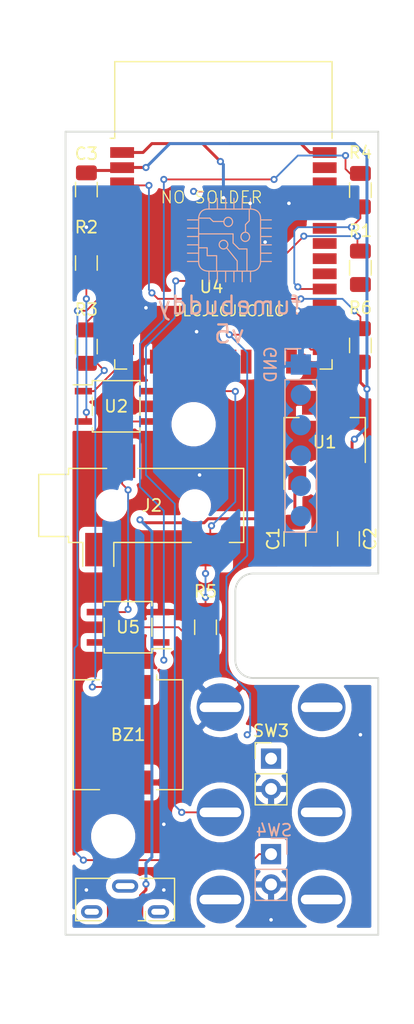
<source format=kicad_pcb>
(kicad_pcb (version 20171130) (host pcbnew "(5.1.6)-1")

  (general
    (thickness 1.6)
    (drawings 31)
    (tracks 209)
    (zones 0)
    (modules 24)
    (nets 21)
  )

  (page A4)
  (layers
    (0 Top signal)
    (31 Bottom signal)
    (32 B.Adhes user hide)
    (33 F.Adhes user hide)
    (34 B.Paste user hide)
    (35 F.Paste user hide)
    (36 B.SilkS user hide)
    (37 F.SilkS user)
    (38 B.Mask user hide)
    (39 F.Mask user hide)
    (40 Dwgs.User user hide)
    (41 Cmts.User user hide)
    (42 Eco1.User user hide)
    (43 Eco2.User user hide)
    (44 Edge.Cuts user)
    (45 Margin user hide)
    (46 B.CrtYd user hide)
    (47 F.CrtYd user hide)
    (48 B.Fab user hide)
    (49 F.Fab user hide)
  )

  (setup
    (last_trace_width 0.1524)
    (user_trace_width 0.1524)
    (user_trace_width 0.25)
    (user_trace_width 0.5)
    (trace_clearance 0.1524)
    (zone_clearance 0.508)
    (zone_45_only no)
    (trace_min 0.1524)
    (via_size 0.6)
    (via_drill 0.3)
    (via_min_size 0.6)
    (via_min_drill 0.3)
    (uvia_size 0.6)
    (uvia_drill 0.3)
    (uvias_allowed no)
    (uvia_min_size 0.2)
    (uvia_min_drill 0.1)
    (edge_width 0.15)
    (segment_width 0.1)
    (pcb_text_width 0.3)
    (pcb_text_size 1.5 1.5)
    (mod_edge_width 0.15)
    (mod_text_size 1 1)
    (mod_text_width 0.15)
    (pad_size 2.7 2.7)
    (pad_drill 2.7)
    (pad_to_mask_clearance 0.0508)
    (solder_mask_min_width 0.25)
    (aux_axis_origin 113.75 82.5)
    (visible_elements 7FFFEFFF)
    (pcbplotparams
      (layerselection 0x010fc_ffffffff)
      (usegerberextensions false)
      (usegerberattributes false)
      (usegerberadvancedattributes false)
      (creategerberjobfile false)
      (excludeedgelayer true)
      (linewidth 0.100000)
      (plotframeref false)
      (viasonmask false)
      (mode 1)
      (useauxorigin false)
      (hpglpennumber 1)
      (hpglpenspeed 20)
      (hpglpendiameter 15.000000)
      (psnegative false)
      (psa4output false)
      (plotreference true)
      (plotvalue true)
      (plotinvisibletext false)
      (padsonsilk false)
      (subtractmaskfromsilk false)
      (outputformat 1)
      (mirror false)
      (drillshape 0)
      (scaleselection 1)
      (outputdirectory "gerber/"))
  )

  (net 0 "")
  (net 1 GND)
  (net 2 VBUS)
  (net 3 +3V3)
  (net 4 "Net-(J1-Pad6)")
  (net 5 /TXD)
  (net 6 /RXD)
  (net 7 "Net-(J2-PadT)")
  (net 8 "Net-(J2-PadR)")
  (net 9 "Net-(R1-Pad2)")
  (net 10 /SENSOR)
  (net 11 "Net-(R2-Pad2)")
  (net 12 /RELAY_NC)
  (net 13 "Net-(R4-Pad2)")
  (net 14 "Net-(SW1-Pad1)")
  (net 15 /RELAY_NO)
  (net 16 "Net-(SW4-Pad1)")
  (net 17 "Net-(BZ1-Pad1)")
  (net 18 "Net-(R3-Pad2)")
  (net 19 /GPIO0)
  (net 20 /EN)

  (net_class Default "This is the default net class."
    (clearance 0.1524)
    (trace_width 0.1524)
    (via_dia 0.6)
    (via_drill 0.3)
    (uvia_dia 0.6)
    (uvia_drill 0.3)
    (diff_pair_width 0.1524)
    (diff_pair_gap 0.1524)
    (add_net /EN)
    (add_net /GPIO0)
    (add_net /RELAY_NC)
    (add_net /RELAY_NO)
    (add_net /RXD)
    (add_net /SENSOR)
    (add_net /TXD)
    (add_net "Net-(BZ1-Pad1)")
    (add_net "Net-(J1-Pad6)")
    (add_net "Net-(J2-PadR)")
    (add_net "Net-(J2-PadT)")
    (add_net "Net-(J3-Pad4)")
    (add_net "Net-(R1-Pad2)")
    (add_net "Net-(R2-Pad2)")
    (add_net "Net-(R3-Pad2)")
    (add_net "Net-(R4-Pad2)")
    (add_net "Net-(SW1-Pad1)")
    (add_net "Net-(SW4-Pad1)")
    (add_net "Net-(U4-Pad28)")
  )

  (net_class Power ""
    (clearance 0.16)
    (trace_width 0.25)
    (via_dia 0.6)
    (via_drill 0.3)
    (uvia_dia 0.6)
    (uvia_drill 0.3)
    (diff_pair_width 0.1524)
    (diff_pair_gap 0.1524)
    (add_net +3V3)
    (add_net GND)
    (add_net VBUS)
  )

  (module Connector_PinHeader_2.54mm:PinHeader_1x02_P2.54mm_Vertical (layer Top) (tedit 59FED5CC) (tstamp 5C8C1C82)
    (at 131 135)
    (descr "Through hole straight pin header, 1x02, 2.54mm pitch, single row")
    (tags "Through hole pin header THT 1x02 2.54mm single row")
    (path /5C7F48D2)
    (fp_text reference SW3 (at 0 -2.33) (layer F.SilkS)
      (effects (font (size 1 1) (thickness 0.15)))
    )
    (fp_text value FLASH (at 0 4.87) (layer F.Fab)
      (effects (font (size 1 1) (thickness 0.15)))
    )
    (fp_text user %R (at 0 1.27 90) (layer F.Fab)
      (effects (font (size 1 1) (thickness 0.15)))
    )
    (fp_line (start -0.635 -1.27) (end 1.27 -1.27) (layer F.Fab) (width 0.1))
    (fp_line (start 1.27 -1.27) (end 1.27 3.81) (layer F.Fab) (width 0.1))
    (fp_line (start 1.27 3.81) (end -1.27 3.81) (layer F.Fab) (width 0.1))
    (fp_line (start -1.27 3.81) (end -1.27 -0.635) (layer F.Fab) (width 0.1))
    (fp_line (start -1.27 -0.635) (end -0.635 -1.27) (layer F.Fab) (width 0.1))
    (fp_line (start -1.33 3.87) (end 1.33 3.87) (layer F.SilkS) (width 0.12))
    (fp_line (start -1.33 1.27) (end -1.33 3.87) (layer F.SilkS) (width 0.12))
    (fp_line (start 1.33 1.27) (end 1.33 3.87) (layer F.SilkS) (width 0.12))
    (fp_line (start -1.33 1.27) (end 1.33 1.27) (layer F.SilkS) (width 0.12))
    (fp_line (start -1.33 0) (end -1.33 -1.33) (layer F.SilkS) (width 0.12))
    (fp_line (start -1.33 -1.33) (end 0 -1.33) (layer F.SilkS) (width 0.12))
    (fp_line (start -1.8 -1.8) (end -1.8 4.35) (layer F.CrtYd) (width 0.05))
    (fp_line (start -1.8 4.35) (end 1.8 4.35) (layer F.CrtYd) (width 0.05))
    (fp_line (start 1.8 4.35) (end 1.8 -1.8) (layer F.CrtYd) (width 0.05))
    (fp_line (start 1.8 -1.8) (end -1.8 -1.8) (layer F.CrtYd) (width 0.05))
    (pad 2 thru_hole oval (at 0 2.54) (size 1.7 1.7) (drill 1) (layers *.Cu *.Mask)
      (net 1 GND))
    (pad 1 thru_hole rect (at 0 0) (size 1.7 1.7) (drill 1) (layers *.Cu *.Mask)
      (net 19 /GPIO0))
    (model ${KISYS3DMOD}/Connector_PinHeader_2.54mm.3dshapes/PinHeader_1x02_P2.54mm_Vertical.wrl
      (at (xyz 0 0 0))
      (scale (xyz 1 1 1))
      (rotate (xyz 0 0 0))
    )
  )

  (module Resistor_SMD:R_1206_3216Metric (layer Top) (tedit 5B301BBD) (tstamp 5EFFE88A)
    (at 138.5 100.4 270)
    (descr "Resistor SMD 1206 (3216 Metric), square (rectangular) end terminal, IPC_7351 nominal, (Body size source: http://www.tortai-tech.com/upload/download/2011102023233369053.pdf), generated with kicad-footprint-generator")
    (tags resistor)
    (path /5F034709)
    (attr smd)
    (fp_text reference R6 (at -3.15 0 180) (layer F.SilkS)
      (effects (font (size 1 1) (thickness 0.15)))
    )
    (fp_text value 100k (at 0 1.82 90) (layer F.Fab)
      (effects (font (size 1 1) (thickness 0.15)))
    )
    (fp_text user %R (at 0 0 90) (layer F.Fab)
      (effects (font (size 0.8 0.8) (thickness 0.12)))
    )
    (fp_line (start -1.6 0.8) (end -1.6 -0.8) (layer F.Fab) (width 0.1))
    (fp_line (start -1.6 -0.8) (end 1.6 -0.8) (layer F.Fab) (width 0.1))
    (fp_line (start 1.6 -0.8) (end 1.6 0.8) (layer F.Fab) (width 0.1))
    (fp_line (start 1.6 0.8) (end -1.6 0.8) (layer F.Fab) (width 0.1))
    (fp_line (start -0.602064 -0.91) (end 0.602064 -0.91) (layer F.SilkS) (width 0.12))
    (fp_line (start -0.602064 0.91) (end 0.602064 0.91) (layer F.SilkS) (width 0.12))
    (fp_line (start -2.28 1.12) (end -2.28 -1.12) (layer F.CrtYd) (width 0.05))
    (fp_line (start -2.28 -1.12) (end 2.28 -1.12) (layer F.CrtYd) (width 0.05))
    (fp_line (start 2.28 -1.12) (end 2.28 1.12) (layer F.CrtYd) (width 0.05))
    (fp_line (start 2.28 1.12) (end -2.28 1.12) (layer F.CrtYd) (width 0.05))
    (pad 2 smd roundrect (at 1.4 0 270) (size 1.25 1.75) (layers Top F.Paste F.Mask) (roundrect_rratio 0.2)
      (net 3 +3V3))
    (pad 1 smd roundrect (at -1.4 0 270) (size 1.25 1.75) (layers Top F.Paste F.Mask) (roundrect_rratio 0.2)
      (net 20 /EN))
    (model ${KISYS3DMOD}/Resistor_SMD.3dshapes/R_1206_3216Metric.wrl
      (at (xyz 0 0 0))
      (scale (xyz 1 1 1))
      (rotate (xyz 0 0 0))
    )
  )

  (module !Greg:esp32buddy-2.54mm (layer Bottom) (tedit 5EFF7758) (tstamp 5EFFE809)
    (at 133.5 102 180)
    (descr "Through hole straight socket strip, 1x06, 2.54mm pitch, single row (from Kicad 4.0.7), script generated")
    (tags "Through hole socket strip THT 1x06 2.54mm single row")
    (path /5F0221F2)
    (fp_text reference J3 (at 0 2.77) (layer B.SilkS) hide
      (effects (font (size 1 1) (thickness 0.15)) (justify mirror))
    )
    (fp_text value esp32buddy (at 0 -15.47) (layer B.Fab)
      (effects (font (size 1 1) (thickness 0.15)) (justify mirror))
    )
    (fp_text user GND (at 2.54 0 90) (layer B.SilkS)
      (effects (font (size 1 1) (thickness 0.15)) (justify mirror))
    )
    (fp_text user %R (at 0 -6.35 270) (layer B.Fab)
      (effects (font (size 1 1) (thickness 0.15)) (justify mirror))
    )
    (fp_line (start -1.8 -14.45) (end -1.8 1.8) (layer B.CrtYd) (width 0.05))
    (fp_line (start 1.75 -14.45) (end -1.8 -14.45) (layer B.CrtYd) (width 0.05))
    (fp_line (start 1.75 1.8) (end 1.75 -14.45) (layer B.CrtYd) (width 0.05))
    (fp_line (start -1.8 1.8) (end 1.75 1.8) (layer B.CrtYd) (width 0.05))
    (fp_line (start 0 1.33) (end 1.33 1.33) (layer B.SilkS) (width 0.12))
    (fp_line (start 1.33 1.33) (end 1.33 0) (layer B.SilkS) (width 0.12))
    (fp_line (start 1.33 -1.27) (end 1.33 -14.03) (layer B.SilkS) (width 0.12))
    (fp_line (start -1.33 -14.03) (end 1.33 -14.03) (layer B.SilkS) (width 0.12))
    (fp_line (start -1.33 -1.27) (end -1.33 -14.03) (layer B.SilkS) (width 0.12))
    (fp_line (start -1.33 -1.27) (end 1.33 -1.27) (layer B.SilkS) (width 0.12))
    (fp_line (start -1.27 -13.97) (end -1.27 1.27) (layer B.Fab) (width 0.1))
    (fp_line (start 1.27 -13.97) (end -1.27 -13.97) (layer B.Fab) (width 0.1))
    (fp_line (start 1.27 0.635) (end 1.27 -13.97) (layer B.Fab) (width 0.1))
    (fp_line (start 0.635 1.27) (end 1.27 0.635) (layer B.Fab) (width 0.1))
    (fp_line (start -1.27 1.27) (end 0.635 1.27) (layer B.Fab) (width 0.1))
    (pad 6 smd oval (at 0 -12.7 180) (size 1.7 1.7) (layers Bottom B.Mask)
      (net 19 /GPIO0))
    (pad 5 smd oval (at 0 -10.16 180) (size 1.7 1.7) (layers Bottom B.Mask)
      (net 20 /EN))
    (pad 4 smd oval (at 0 -7.62 180) (size 1.7 1.7) (layers Bottom B.Mask))
    (pad 3 smd oval (at 0 -5.08 180) (size 1.7 1.7) (layers Bottom B.Mask)
      (net 6 /RXD))
    (pad 2 smd oval (at 0 -2.54 180) (size 1.7 1.7) (layers Bottom B.Mask)
      (net 5 /TXD))
    (pad 1 smd rect (at 0 0 180) (size 1.7 1.7) (layers Bottom B.Mask)
      (net 1 GND))
  )

  (module !Custom:TinkerTown_Silkscreen locked (layer Bottom) (tedit 5CA160CA) (tstamp 5CA1DBAE)
    (at 127.5 91.5)
    (fp_text reference REF** (at 0 -4) (layer B.SilkS) hide
      (effects (font (size 0.5 0.5) (thickness 0.05)) (justify mirror))
    )
    (fp_text value TinkerTown_Silkscreen (at -0.03 4.5) (layer B.Fab)
      (effects (font (size 1 1) (thickness 0.15)) (justify mirror))
    )
    (fp_curve (pts (xy -1.79 2.68) (xy -1.79 2.68) (xy -2.57754 2.68) (xy -2.57754 1.89246)) (layer B.SilkS) (width 0.1))
    (fp_line (start -2.57754 1.89246) (end -2.57754 -1.73) (layer B.SilkS) (width 0.1))
    (fp_line (start -1.79 -2.51756) (end 1.83247 -2.51756) (layer B.SilkS) (width 0.1))
    (fp_curve (pts (xy 2.62001 1.89246) (xy 2.62001 1.89246) (xy 2.62001 2.68) (xy 1.83247 2.68)) (layer B.SilkS) (width 0.1))
    (fp_curve (pts (xy 1.83247 -2.51756) (xy 1.83247 -2.51756) (xy 2.62001 -2.51756) (xy 2.62001 -1.73)) (layer B.SilkS) (width 0.1))
    (fp_line (start 2.62001 -1.73) (end 2.62001 1.89246) (layer B.SilkS) (width 0.1))
    (fp_line (start 1.83247 2.68) (end -1.79 2.68) (layer B.SilkS) (width 0.1))
    (fp_line (start -1.70373 3.56939) (end -1.71 2.69) (layer B.SilkS) (width 0.1))
    (fp_line (start 1.08 3.56) (end 1.08 2.69) (layer B.SilkS) (width 0.1))
    (fp_line (start -0.31122 3.56939) (end -0.31122 2.68) (layer B.SilkS) (width 0.1))
    (fp_line (start 3.52468 1.87094) (end 2.62703 1.87094) (layer B.SilkS) (width 0.1))
    (fp_line (start 3.52468 -0.913931) (end 2.62703 -0.913931) (layer B.SilkS) (width 0.1))
    (fp_line (start 1.77747 3.56939) (end 1.77747 2.69) (layer B.SilkS) (width 0.1))
    (fp_line (start 3.52468 -0.21775) (end 2.62703 -0.21775) (layer B.SilkS) (width 0.1))
    (fp_line (start -2.58 1.87094) (end -3.515436 1.87094) (layer B.SilkS) (width 0.1))
    (fp_line (start 0.38495 3.56939) (end 0.38495 2.68) (layer B.SilkS) (width 0.1))
    (fp_line (start -2.58 1.17477) (end -3.515436 1.17477) (layer B.SilkS) (width 0.1))
    (fp_curve (pts (xy -2.57754 -1.73) (xy -2.57754 -1.73) (xy -2.57754 -2.51756) (xy -1.79 -2.51756)) (layer B.SilkS) (width 0.1))
    (fp_line (start 3.52468 -1.61025) (end 2.62703 -1.61025) (layer B.SilkS) (width 0.1))
    (fp_line (start 3.52468 1.17477) (end 2.62703 1.17477) (layer B.SilkS) (width 0.1))
    (fp_line (start 3.52468 0.47859) (end 2.62703 0.47859) (layer B.SilkS) (width 0.1))
    (fp_line (start -2.58 -1.61025) (end -3.515436 -1.61025) (layer B.SilkS) (width 0.1))
    (fp_line (start -2.58 -0.913931) (end -3.515436 -0.913931) (layer B.SilkS) (width 0.1))
    (fp_line (start -1.00741 3.56939) (end -1.00741 2.68) (layer B.SilkS) (width 0.1))
    (fp_curve (pts (xy -0.49145 0.82061) (xy -0.69155 0.82061) (xy -0.853761 0.6584) (xy -0.853761 0.45831)) (layer B.SilkS) (width 0.1))
    (fp_curve (pts (xy -0.49145 0.09604) (xy -0.29153 0.09604) (xy -0.12933 0.25821) (xy -0.12933 0.45831)) (layer B.SilkS) (width 0.1))
    (fp_line (start -0.31122 -2.51838) (end -0.31122 -3.416172) (layer B.SilkS) (width 0.1))
    (fp_curve (pts (xy 1.33555 -0.5766) (xy 1.5355 -0.5766) (xy 1.69782 -0.40487) (xy 1.69782 -0.1931)) (layer B.SilkS) (width 0.1))
    (fp_line (start -1.86179 0.72607) (end -1.86179 1.38753) (layer B.SilkS) (width 0.1))
    (fp_curve (pts (xy -0.12933 0.45831) (xy -0.12933 0.55038) (xy -0.163651 0.63445) (xy -0.22013 0.69823)) (layer B.SilkS) (width 0.1))
    (fp_curve (pts (xy -0.853761 0.45831) (xy -0.853761 0.25821) (xy -0.69155 0.09604) (xy -0.49145 0.09604)) (layer B.SilkS) (width 0.1))
    (fp_line (start 1.35523 -0.589551) (end 1.35523 -1.21944) (layer B.SilkS) (width 0.1))
    (fp_curve (pts (xy 1.33555 0.19055) (xy 1.13545 0.19055) (xy 0.97325 0.01885) (xy 0.97325 -0.1931)) (layer B.SilkS) (width 0.1))
    (fp_line (start 1.67 -1.54) (end 1.67 -2.49) (layer B.SilkS) (width 0.1))
    (fp_line (start 1.35523 -1.21944) (end 1.67 -1.54) (layer B.SilkS) (width 0.1))
    (fp_line (start 0.65821 1.8285) (end -0.24 0.71) (layer B.SilkS) (width 0.1))
    (fp_curve (pts (xy -0.0932 -1.05821) (xy -0.29316 -1.05821) (xy -0.45536 -1.23005) (xy -0.45536 -1.44186)) (layer B.SilkS) (width 0.1))
    (fp_line (start 0.38495 -2.51838) (end 0.38495 -3.416172) (layer B.SilkS) (width 0.1))
    (fp_line (start 0.31179 0.31653) (end 0.31179 -0.43948) (layer B.SilkS) (width 0.1))
    (fp_line (start 1.47719 2.68) (end 1.47719 0.82061) (layer B.SilkS) (width 0.1))
    (fp_curve (pts (xy -0.0932 -1.82537) (xy 0.10686 -1.82537) (xy 0.26907 -1.65366) (xy 0.26907 -1.44186)) (layer B.SilkS) (width 0.1))
    (fp_line (start -0.0932 -1.82537) (end -0.0932 -1.82537) (layer B.SilkS) (width 0.1))
    (fp_curve (pts (xy 0.97325 -0.1931) (xy 0.97325 -0.40487) (xy 1.13545 -0.5766) (xy 1.33555 -0.5766)) (layer B.SilkS) (width 0.1))
    (fp_line (start -1.35771 -1.47892) (end -1.6413 -1.76) (layer B.SilkS) (width 0.1))
    (fp_line (start -1.64 -1.76) (end -2.58 -1.76) (layer B.SilkS) (width 0.1))
    (fp_line (start -1.00741 -2.51838) (end -1.00741 -3.416172) (layer B.SilkS) (width 0.1))
    (fp_line (start -1.86179 1.38753) (end -1.07 1.38753) (layer B.SilkS) (width 0.1))
    (fp_line (start -1.07 1.38753) (end -1.07 2.68) (layer B.SilkS) (width 0.1))
    (fp_line (start -2.58 -0.22) (end -3.515436 -0.21775) (layer B.SilkS) (width 0.1))
    (fp_curve (pts (xy -0.22013 0.69823) (xy -0.28656 0.7732) (xy -0.38357 0.82061) (xy -0.49145 0.82061)) (layer B.SilkS) (width 0.1))
    (fp_line (start 1.47719 0.82061) (end 0.81573 0.82061) (layer B.SilkS) (width 0.1))
    (fp_line (start 1.0813 -2.51838) (end 1.0813 -3.416172) (layer B.SilkS) (width 0.1))
    (fp_line (start 0.31179 -0.43948) (end -2.55481 -0.43948) (layer B.SilkS) (width 0.1))
    (fp_line (start 1.33555 -0.5766) (end 1.33555 -0.5766) (layer B.SilkS) (width 0.1))
    (fp_line (start -0.46 -1.48) (end -1.35771 -1.47892) (layer B.SilkS) (width 0.1))
    (fp_line (start -2.58 0.47859) (end -3.515436 0.47859) (layer B.SilkS) (width 0.1))
    (fp_curve (pts (xy 1.69782 -0.1931) (xy 1.69782 0.01885) (xy 1.5355 0.19055) (xy 1.33555 0.19055)) (layer B.SilkS) (width 0.1))
    (fp_curve (pts (xy -0.45536 -1.44186) (xy -0.45536 -1.65366) (xy -0.29316 -1.82537) (xy -0.0932 -1.82537)) (layer B.SilkS) (width 0.1))
    (fp_curve (pts (xy 0.26907 -1.44186) (xy 0.26907 -1.23005) (xy 0.10686 -1.05821) (xy -0.0932 -1.05821)) (layer B.SilkS) (width 0.1))
    (fp_line (start 1.77747 -2.51838) (end 1.77747 -3.416172) (layer B.SilkS) (width 0.1))
    (fp_line (start -1.70373 -2.51838) (end -1.70373 -3.416172) (layer B.SilkS) (width 0.1))
    (fp_line (start -0.49145 0.09604) (end -0.49145 0.09604) (layer B.SilkS) (width 0.1))
    (fp_line (start 0.65821 2.67905) (end 0.65821 1.8285) (layer B.SilkS) (width 0.1))
    (fp_line (start -2.55481 0.72607) (end -1.86179 0.72607) (layer B.SilkS) (width 0.1))
    (fp_line (start 0.81573 0.82061) (end 0.31179 0.31653) (layer B.SilkS) (width 0.1))
  )

  (module Buzzer_Beeper:Buzzer_CUI_CPT-9019S-SMT (layer Top) (tedit 5C12D246) (tstamp 5C8E8508)
    (at 119 133 270)
    (descr https://www.cui.com/product/resource/cpt-9019s-smt.pdf)
    (tags "buzzer piezo")
    (path /5C81CA32)
    (attr smd)
    (fp_text reference BZ1 (at 0 0) (layer F.SilkS)
      (effects (font (size 1 1) (thickness 0.15)))
    )
    (fp_text value Buzzer (at 0 5.5 270) (layer F.Fab)
      (effects (font (size 1 1) (thickness 0.15)))
    )
    (fp_line (start 4.75 2.35) (end 4.75 4.75) (layer F.CrtYd) (width 0.05))
    (fp_line (start 5.25 2.35) (end 4.75 2.35) (layer F.CrtYd) (width 0.05))
    (fp_line (start 5.25 -2.35) (end 5.25 2.35) (layer F.CrtYd) (width 0.05))
    (fp_line (start 4.75 -2.35) (end 5.25 -2.35) (layer F.CrtYd) (width 0.05))
    (fp_line (start -4.75 -4.75) (end 4.75 -4.75) (layer F.CrtYd) (width 0.05))
    (fp_line (start -4.75 -2.35) (end -4.75 -4.75) (layer F.CrtYd) (width 0.05))
    (fp_line (start -5.25 -2.35) (end -4.75 -2.35) (layer F.CrtYd) (width 0.05))
    (fp_line (start -5.25 2.35) (end -5.25 -2.35) (layer F.CrtYd) (width 0.05))
    (fp_line (start -4.75 2.35) (end -5.25 2.35) (layer F.CrtYd) (width 0.05))
    (fp_line (start -4.75 4.75) (end -4.75 2.35) (layer F.CrtYd) (width 0.05))
    (fp_line (start 4.75 4.75) (end -4.75 4.75) (layer F.CrtYd) (width 0.05))
    (fp_line (start 4.75 -4.75) (end 4.75 -2.35) (layer F.CrtYd) (width 0.05))
    (fp_line (start -4.6 -2.4) (end -5 -2.4) (layer F.SilkS) (width 0.12))
    (fp_line (start -3.5 -4.5) (end -4.5 -3.5) (layer F.Fab) (width 0.1))
    (fp_line (start 4.5 4.5) (end 4.5 -4.5) (layer F.Fab) (width 0.1))
    (fp_line (start -4.5 4.5) (end 4.5 4.5) (layer F.Fab) (width 0.1))
    (fp_line (start -4.5 -3.5) (end -4.5 4.5) (layer F.Fab) (width 0.1))
    (fp_line (start 4.5 -4.5) (end -3.5 -4.5) (layer F.Fab) (width 0.1))
    (fp_line (start -4.6 -4.6) (end -4.6 -2.4) (layer F.SilkS) (width 0.12))
    (fp_line (start -4.6 2.4) (end -4.6 4.6) (layer F.SilkS) (width 0.12))
    (fp_line (start 4.6 2.4) (end 4.6 4.6) (layer F.SilkS) (width 0.12))
    (fp_line (start 4.6 4.6) (end -4.6 4.6) (layer F.SilkS) (width 0.12))
    (fp_line (start 4.6 -4.6) (end 4.6 -2.4) (layer F.SilkS) (width 0.12))
    (fp_line (start -4.6 -4.6) (end 4.6 -4.6) (layer F.SilkS) (width 0.12))
    (fp_text user %R (at 0 0 270) (layer F.Fab)
      (effects (font (size 1 1) (thickness 0.15)))
    )
    (pad 1 smd rect (at -4 0 270) (size 2 4.2) (layers Top F.Paste F.Mask)
      (net 17 "Net-(BZ1-Pad1)"))
    (pad 2 smd rect (at 4 0 270) (size 2 4.2) (layers Top F.Paste F.Mask)
      (net 1 GND))
    (model ${KISYS3DMOD}/Buzzer_Beeper.3dshapes/Buzzer_CUI_CPT-9019S-SMT.wrl
      (at (xyz 0 0 0))
      (scale (xyz 1 1 1))
      (rotate (xyz 0 0 0))
    )
  )

  (module Resistor_SMD:R_1206_3216Metric (layer Top) (tedit 5B301BBD) (tstamp 5C8E79E8)
    (at 115.5 100.5 90)
    (descr "Resistor SMD 1206 (3216 Metric), square (rectangular) end terminal, IPC_7351 nominal, (Body size source: http://www.tortai-tech.com/upload/download/2011102023233369053.pdf), generated with kicad-footprint-generator")
    (tags resistor)
    (path /5C81CCE7)
    (attr smd)
    (fp_text reference R3 (at 3.1 0 180) (layer F.SilkS)
      (effects (font (size 1 1) (thickness 0.15)))
    )
    (fp_text value 1k (at 0 1.82 90) (layer F.Fab)
      (effects (font (size 1 1) (thickness 0.15)))
    )
    (fp_line (start 2.28 1.12) (end -2.28 1.12) (layer F.CrtYd) (width 0.05))
    (fp_line (start 2.28 -1.12) (end 2.28 1.12) (layer F.CrtYd) (width 0.05))
    (fp_line (start -2.28 -1.12) (end 2.28 -1.12) (layer F.CrtYd) (width 0.05))
    (fp_line (start -2.28 1.12) (end -2.28 -1.12) (layer F.CrtYd) (width 0.05))
    (fp_line (start -0.602064 0.91) (end 0.602064 0.91) (layer F.SilkS) (width 0.12))
    (fp_line (start -0.602064 -0.91) (end 0.602064 -0.91) (layer F.SilkS) (width 0.12))
    (fp_line (start 1.6 0.8) (end -1.6 0.8) (layer F.Fab) (width 0.1))
    (fp_line (start 1.6 -0.8) (end 1.6 0.8) (layer F.Fab) (width 0.1))
    (fp_line (start -1.6 -0.8) (end 1.6 -0.8) (layer F.Fab) (width 0.1))
    (fp_line (start -1.6 0.8) (end -1.6 -0.8) (layer F.Fab) (width 0.1))
    (fp_text user %R (at 0 0 90) (layer F.Fab)
      (effects (font (size 0.8 0.8) (thickness 0.12)))
    )
    (pad 1 smd roundrect (at -1.4 0 90) (size 1.25 1.75) (layers Top F.Paste F.Mask) (roundrect_rratio 0.2)
      (net 17 "Net-(BZ1-Pad1)"))
    (pad 2 smd roundrect (at 1.4 0 90) (size 1.25 1.75) (layers Top F.Paste F.Mask) (roundrect_rratio 0.2)
      (net 18 "Net-(R3-Pad2)"))
    (model ${KISYS3DMOD}/Resistor_SMD.3dshapes/R_1206_3216Metric.wrl
      (at (xyz 0 0 0))
      (scale (xyz 1 1 1))
      (rotate (xyz 0 0 0))
    )
  )

  (module Connector_Audio:Jack_3.5mm_CUI_SJ-3523-SMT_Horizontal (layer Top) (tedit 5C635420) (tstamp 5C996483)
    (at 120.1 113.8 90)
    (descr "3.5 mm, Stereo, Right Angle, Surface Mount (SMT), Audio Jack Connector (https://www.cui.com/product/resource/sj-352x-smt-series.pdf)")
    (tags "3.5mm audio cui horizontal jack stereo")
    (path /5C5E2DCF)
    (attr smd)
    (fp_text reference J2 (at 0 0.9 180) (layer F.SilkS)
      (effects (font (size 1 1) (thickness 0.15)))
    )
    (fp_text value STATION (at 0 10.35 90) (layer F.Fab)
      (effects (font (size 1 1) (thickness 0.15)))
    )
    (fp_line (start -3.1 -2.3) (end -5.1 -2.3) (layer F.SilkS) (width 0.12))
    (fp_line (start -3.1 -4.9) (end -5.1 -4.9) (layer F.SilkS) (width 0.12))
    (fp_line (start -3.1 4.2) (end -3.1 -2.3) (layer F.SilkS) (width 0.12))
    (fp_line (start -3.1 8.6) (end -3.1 7.4) (layer F.SilkS) (width 0.12))
    (fp_line (start 3.1 8.6) (end -3.1 8.6) (layer F.SilkS) (width 0.12))
    (fp_line (start 3.1 -0.3) (end 3.1 8.6) (layer F.SilkS) (width 0.12))
    (fp_line (start 3.1 -6.1) (end 3.1 -2.9) (layer F.SilkS) (width 0.12))
    (fp_line (start 2.6 -6.1) (end 3.1 -6.1) (layer F.SilkS) (width 0.12))
    (fp_line (start 2.6 -8.6) (end 2.6 -6.1) (layer F.SilkS) (width 0.12))
    (fp_line (start -2.6 -8.6) (end 2.6 -8.6) (layer F.SilkS) (width 0.12))
    (fp_line (start -2.6 -6.1) (end -2.6 -8.6) (layer F.SilkS) (width 0.12))
    (fp_line (start -3.1 -6.1) (end -2.6 -6.1) (layer F.SilkS) (width 0.12))
    (fp_line (start -3.1 -4.9) (end -3.1 -6.1) (layer F.SilkS) (width 0.12))
    (fp_line (start -5.6 -9) (end 5.6 -9) (layer F.CrtYd) (width 0.05))
    (fp_line (start -5.6 9) (end -5.6 -9) (layer F.CrtYd) (width 0.05))
    (fp_line (start 5.6 9) (end -5.6 9) (layer F.CrtYd) (width 0.05))
    (fp_line (start 5.6 -9) (end 5.6 9) (layer F.CrtYd) (width 0.05))
    (fp_line (start 2.5 -6) (end 3 -6) (layer F.Fab) (width 0.1))
    (fp_line (start 2.5 -8.5) (end 2.5 -6) (layer F.Fab) (width 0.1))
    (fp_line (start -2.5 -8.5) (end 2.5 -8.5) (layer F.Fab) (width 0.1))
    (fp_line (start -2.5 -6) (end -2.5 -8.5) (layer F.Fab) (width 0.1))
    (fp_line (start -3 -6) (end -2.5 -6) (layer F.Fab) (width 0.1))
    (fp_line (start -3 8.5) (end -3 -6) (layer F.Fab) (width 0.1))
    (fp_line (start 3 8.5) (end -3 8.5) (layer F.Fab) (width 0.1))
    (fp_line (start 3 -6) (end 3 8.5) (layer F.Fab) (width 0.1))
    (fp_text user %R (at 0 0 90) (layer F.Fab)
      (effects (font (size 1 1) (thickness 0.15)))
    )
    (pad R smd rect (at 3.7 -1.6 90) (size 2.8 2.2) (layers Top F.Paste F.Mask)
      (net 8 "Net-(J2-PadR)"))
    (pad S smd rect (at -3.7 -3.6 90) (size 2.8 2.2) (layers Top F.Paste F.Mask))
    (pad T smd rect (at -3.7 5.8 90) (size 2.8 2.8) (layers Top F.Paste F.Mask)
      (net 7 "Net-(J2-PadT)"))
    (pad "" np_thru_hole circle (at 0 -2.5 90) (size 1.7 1.7) (drill 1.7) (layers *.Cu *.Mask))
    (pad "" np_thru_hole circle (at 0 4.5 90) (size 1.7 1.7) (drill 1.7) (layers *.Cu *.Mask))
    (model ${KISYS3DMOD}/Connector_Audio.3dshapes/Jack_3.5mm_CUI_SJ-3523-SMT_Horizontal.wrl
      (at (xyz 0 0 0))
      (scale (xyz 1 1 1))
      (rotate (xyz 0 0 0))
    )
  )

  (module !Custom:OMRON_SS-01-E (layer Bottom) (tedit 5C7F23BD) (tstamp 5CA1DA35)
    (at 135.25 139.5 270)
    (path /5C657B85)
    (fp_text reference SW1 (at 0.2 4.5 270) (layer B.SilkS) hide
      (effects (font (size 1 1) (thickness 0.15)) (justify mirror))
    )
    (fp_text value SW_SPDT (at -0.5 -4.8 270) (layer B.Fab)
      (effects (font (size 1 1) (thickness 0.15)) (justify mirror))
    )
    (fp_line (start -10.4 3.2) (end -10.4 -3.2) (layer B.Fab) (width 0.15))
    (fp_line (start -10.4 -3.2) (end 9.4 -3.2) (layer B.Fab) (width 0.15))
    (fp_line (start 9.4 -3.2) (end 9.4 3.2) (layer B.Fab) (width 0.15))
    (fp_line (start 9.4 3.2) (end -10.4 3.2) (layer B.Fab) (width 0.15))
    (fp_line (start -11 3.8) (end 10 3.8) (layer B.CrtYd) (width 0.15))
    (fp_line (start 10 3.8) (end 10 -3.8) (layer B.CrtYd) (width 0.15))
    (fp_line (start 10 -3.8) (end -11 -3.8) (layer B.CrtYd) (width 0.15))
    (fp_line (start -11 -3.8) (end -11 3.8) (layer B.CrtYd) (width 0.15))
    (fp_line (start -5.4 2.5) (end -5.4 -2.3) (layer B.Fab) (width 0.15))
    (fp_line (start -5.4 -2.3) (end -3.3 -2.3) (layer B.Fab) (width 0.15))
    (fp_line (start -3.3 -2.3) (end -3.3 2.5) (layer B.Fab) (width 0.15))
    (fp_line (start -3.3 2.5) (end -5.4 2.5) (layer B.Fab) (width 0.15))
    (pad 3 thru_hole circle (at 7.3 0 270) (size 4 4) (drill oval 0.8 3.5) (layers *.Cu *.Mask))
    (pad 2 thru_hole circle (at 0 0 270) (size 4 4) (drill oval 0.8 3.5) (layers *.Cu *.Mask)
      (net 7 "Net-(J2-PadT)"))
    (pad 1 thru_hole circle (at -8.8 0 270) (size 4 4) (drill oval 0.8 3.5) (layers *.Cu *.Mask)
      (net 14 "Net-(SW1-Pad1)"))
    (model ${KISYS3DMOD}/Button_Switch_THT.3dshapes/SS_01_E.step
      (offset (xyz 3.95 0 2.9))
      (scale (xyz 1 1 1))
      (rotate (xyz -90 0 0))
    )
  )

  (module !Custom:OMRON_SS-01-E (layer Bottom) (tedit 5C7F23BD) (tstamp 5C8BFC1B)
    (at 126.75 139.5 270)
    (path /5C65D749)
    (fp_text reference SW2 (at 0.2 4.5 270) (layer B.SilkS) hide
      (effects (font (size 1 1) (thickness 0.15)) (justify mirror))
    )
    (fp_text value SW_SPDT (at -0.5 -4.8 270) (layer B.Fab)
      (effects (font (size 1 1) (thickness 0.15)) (justify mirror))
    )
    (fp_line (start -10.4 3.2) (end -10.4 -3.2) (layer B.Fab) (width 0.15))
    (fp_line (start -10.4 -3.2) (end 9.4 -3.2) (layer B.Fab) (width 0.15))
    (fp_line (start 9.4 -3.2) (end 9.4 3.2) (layer B.Fab) (width 0.15))
    (fp_line (start 9.4 3.2) (end -10.4 3.2) (layer B.Fab) (width 0.15))
    (fp_line (start -11 3.8) (end 10 3.8) (layer B.CrtYd) (width 0.15))
    (fp_line (start 10 3.8) (end 10 -3.8) (layer B.CrtYd) (width 0.15))
    (fp_line (start 10 -3.8) (end -11 -3.8) (layer B.CrtYd) (width 0.15))
    (fp_line (start -11 -3.8) (end -11 3.8) (layer B.CrtYd) (width 0.15))
    (fp_line (start -5.4 2.5) (end -5.4 -2.3) (layer B.Fab) (width 0.15))
    (fp_line (start -5.4 -2.3) (end -3.3 -2.3) (layer B.Fab) (width 0.15))
    (fp_line (start -3.3 -2.3) (end -3.3 2.5) (layer B.Fab) (width 0.15))
    (fp_line (start -3.3 2.5) (end -5.4 2.5) (layer B.Fab) (width 0.15))
    (pad 3 thru_hole circle (at 7.3 0 270) (size 4 4) (drill oval 0.8 3.5) (layers *.Cu *.Mask))
    (pad 2 thru_hole circle (at 0 0 270) (size 4 4) (drill oval 0.8 3.5) (layers *.Cu *.Mask)
      (net 9 "Net-(R1-Pad2)"))
    (pad 1 thru_hole circle (at -8.8 0 270) (size 4 4) (drill oval 0.8 3.5) (layers *.Cu *.Mask)
      (net 1 GND))
    (model ${KISYS3DMOD}/Button_Switch_THT.3dshapes/SS_01_E.step
      (offset (xyz 3.95 0 2.9))
      (scale (xyz 1 1 1))
      (rotate (xyz -90 0 0))
    )
  )

  (module MountingHole:MountingHole_2.7mm_M2.5 locked (layer Bottom) (tedit 5C7F2360) (tstamp 5C8C40D8)
    (at 124.5 107)
    (descr "Mounting Hole 2.7mm, no annular, M2.5")
    (tags "mounting hole 2.7mm no annular m2.5")
    (attr virtual)
    (fp_text reference REF** (at 0 3.7) (layer B.SilkS) hide
      (effects (font (size 1 1) (thickness 0.15)) (justify mirror))
    )
    (fp_text value MountingHole_2.7mm_M2.5 (at 0 -3.7) (layer B.Fab)
      (effects (font (size 1 1) (thickness 0.15)) (justify mirror))
    )
    (fp_circle (center 0 0) (end 2.7 0) (layer Cmts.User) (width 0.15))
    (fp_circle (center 0 0) (end 2.95 0) (layer B.CrtYd) (width 0.05))
    (fp_text user %R (at 0.25 0) (layer B.Fab)
      (effects (font (size 1 1) (thickness 0.15)) (justify mirror))
    )
    (pad "" np_thru_hole circle (at 0 0) (size 2.7 2.7) (drill 2.7) (layers *.Cu *.Mask))
  )

  (module Capacitor_SMD:C_1206_3216Metric (layer Top) (tedit 5B301BBE) (tstamp 5C8C7112)
    (at 133 116.6 90)
    (descr "Capacitor SMD 1206 (3216 Metric), square (rectangular) end terminal, IPC_7351 nominal, (Body size source: http://www.tortai-tech.com/upload/download/2011102023233369053.pdf), generated with kicad-footprint-generator")
    (tags capacitor)
    (path /5C5D31C9)
    (attr smd)
    (fp_text reference C1 (at 0 -1.82 270) (layer F.SilkS)
      (effects (font (size 1 1) (thickness 0.15)))
    )
    (fp_text value 4.7uF (at 0 1.82 270) (layer F.Fab)
      (effects (font (size 1 1) (thickness 0.15)))
    )
    (fp_line (start 2.28 1.12) (end -2.28 1.12) (layer F.CrtYd) (width 0.05))
    (fp_line (start 2.28 -1.12) (end 2.28 1.12) (layer F.CrtYd) (width 0.05))
    (fp_line (start -2.28 -1.12) (end 2.28 -1.12) (layer F.CrtYd) (width 0.05))
    (fp_line (start -2.28 1.12) (end -2.28 -1.12) (layer F.CrtYd) (width 0.05))
    (fp_line (start -0.602064 0.91) (end 0.602064 0.91) (layer F.SilkS) (width 0.12))
    (fp_line (start -0.602064 -0.91) (end 0.602064 -0.91) (layer F.SilkS) (width 0.12))
    (fp_line (start 1.6 0.8) (end -1.6 0.8) (layer F.Fab) (width 0.1))
    (fp_line (start 1.6 -0.8) (end 1.6 0.8) (layer F.Fab) (width 0.1))
    (fp_line (start -1.6 -0.8) (end 1.6 -0.8) (layer F.Fab) (width 0.1))
    (fp_line (start -1.6 0.8) (end -1.6 -0.8) (layer F.Fab) (width 0.1))
    (fp_text user %R (at 0 0 270) (layer F.Fab)
      (effects (font (size 0.8 0.8) (thickness 0.12)))
    )
    (pad 1 smd roundrect (at -1.4 0 90) (size 1.25 1.75) (layers Top F.Paste F.Mask) (roundrect_rratio 0.2)
      (net 1 GND))
    (pad 2 smd roundrect (at 1.4 0 90) (size 1.25 1.75) (layers Top F.Paste F.Mask) (roundrect_rratio 0.2)
      (net 2 VBUS))
    (model ${KISYS3DMOD}/Capacitor_SMD.3dshapes/C_1206_3216Metric.wrl
      (at (xyz 0 0 0))
      (scale (xyz 1 1 1))
      (rotate (xyz 0 0 0))
    )
  )

  (module Capacitor_SMD:C_1206_3216Metric (layer Top) (tedit 5B301BBE) (tstamp 5C8C7004)
    (at 137.5 116.6 270)
    (descr "Capacitor SMD 1206 (3216 Metric), square (rectangular) end terminal, IPC_7351 nominal, (Body size source: http://www.tortai-tech.com/upload/download/2011102023233369053.pdf), generated with kicad-footprint-generator")
    (tags capacitor)
    (path /5C5D31D0)
    (attr smd)
    (fp_text reference C2 (at 0 -1.82 270) (layer F.SilkS)
      (effects (font (size 1 1) (thickness 0.15)))
    )
    (fp_text value 4.7uF (at 0 1.82 270) (layer F.Fab)
      (effects (font (size 1 1) (thickness 0.15)))
    )
    (fp_line (start 2.28 1.12) (end -2.28 1.12) (layer F.CrtYd) (width 0.05))
    (fp_line (start 2.28 -1.12) (end 2.28 1.12) (layer F.CrtYd) (width 0.05))
    (fp_line (start -2.28 -1.12) (end 2.28 -1.12) (layer F.CrtYd) (width 0.05))
    (fp_line (start -2.28 1.12) (end -2.28 -1.12) (layer F.CrtYd) (width 0.05))
    (fp_line (start -0.602064 0.91) (end 0.602064 0.91) (layer F.SilkS) (width 0.12))
    (fp_line (start -0.602064 -0.91) (end 0.602064 -0.91) (layer F.SilkS) (width 0.12))
    (fp_line (start 1.6 0.8) (end -1.6 0.8) (layer F.Fab) (width 0.1))
    (fp_line (start 1.6 -0.8) (end 1.6 0.8) (layer F.Fab) (width 0.1))
    (fp_line (start -1.6 -0.8) (end 1.6 -0.8) (layer F.Fab) (width 0.1))
    (fp_line (start -1.6 0.8) (end -1.6 -0.8) (layer F.Fab) (width 0.1))
    (fp_text user %R (at 0 0 270) (layer F.Fab)
      (effects (font (size 0.8 0.8) (thickness 0.12)))
    )
    (pad 1 smd roundrect (at -1.4 0 270) (size 1.25 1.75) (layers Top F.Paste F.Mask) (roundrect_rratio 0.2)
      (net 3 +3V3))
    (pad 2 smd roundrect (at 1.4 0 270) (size 1.25 1.75) (layers Top F.Paste F.Mask) (roundrect_rratio 0.2)
      (net 1 GND))
    (model ${KISYS3DMOD}/Capacitor_SMD.3dshapes/C_1206_3216Metric.wrl
      (at (xyz 0 0 0))
      (scale (xyz 1 1 1))
      (rotate (xyz 0 0 0))
    )
  )

  (module Capacitor_SMD:C_1206_3216Metric (layer Top) (tedit 5B301BBE) (tstamp 5C8C8FA8)
    (at 115.5 87.35 90)
    (descr "Capacitor SMD 1206 (3216 Metric), square (rectangular) end terminal, IPC_7351 nominal, (Body size source: http://www.tortai-tech.com/upload/download/2011102023233369053.pdf), generated with kicad-footprint-generator")
    (tags capacitor)
    (path /5C5D35E4)
    (attr smd)
    (fp_text reference C3 (at 3 0 180) (layer F.SilkS)
      (effects (font (size 1 1) (thickness 0.15)))
    )
    (fp_text value 10uF (at 0 1.82 90) (layer F.Fab)
      (effects (font (size 1 1) (thickness 0.15)))
    )
    (fp_line (start 2.28 1.12) (end -2.28 1.12) (layer F.CrtYd) (width 0.05))
    (fp_line (start 2.28 -1.12) (end 2.28 1.12) (layer F.CrtYd) (width 0.05))
    (fp_line (start -2.28 -1.12) (end 2.28 -1.12) (layer F.CrtYd) (width 0.05))
    (fp_line (start -2.28 1.12) (end -2.28 -1.12) (layer F.CrtYd) (width 0.05))
    (fp_line (start -0.602064 0.91) (end 0.602064 0.91) (layer F.SilkS) (width 0.12))
    (fp_line (start -0.602064 -0.91) (end 0.602064 -0.91) (layer F.SilkS) (width 0.12))
    (fp_line (start 1.6 0.8) (end -1.6 0.8) (layer F.Fab) (width 0.1))
    (fp_line (start 1.6 -0.8) (end 1.6 0.8) (layer F.Fab) (width 0.1))
    (fp_line (start -1.6 -0.8) (end 1.6 -0.8) (layer F.Fab) (width 0.1))
    (fp_line (start -1.6 0.8) (end -1.6 -0.8) (layer F.Fab) (width 0.1))
    (fp_text user %R (at 0 0 90) (layer F.Fab)
      (effects (font (size 0.8 0.8) (thickness 0.12)))
    )
    (pad 1 smd roundrect (at -1.4 0 90) (size 1.25 1.75) (layers Top F.Paste F.Mask) (roundrect_rratio 0.2)
      (net 1 GND))
    (pad 2 smd roundrect (at 1.4 0 90) (size 1.25 1.75) (layers Top F.Paste F.Mask) (roundrect_rratio 0.2)
      (net 3 +3V3))
    (model ${KISYS3DMOD}/Capacitor_SMD.3dshapes/C_1206_3216Metric.wrl
      (at (xyz 0 0 0))
      (scale (xyz 1 1 1))
      (rotate (xyz 0 0 0))
    )
  )

  (module Resistor_SMD:R_1206_3216Metric (layer Top) (tedit 5B301BBD) (tstamp 5C772B66)
    (at 138.5 93.9 90)
    (descr "Resistor SMD 1206 (3216 Metric), square (rectangular) end terminal, IPC_7351 nominal, (Body size source: http://www.tortai-tech.com/upload/download/2011102023233369053.pdf), generated with kicad-footprint-generator")
    (tags resistor)
    (path /5C641B55)
    (attr smd)
    (fp_text reference R1 (at 3.1 0) (layer F.SilkS)
      (effects (font (size 1 1) (thickness 0.15)))
    )
    (fp_text value 4k7 (at 0 1.82 270) (layer F.Fab)
      (effects (font (size 1 1) (thickness 0.15)))
    )
    (fp_line (start -1.6 0.8) (end -1.6 -0.8) (layer F.Fab) (width 0.1))
    (fp_line (start -1.6 -0.8) (end 1.6 -0.8) (layer F.Fab) (width 0.1))
    (fp_line (start 1.6 -0.8) (end 1.6 0.8) (layer F.Fab) (width 0.1))
    (fp_line (start 1.6 0.8) (end -1.6 0.8) (layer F.Fab) (width 0.1))
    (fp_line (start -0.602064 -0.91) (end 0.602064 -0.91) (layer F.SilkS) (width 0.12))
    (fp_line (start -0.602064 0.91) (end 0.602064 0.91) (layer F.SilkS) (width 0.12))
    (fp_line (start -2.28 1.12) (end -2.28 -1.12) (layer F.CrtYd) (width 0.05))
    (fp_line (start -2.28 -1.12) (end 2.28 -1.12) (layer F.CrtYd) (width 0.05))
    (fp_line (start 2.28 -1.12) (end 2.28 1.12) (layer F.CrtYd) (width 0.05))
    (fp_line (start 2.28 1.12) (end -2.28 1.12) (layer F.CrtYd) (width 0.05))
    (fp_text user %R (at 0 0 270) (layer F.Fab)
      (effects (font (size 0.8 0.8) (thickness 0.12)))
    )
    (pad 2 smd roundrect (at 1.4 0 90) (size 1.25 1.75) (layers Top F.Paste F.Mask) (roundrect_rratio 0.2)
      (net 9 "Net-(R1-Pad2)"))
    (pad 1 smd roundrect (at -1.4 0 90) (size 1.25 1.75) (layers Top F.Paste F.Mask) (roundrect_rratio 0.2)
      (net 10 /SENSOR))
    (model ${KISYS3DMOD}/Resistor_SMD.3dshapes/R_1206_3216Metric.wrl
      (at (xyz 0 0 0))
      (scale (xyz 1 1 1))
      (rotate (xyz 0 0 0))
    )
  )

  (module Resistor_SMD:R_1206_3216Metric (layer Top) (tedit 5B301BBD) (tstamp 5C8C1C16)
    (at 115.5 93.5 270)
    (descr "Resistor SMD 1206 (3216 Metric), square (rectangular) end terminal, IPC_7351 nominal, (Body size source: http://www.tortai-tech.com/upload/download/2011102023233369053.pdf), generated with kicad-footprint-generator")
    (tags resistor)
    (path /5C631D97)
    (attr smd)
    (fp_text reference R2 (at -3 0 180) (layer F.SilkS)
      (effects (font (size 1 1) (thickness 0.15)))
    )
    (fp_text value 4k7 (at 0 1.82 90) (layer F.Fab)
      (effects (font (size 1 1) (thickness 0.15)))
    )
    (fp_line (start 2.28 1.12) (end -2.28 1.12) (layer F.CrtYd) (width 0.05))
    (fp_line (start 2.28 -1.12) (end 2.28 1.12) (layer F.CrtYd) (width 0.05))
    (fp_line (start -2.28 -1.12) (end 2.28 -1.12) (layer F.CrtYd) (width 0.05))
    (fp_line (start -2.28 1.12) (end -2.28 -1.12) (layer F.CrtYd) (width 0.05))
    (fp_line (start -0.602064 0.91) (end 0.602064 0.91) (layer F.SilkS) (width 0.12))
    (fp_line (start -0.602064 -0.91) (end 0.602064 -0.91) (layer F.SilkS) (width 0.12))
    (fp_line (start 1.6 0.8) (end -1.6 0.8) (layer F.Fab) (width 0.1))
    (fp_line (start 1.6 -0.8) (end 1.6 0.8) (layer F.Fab) (width 0.1))
    (fp_line (start -1.6 -0.8) (end 1.6 -0.8) (layer F.Fab) (width 0.1))
    (fp_line (start -1.6 0.8) (end -1.6 -0.8) (layer F.Fab) (width 0.1))
    (fp_text user %R (at 0 0 90) (layer F.Fab)
      (effects (font (size 0.8 0.8) (thickness 0.12)))
    )
    (pad 1 smd roundrect (at -1.4 0 270) (size 1.25 1.75) (layers Top F.Paste F.Mask) (roundrect_rratio 0.2)
      (net 1 GND))
    (pad 2 smd roundrect (at 1.4 0 270) (size 1.25 1.75) (layers Top F.Paste F.Mask) (roundrect_rratio 0.2)
      (net 11 "Net-(R2-Pad2)"))
    (model ${KISYS3DMOD}/Resistor_SMD.3dshapes/R_1206_3216Metric.wrl
      (at (xyz 0 0 0))
      (scale (xyz 1 1 1))
      (rotate (xyz 0 0 0))
    )
  )

  (module Resistor_SMD:R_1206_3216Metric (layer Top) (tedit 5B301BBD) (tstamp 5C8C1BE6)
    (at 138.5 87.4 90)
    (descr "Resistor SMD 1206 (3216 Metric), square (rectangular) end terminal, IPC_7351 nominal, (Body size source: http://www.tortai-tech.com/upload/download/2011102023233369053.pdf), generated with kicad-footprint-generator")
    (tags resistor)
    (path /5C63D13F)
    (attr smd)
    (fp_text reference R4 (at 3.15 0) (layer F.SilkS)
      (effects (font (size 1 1) (thickness 0.15)))
    )
    (fp_text value 4k7 (at 0 1.82 270) (layer F.Fab)
      (effects (font (size 1 1) (thickness 0.15)))
    )
    (fp_line (start 2.28 1.12) (end -2.28 1.12) (layer F.CrtYd) (width 0.05))
    (fp_line (start 2.28 -1.12) (end 2.28 1.12) (layer F.CrtYd) (width 0.05))
    (fp_line (start -2.28 -1.12) (end 2.28 -1.12) (layer F.CrtYd) (width 0.05))
    (fp_line (start -2.28 1.12) (end -2.28 -1.12) (layer F.CrtYd) (width 0.05))
    (fp_line (start -0.602064 0.91) (end 0.602064 0.91) (layer F.SilkS) (width 0.12))
    (fp_line (start -0.602064 -0.91) (end 0.602064 -0.91) (layer F.SilkS) (width 0.12))
    (fp_line (start 1.6 0.8) (end -1.6 0.8) (layer F.Fab) (width 0.1))
    (fp_line (start 1.6 -0.8) (end 1.6 0.8) (layer F.Fab) (width 0.1))
    (fp_line (start -1.6 -0.8) (end 1.6 -0.8) (layer F.Fab) (width 0.1))
    (fp_line (start -1.6 0.8) (end -1.6 -0.8) (layer F.Fab) (width 0.1))
    (fp_text user %R (at 0 0 270) (layer F.Fab)
      (effects (font (size 0.8 0.8) (thickness 0.12)))
    )
    (pad 1 smd roundrect (at -1.4 0 90) (size 1.25 1.75) (layers Top F.Paste F.Mask) (roundrect_rratio 0.2)
      (net 12 /RELAY_NC))
    (pad 2 smd roundrect (at 1.4 0 90) (size 1.25 1.75) (layers Top F.Paste F.Mask) (roundrect_rratio 0.2)
      (net 13 "Net-(R4-Pad2)"))
    (model ${KISYS3DMOD}/Resistor_SMD.3dshapes/R_1206_3216Metric.wrl
      (at (xyz 0 0 0))
      (scale (xyz 1 1 1))
      (rotate (xyz 0 0 0))
    )
  )

  (module Resistor_SMD:R_1206_3216Metric (layer Top) (tedit 5B301BBD) (tstamp 5C83DDF8)
    (at 125.5 124 90)
    (descr "Resistor SMD 1206 (3216 Metric), square (rectangular) end terminal, IPC_7351 nominal, (Body size source: http://www.tortai-tech.com/upload/download/2011102023233369053.pdf), generated with kicad-footprint-generator")
    (tags resistor)
    (path /5C610A7F)
    (attr smd)
    (fp_text reference R5 (at 3 0) (layer F.SilkS)
      (effects (font (size 1 1) (thickness 0.15)))
    )
    (fp_text value 4k7 (at 0 1.82 270) (layer F.Fab)
      (effects (font (size 1 1) (thickness 0.15)))
    )
    (fp_line (start 2.28 1.12) (end -2.28 1.12) (layer F.CrtYd) (width 0.05))
    (fp_line (start 2.28 -1.12) (end 2.28 1.12) (layer F.CrtYd) (width 0.05))
    (fp_line (start -2.28 -1.12) (end 2.28 -1.12) (layer F.CrtYd) (width 0.05))
    (fp_line (start -2.28 1.12) (end -2.28 -1.12) (layer F.CrtYd) (width 0.05))
    (fp_line (start -0.602064 0.91) (end 0.602064 0.91) (layer F.SilkS) (width 0.12))
    (fp_line (start -0.602064 -0.91) (end 0.602064 -0.91) (layer F.SilkS) (width 0.12))
    (fp_line (start 1.6 0.8) (end -1.6 0.8) (layer F.Fab) (width 0.1))
    (fp_line (start 1.6 -0.8) (end 1.6 0.8) (layer F.Fab) (width 0.1))
    (fp_line (start -1.6 -0.8) (end 1.6 -0.8) (layer F.Fab) (width 0.1))
    (fp_line (start -1.6 0.8) (end -1.6 -0.8) (layer F.Fab) (width 0.1))
    (fp_text user %R (at 0 0 270) (layer F.Fab)
      (effects (font (size 0.8 0.8) (thickness 0.12)))
    )
    (pad 1 smd roundrect (at -1.4 0 90) (size 1.25 1.75) (layers Top F.Paste F.Mask) (roundrect_rratio 0.2)
      (net 8 "Net-(J2-PadR)"))
    (pad 2 smd roundrect (at 1.4 0 90) (size 1.25 1.75) (layers Top F.Paste F.Mask) (roundrect_rratio 0.2)
      (net 7 "Net-(J2-PadT)"))
    (model ${KISYS3DMOD}/Resistor_SMD.3dshapes/R_1206_3216Metric.wrl
      (at (xyz 0 0 0))
      (scale (xyz 1 1 1))
      (rotate (xyz 0 0 0))
    )
  )

  (module Package_TO_SOT_SMD:SOT-223-3_TabPin2 (layer Top) (tedit 5A02FF57) (tstamp 5C8C2CAE)
    (at 135.5 108.35 90)
    (descr "module CMS SOT223 4 pins")
    (tags "CMS SOT")
    (path /5C5D31BC)
    (attr smd)
    (fp_text reference U1 (at -0.15 0) (layer F.SilkS)
      (effects (font (size 1 1) (thickness 0.15)))
    )
    (fp_text value AP7361C-33E (at 0 4.5 90) (layer F.Fab)
      (effects (font (size 1 1) (thickness 0.15)))
    )
    (fp_line (start 1.91 3.41) (end 1.91 2.15) (layer F.SilkS) (width 0.12))
    (fp_line (start 1.91 -3.41) (end 1.91 -2.15) (layer F.SilkS) (width 0.12))
    (fp_line (start 4.4 -3.6) (end -4.4 -3.6) (layer F.CrtYd) (width 0.05))
    (fp_line (start 4.4 3.6) (end 4.4 -3.6) (layer F.CrtYd) (width 0.05))
    (fp_line (start -4.4 3.6) (end 4.4 3.6) (layer F.CrtYd) (width 0.05))
    (fp_line (start -4.4 -3.6) (end -4.4 3.6) (layer F.CrtYd) (width 0.05))
    (fp_line (start -1.85 -2.35) (end -0.85 -3.35) (layer F.Fab) (width 0.1))
    (fp_line (start -1.85 -2.35) (end -1.85 3.35) (layer F.Fab) (width 0.1))
    (fp_line (start -1.85 3.41) (end 1.91 3.41) (layer F.SilkS) (width 0.12))
    (fp_line (start -0.85 -3.35) (end 1.85 -3.35) (layer F.Fab) (width 0.1))
    (fp_line (start -4.1 -3.41) (end 1.91 -3.41) (layer F.SilkS) (width 0.12))
    (fp_line (start -1.85 3.35) (end 1.85 3.35) (layer F.Fab) (width 0.1))
    (fp_line (start 1.85 -3.35) (end 1.85 3.35) (layer F.Fab) (width 0.1))
    (fp_text user %R (at 0 0 180) (layer F.Fab)
      (effects (font (size 0.8 0.8) (thickness 0.12)))
    )
    (pad 1 smd rect (at -3.15 -2.3 90) (size 2 1.5) (layers Top F.Paste F.Mask)
      (net 2 VBUS))
    (pad 3 smd rect (at -3.15 2.3 90) (size 2 1.5) (layers Top F.Paste F.Mask)
      (net 3 +3V3))
    (pad 2 smd rect (at -3.15 0 90) (size 2 1.5) (layers Top F.Paste F.Mask)
      (net 1 GND))
    (pad 2 smd rect (at 3.15 0 90) (size 2 3.8) (layers Top F.Paste F.Mask)
      (net 1 GND))
    (model ${KISYS3DMOD}/Package_TO_SOT_SMD.3dshapes/SOT-223.wrl
      (at (xyz 0 0 0))
      (scale (xyz 1 1 1))
      (rotate (xyz 0 0 0))
    )
  )

  (module Package_SO:SOP-4_3.8x4.1mm_P2.54mm (layer Top) (tedit 5A02F25C) (tstamp 5C8C1F2C)
    (at 118 105.5)
    (descr "Specialized footprint for IXYS CPC1017N solid state relay similar to SO-4 http://www.ixysic.com/home/pdfs.nsf/www/CPC1017N.pdf/$file/CPC1017N.pdf")
    (tags "SO SOIC 2.54")
    (path /5C5E29F5)
    (attr smd)
    (fp_text reference U2 (at 0 0) (layer F.SilkS)
      (effects (font (size 1 1) (thickness 0.15)))
    )
    (fp_text value "CPC1017N (NO)" (at 0 3.5) (layer F.Fab)
      (effects (font (size 1 1) (thickness 0.15)))
    )
    (fp_line (start -0.905 -2.0445) (end 1.905 -2.0445) (layer F.Fab) (width 0.1))
    (fp_line (start 2 2.15) (end 2 1.8) (layer F.SilkS) (width 0.12))
    (fp_line (start -2 2.15) (end 2 2.15) (layer F.SilkS) (width 0.12))
    (fp_line (start -2 1.8) (end -2 2.15) (layer F.SilkS) (width 0.12))
    (fp_line (start -2 -1.8) (end -3.6 -1.8) (layer F.SilkS) (width 0.12))
    (fp_line (start 2 -2.15) (end 2 -1.8) (layer F.SilkS) (width 0.12))
    (fp_line (start -2 -2.15) (end 2 -2.15) (layer F.SilkS) (width 0.12))
    (fp_line (start -2 -1.8) (end -2 -2.15) (layer F.SilkS) (width 0.12))
    (fp_line (start -3.73 -2.3) (end 3.73 -2.3) (layer F.CrtYd) (width 0.05))
    (fp_line (start -3.73 2.3) (end -3.73 -2.3) (layer F.CrtYd) (width 0.05))
    (fp_line (start 3.73 2.3) (end -3.73 2.3) (layer F.CrtYd) (width 0.05))
    (fp_line (start 3.73 -2.3) (end 3.73 2.3) (layer F.CrtYd) (width 0.05))
    (fp_line (start -1.905 2.0445) (end 1.905 2.0445) (layer F.Fab) (width 0.1))
    (fp_line (start 1.905 2.0445) (end 1.905 -2.0445) (layer F.Fab) (width 0.1))
    (fp_line (start -1.905 2.0445) (end -1.905 -1.0445) (layer F.Fab) (width 0.1))
    (fp_line (start -2 0.75) (end -2 -0.75) (layer F.SilkS) (width 0.12))
    (fp_line (start 2 0.75) (end 2 -0.75) (layer F.SilkS) (width 0.12))
    (fp_line (start -1.905 -1.0445) (end -0.905 -2.0445) (layer F.Fab) (width 0.1))
    (fp_text user %R (at 0 0) (layer F.Fab)
      (effects (font (size 0.8 0.8) (thickness 0.12)))
    )
    (pad 4 smd rect (at 2.75 -1.27) (size 1.45 0.55) (layers Top F.Paste F.Mask)
      (net 7 "Net-(J2-PadT)"))
    (pad 3 smd rect (at 2.75 1.27) (size 1.45 0.55) (layers Top F.Paste F.Mask)
      (net 8 "Net-(J2-PadR)"))
    (pad 2 smd rect (at -2.75 1.27) (size 1.45 0.55) (layers Top F.Paste F.Mask)
      (net 11 "Net-(R2-Pad2)"))
    (pad 1 smd rect (at -2.75 -1.27) (size 1.45 0.55) (layers Top F.Paste F.Mask)
      (net 15 /RELAY_NO))
    (model ${KISYS3DMOD}/Package_SO.3dshapes/SOP-4_3.8x4.1mm_P2.54mm.wrl
      (at (xyz 0 0 0))
      (scale (xyz 1 1 1))
      (rotate (xyz 0 0 0))
    )
  )

  (module RF_Module:ESP32-WROOM-32 (layer Top) (tedit 5B5B4654) (tstamp 5DF61B26)
    (at 127 92.5)
    (descr "Single 2.4 GHz Wi-Fi and Bluetooth combo chip https://www.espressif.com/sites/default/files/documentation/esp32-wroom-32_datasheet_en.pdf")
    (tags "Single 2.4 GHz Wi-Fi and Bluetooth combo  chip")
    (path /5C5D35B4)
    (attr smd)
    (fp_text reference U4 (at -1 3 180) (layer F.SilkS)
      (effects (font (size 1 1) (thickness 0.15)))
    )
    (fp_text value ESP32-WROOM-32D (at 0 11.5) (layer F.Fab)
      (effects (font (size 1 1) (thickness 0.15)))
    )
    (fp_line (start -9.12 -9.445) (end -9.5 -9.445) (layer F.SilkS) (width 0.12))
    (fp_line (start -9.12 -15.865) (end -9.12 -9.445) (layer F.SilkS) (width 0.12))
    (fp_line (start 9.12 -15.865) (end 9.12 -9.445) (layer F.SilkS) (width 0.12))
    (fp_line (start -9.12 -15.865) (end 9.12 -15.865) (layer F.SilkS) (width 0.12))
    (fp_line (start 9.12 9.88) (end 8.12 9.88) (layer F.SilkS) (width 0.12))
    (fp_line (start 9.12 9.1) (end 9.12 9.88) (layer F.SilkS) (width 0.12))
    (fp_line (start -9.12 9.88) (end -8.12 9.88) (layer F.SilkS) (width 0.12))
    (fp_line (start -9.12 9.1) (end -9.12 9.88) (layer F.SilkS) (width 0.12))
    (fp_line (start 8.4 -20.6) (end 8.2 -20.4) (layer Cmts.User) (width 0.1))
    (fp_line (start 8.4 -16) (end 8.4 -20.6) (layer Cmts.User) (width 0.1))
    (fp_line (start 8.4 -20.6) (end 8.6 -20.4) (layer Cmts.User) (width 0.1))
    (fp_line (start 8.4 -16) (end 8.6 -16.2) (layer Cmts.User) (width 0.1))
    (fp_line (start 8.4 -16) (end 8.2 -16.2) (layer Cmts.User) (width 0.1))
    (fp_line (start -9.2 -13.875) (end -9.4 -14.075) (layer Cmts.User) (width 0.1))
    (fp_line (start -13.8 -13.875) (end -9.2 -13.875) (layer Cmts.User) (width 0.1))
    (fp_line (start -9.2 -13.875) (end -9.4 -13.675) (layer Cmts.User) (width 0.1))
    (fp_line (start -13.8 -13.875) (end -13.6 -13.675) (layer Cmts.User) (width 0.1))
    (fp_line (start -13.8 -13.875) (end -13.6 -14.075) (layer Cmts.User) (width 0.1))
    (fp_line (start 9.2 -13.875) (end 9.4 -13.675) (layer Cmts.User) (width 0.1))
    (fp_line (start 9.2 -13.875) (end 9.4 -14.075) (layer Cmts.User) (width 0.1))
    (fp_line (start 13.8 -13.875) (end 13.6 -13.675) (layer Cmts.User) (width 0.1))
    (fp_line (start 13.8 -13.875) (end 13.6 -14.075) (layer Cmts.User) (width 0.1))
    (fp_line (start 9.2 -13.875) (end 13.8 -13.875) (layer Cmts.User) (width 0.1))
    (fp_line (start 14 -11.585) (end 12 -9.97) (layer Dwgs.User) (width 0.1))
    (fp_line (start 14 -13.2) (end 10 -9.97) (layer Dwgs.User) (width 0.1))
    (fp_line (start 14 -14.815) (end 8 -9.97) (layer Dwgs.User) (width 0.1))
    (fp_line (start 14 -16.43) (end 6 -9.97) (layer Dwgs.User) (width 0.1))
    (fp_line (start 14 -18.045) (end 4 -9.97) (layer Dwgs.User) (width 0.1))
    (fp_line (start 14 -19.66) (end 2 -9.97) (layer Dwgs.User) (width 0.1))
    (fp_line (start 13.475 -20.75) (end 0 -9.97) (layer Dwgs.User) (width 0.1))
    (fp_line (start 11.475 -20.75) (end -2 -9.97) (layer Dwgs.User) (width 0.1))
    (fp_line (start 9.475 -20.75) (end -4 -9.97) (layer Dwgs.User) (width 0.1))
    (fp_line (start 7.475 -20.75) (end -6 -9.97) (layer Dwgs.User) (width 0.1))
    (fp_line (start -8 -9.97) (end 5.475 -20.75) (layer Dwgs.User) (width 0.1))
    (fp_line (start 3.475 -20.75) (end -10 -9.97) (layer Dwgs.User) (width 0.1))
    (fp_line (start 1.475 -20.75) (end -12 -9.97) (layer Dwgs.User) (width 0.1))
    (fp_line (start -0.525 -20.75) (end -14 -9.97) (layer Dwgs.User) (width 0.1))
    (fp_line (start -2.525 -20.75) (end -14 -11.585) (layer Dwgs.User) (width 0.1))
    (fp_line (start -4.525 -20.75) (end -14 -13.2) (layer Dwgs.User) (width 0.1))
    (fp_line (start -6.525 -20.75) (end -14 -14.815) (layer Dwgs.User) (width 0.1))
    (fp_line (start -8.525 -20.75) (end -14 -16.43) (layer Dwgs.User) (width 0.1))
    (fp_line (start -10.525 -20.75) (end -14 -18.045) (layer Dwgs.User) (width 0.1))
    (fp_line (start -12.525 -20.75) (end -14 -19.66) (layer Dwgs.User) (width 0.1))
    (fp_line (start 9.75 -9.72) (end 14.25 -9.72) (layer F.CrtYd) (width 0.05))
    (fp_line (start -14.25 -9.72) (end -9.75 -9.72) (layer F.CrtYd) (width 0.05))
    (fp_line (start 14.25 -21) (end 14.25 -9.72) (layer F.CrtYd) (width 0.05))
    (fp_line (start -14.25 -21) (end -14.25 -9.72) (layer F.CrtYd) (width 0.05))
    (fp_line (start 14 -20.75) (end -14 -20.75) (layer Dwgs.User) (width 0.1))
    (fp_line (start 14 -9.97) (end 14 -20.75) (layer Dwgs.User) (width 0.1))
    (fp_line (start 14 -9.97) (end -14 -9.97) (layer Dwgs.User) (width 0.1))
    (fp_line (start -9 -9.02) (end -8.5 -9.52) (layer F.Fab) (width 0.1))
    (fp_line (start -8.5 -9.52) (end -9 -10.02) (layer F.Fab) (width 0.1))
    (fp_line (start -9 -9.02) (end -9 9.76) (layer F.Fab) (width 0.1))
    (fp_line (start -14.25 -21) (end 14.25 -21) (layer F.CrtYd) (width 0.05))
    (fp_line (start 9.75 -9.72) (end 9.75 10.5) (layer F.CrtYd) (width 0.05))
    (fp_line (start -9.75 10.5) (end 9.75 10.5) (layer F.CrtYd) (width 0.05))
    (fp_line (start -9.75 10.5) (end -9.75 -9.72) (layer F.CrtYd) (width 0.05))
    (fp_line (start -9 -15.745) (end 9 -15.745) (layer F.Fab) (width 0.1))
    (fp_line (start -9 -15.745) (end -9 -10.02) (layer F.Fab) (width 0.1))
    (fp_line (start -9 9.76) (end 9 9.76) (layer F.Fab) (width 0.1))
    (fp_line (start 9 9.76) (end 9 -15.745) (layer F.Fab) (width 0.1))
    (fp_line (start -14 -9.97) (end -14 -20.75) (layer Dwgs.User) (width 0.1))
    (fp_text user %R (at 0 0) (layer F.Fab)
      (effects (font (size 1 1) (thickness 0.15)))
    )
    (fp_text user "KEEP-OUT ZONE" (at 0 -19) (layer Cmts.User)
      (effects (font (size 1 1) (thickness 0.15)))
    )
    (fp_text user Antenna (at 0 -13) (layer Cmts.User)
      (effects (font (size 1 1) (thickness 0.15)))
    )
    (fp_text user "5 mm" (at 11.8 -14.375) (layer Cmts.User)
      (effects (font (size 0.5 0.5) (thickness 0.1)))
    )
    (fp_text user "5 mm" (at -11.2 -14.375) (layer Cmts.User)
      (effects (font (size 0.5 0.5) (thickness 0.1)))
    )
    (fp_text user "5 mm" (at 7.8 -19.075 90) (layer Cmts.User)
      (effects (font (size 0.5 0.5) (thickness 0.1)))
    )
    (pad 39 smd rect (at -1 -0.755) (size 5 5) (layers Top F.Paste F.Mask)
      (net 1 GND))
    (pad 1 smd rect (at -8.5 -8.255) (size 2 0.9) (layers Top F.Paste F.Mask)
      (net 1 GND))
    (pad 2 smd rect (at -8.5 -6.985) (size 2 0.9) (layers Top F.Paste F.Mask)
      (net 3 +3V3))
    (pad 3 smd rect (at -8.5 -5.715) (size 2 0.9) (layers Top F.Paste F.Mask)
      (net 20 /EN))
    (pad 4 smd rect (at -8.5 -4.445) (size 2 0.9) (layers Top F.Paste F.Mask))
    (pad 5 smd rect (at -8.5 -3.175) (size 2 0.9) (layers Top F.Paste F.Mask))
    (pad 6 smd rect (at -8.5 -1.905) (size 2 0.9) (layers Top F.Paste F.Mask))
    (pad 7 smd rect (at -8.5 -0.635) (size 2 0.9) (layers Top F.Paste F.Mask))
    (pad 8 smd rect (at -8.5 0.635) (size 2 0.9) (layers Top F.Paste F.Mask))
    (pad 9 smd rect (at -8.5 1.905) (size 2 0.9) (layers Top F.Paste F.Mask))
    (pad 10 smd rect (at -8.5 3.175) (size 2 0.9) (layers Top F.Paste F.Mask)
      (net 16 "Net-(SW4-Pad1)"))
    (pad 11 smd rect (at -8.5 4.445) (size 2 0.9) (layers Top F.Paste F.Mask)
      (net 18 "Net-(R3-Pad2)"))
    (pad 12 smd rect (at -8.5 5.715) (size 2 0.9) (layers Top F.Paste F.Mask))
    (pad 13 smd rect (at -8.5 6.985) (size 2 0.9) (layers Top F.Paste F.Mask))
    (pad 14 smd rect (at -8.5 8.255) (size 2 0.9) (layers Top F.Paste F.Mask)
      (net 15 /RELAY_NO))
    (pad 15 smd rect (at -5.715 9.255 90) (size 2 0.9) (layers Top F.Paste F.Mask)
      (net 1 GND))
    (pad 16 smd rect (at -4.445 9.255 90) (size 2 0.9) (layers Top F.Paste F.Mask))
    (pad 17 smd rect (at -3.175 9.255 90) (size 2 0.9) (layers Top F.Paste F.Mask))
    (pad 18 smd rect (at -1.905 9.255 90) (size 2 0.9) (layers Top F.Paste F.Mask))
    (pad 19 smd rect (at -0.635 9.255 90) (size 2 0.9) (layers Top F.Paste F.Mask))
    (pad 20 smd rect (at 0.635 9.255 90) (size 2 0.9) (layers Top F.Paste F.Mask))
    (pad 21 smd rect (at 1.905 9.255 90) (size 2 0.9) (layers Top F.Paste F.Mask))
    (pad 22 smd rect (at 3.175 9.255 90) (size 2 0.9) (layers Top F.Paste F.Mask))
    (pad 23 smd rect (at 4.445 9.255 90) (size 2 0.9) (layers Top F.Paste F.Mask))
    (pad 24 smd rect (at 5.715 9.255 90) (size 2 0.9) (layers Top F.Paste F.Mask)
      (net 10 /SENSOR))
    (pad 25 smd rect (at 8.5 8.255) (size 2 0.9) (layers Top F.Paste F.Mask)
      (net 19 /GPIO0))
    (pad 26 smd rect (at 8.5 6.985) (size 2 0.9) (layers Top F.Paste F.Mask))
    (pad 27 smd rect (at 8.5 5.715) (size 2 0.9) (layers Top F.Paste F.Mask))
    (pad 28 smd rect (at 8.5 4.445) (size 2 0.9) (layers Top F.Paste F.Mask))
    (pad 29 smd rect (at 8.5 3.175) (size 2 0.9) (layers Top F.Paste F.Mask)
      (net 12 /RELAY_NC))
    (pad 30 smd rect (at 8.5 1.905) (size 2 0.9) (layers Top F.Paste F.Mask))
    (pad 31 smd rect (at 8.5 0.635) (size 2 0.9) (layers Top F.Paste F.Mask))
    (pad 32 smd rect (at 8.5 -0.635) (size 2 0.9) (layers Top F.Paste F.Mask))
    (pad 33 smd rect (at 8.5 -1.905) (size 2 0.9) (layers Top F.Paste F.Mask))
    (pad 34 smd rect (at 8.5 -3.175) (size 2 0.9) (layers Top F.Paste F.Mask)
      (net 6 /RXD))
    (pad 35 smd rect (at 8.5 -4.445) (size 2 0.9) (layers Top F.Paste F.Mask)
      (net 5 /TXD))
    (pad 36 smd rect (at 8.5 -5.715) (size 2 0.9) (layers Top F.Paste F.Mask))
    (pad 37 smd rect (at 8.5 -6.985) (size 2 0.9) (layers Top F.Paste F.Mask))
    (pad 38 smd rect (at 8.5 -8.255) (size 2 0.9) (layers Top F.Paste F.Mask)
      (net 1 GND))
    (model ${KISYS3DMOD}/RF_Module.3dshapes/ESP32-WROOM-32.wrl
      (at (xyz 0 0 0))
      (scale (xyz 1 1 1))
      (rotate (xyz 0 0 0))
    )
  )

  (module Package_SO:SOP-4_3.8x4.1mm_P2.54mm (layer Top) (tedit 5A02F25C) (tstamp 5C8C1EDE)
    (at 119 124 180)
    (descr "Specialized footprint for IXYS CPC1017N solid state relay similar to SO-4 http://www.ixysic.com/home/pdfs.nsf/www/CPC1017N.pdf/$file/CPC1017N.pdf")
    (tags "SO SOIC 2.54")
    (path /5C5E89FE)
    (attr smd)
    (fp_text reference U5 (at 0 0) (layer F.SilkS)
      (effects (font (size 1 1) (thickness 0.15)))
    )
    (fp_text value "CPC1117N (NC)" (at 0 3.5) (layer F.Fab)
      (effects (font (size 1 1) (thickness 0.15)))
    )
    (fp_line (start -1.905 -1.0445) (end -0.905 -2.0445) (layer F.Fab) (width 0.1))
    (fp_line (start 2 0.75) (end 2 -0.75) (layer F.SilkS) (width 0.12))
    (fp_line (start -2 0.75) (end -2 -0.75) (layer F.SilkS) (width 0.12))
    (fp_line (start -1.905 2.0445) (end -1.905 -1.0445) (layer F.Fab) (width 0.1))
    (fp_line (start 1.905 2.0445) (end 1.905 -2.0445) (layer F.Fab) (width 0.1))
    (fp_line (start -1.905 2.0445) (end 1.905 2.0445) (layer F.Fab) (width 0.1))
    (fp_line (start 3.73 -2.3) (end 3.73 2.3) (layer F.CrtYd) (width 0.05))
    (fp_line (start 3.73 2.3) (end -3.73 2.3) (layer F.CrtYd) (width 0.05))
    (fp_line (start -3.73 2.3) (end -3.73 -2.3) (layer F.CrtYd) (width 0.05))
    (fp_line (start -3.73 -2.3) (end 3.73 -2.3) (layer F.CrtYd) (width 0.05))
    (fp_line (start -2 -1.8) (end -2 -2.15) (layer F.SilkS) (width 0.12))
    (fp_line (start -2 -2.15) (end 2 -2.15) (layer F.SilkS) (width 0.12))
    (fp_line (start 2 -2.15) (end 2 -1.8) (layer F.SilkS) (width 0.12))
    (fp_line (start -2 -1.8) (end -3.6 -1.8) (layer F.SilkS) (width 0.12))
    (fp_line (start -2 1.8) (end -2 2.15) (layer F.SilkS) (width 0.12))
    (fp_line (start -2 2.15) (end 2 2.15) (layer F.SilkS) (width 0.12))
    (fp_line (start 2 2.15) (end 2 1.8) (layer F.SilkS) (width 0.12))
    (fp_line (start -0.905 -2.0445) (end 1.905 -2.0445) (layer F.Fab) (width 0.1))
    (fp_text user %R (at 0 0) (layer F.Fab)
      (effects (font (size 0.8 0.8) (thickness 0.12)))
    )
    (pad 1 smd rect (at -2.75 -1.27 180) (size 1.45 0.55) (layers Top F.Paste F.Mask)
      (net 13 "Net-(R4-Pad2)"))
    (pad 2 smd rect (at -2.75 1.27 180) (size 1.45 0.55) (layers Top F.Paste F.Mask)
      (net 1 GND))
    (pad 3 smd rect (at 2.75 1.27 180) (size 1.45 0.55) (layers Top F.Paste F.Mask)
      (net 8 "Net-(J2-PadR)"))
    (pad 4 smd rect (at 2.75 -1.27 180) (size 1.45 0.55) (layers Top F.Paste F.Mask)
      (net 14 "Net-(SW1-Pad1)"))
    (model ${KISYS3DMOD}/Package_SO.3dshapes/SOP-4_3.8x4.1mm_P2.54mm.wrl
      (at (xyz 0 0 0))
      (scale (xyz 1 1 1))
      (rotate (xyz 0 0 0))
    )
  )

  (module Connector_USB:USB_Micro-B_Molex-105133-0001 (layer Top) (tedit 5A142044) (tstamp 5C8BEDF2)
    (at 118.75 146.75 180)
    (descr "Molex Vertical Micro USB Typ-B (http://www.molex.com/pdm_docs/sd/1051330001_sd.pdf)")
    (tags "Micro-USB SMD Typ-B Vertical")
    (path /5C600334)
    (attr smd)
    (fp_text reference J1 (at -5.25 0.25 180) (layer F.SilkS) hide
      (effects (font (size 1 1) (thickness 0.15)))
    )
    (fp_text value USB_B_Micro (at -0.025 3 180) (layer F.Fab)
      (effects (font (size 1 1) (thickness 0.15)))
    )
    (fp_line (start 4.5 2.13) (end 4.5 -2.13) (layer F.CrtYd) (width 0.05))
    (fp_line (start -4.5 2.13) (end 4.5 2.13) (layer F.CrtYd) (width 0.05))
    (fp_line (start -4.5 -2.13) (end 4.5 -2.13) (layer F.CrtYd) (width 0.05))
    (fp_line (start -4.5 2.13) (end -4.5 -2.13) (layer F.CrtYd) (width 0.05))
    (fp_line (start -1.075 -2.075) (end -1.075 -1.85) (layer F.Fab) (width 0.1))
    (fp_line (start -1.525 -1.85) (end -1.525 -2.075) (layer F.Fab) (width 0.1))
    (fp_line (start -1.3 -1.675) (end -1.075 -1.85) (layer F.Fab) (width 0.1))
    (fp_line (start -1.525 -2.075) (end -1.075 -2.075) (layer F.Fab) (width 0.1))
    (fp_line (start -1.3 -1.675) (end -1.525 -1.85) (layer F.Fab) (width 0.1))
    (fp_line (start 2 -1.825) (end 4.15 -1.825) (layer F.SilkS) (width 0.12))
    (fp_line (start 4.15 1.725) (end 1.25 1.725) (layer F.SilkS) (width 0.12))
    (fp_line (start -4.15 -1.825) (end -4.15 1.725) (layer F.SilkS) (width 0.12))
    (fp_line (start -4.15 1.725) (end -1.25 1.725) (layer F.SilkS) (width 0.12))
    (fp_line (start 4.15 -1.825) (end 4.15 1.725) (layer F.SilkS) (width 0.12))
    (fp_line (start -2 -1.825) (end -4.15 -1.825) (layer F.SilkS) (width 0.12))
    (fp_line (start -1.7 -1.825) (end -1.1 -1.825) (layer F.SilkS) (width 0.12))
    (fp_line (start -1.7 -1.075) (end -1.7 -1.825) (layer F.SilkS) (width 0.12))
    (fp_line (start 4 -1.435) (end -4 -1.435) (layer F.Fab) (width 0.1))
    (fp_line (start -4 1.565) (end 4 1.565) (layer F.Fab) (width 0.1))
    (fp_line (start 4 1.565) (end 4 -1.435) (layer F.Fab) (width 0.1))
    (fp_line (start -4 1.565) (end -4 -1.435) (layer F.Fab) (width 0.1))
    (fp_text user %R (at 0 -0.375 180) (layer F.Fab)
      (effects (font (size 1 1) (thickness 0.15)))
    )
    (pad 3 smd rect (at 0 -0.825 180) (size 0.45 1.5) (layers Top F.Paste F.Mask))
    (pad 4 smd rect (at 0.65 -0.825 180) (size 0.45 1.5) (layers Top F.Paste F.Mask))
    (pad 2 smd rect (at -0.65 -0.825 180) (size 0.45 1.5) (layers Top F.Paste F.Mask))
    (pad 5 smd rect (at 1.3 -0.825 180) (size 0.45 1.5) (layers Top F.Paste F.Mask)
      (net 1 GND))
    (pad 1 smd rect (at -1.3 -0.825 180) (size 0.45 1.5) (layers Top F.Paste F.Mask)
      (net 2 VBUS))
    (pad 6 thru_hole oval (at -2.8 -1.075 180) (size 1.8 1.1) (drill oval 1.2 0.5) (layers *.Cu *.Mask)
      (net 4 "Net-(J1-Pad6)"))
    (pad 6 thru_hole oval (at 2.8 -1.075 180) (size 1.8 1.1) (drill oval 1.2 0.5) (layers *.Cu *.Mask)
      (net 4 "Net-(J1-Pad6)"))
    (pad 6 thru_hole oval (at 0 1.075 180) (size 2.2 1.1) (drill oval 1.6 0.5) (layers *.Cu *.Mask)
      (net 4 "Net-(J1-Pad6)"))
    (model ${KISYS3DMOD}/Connector_USB.3dshapes/USB_Micro-B_Molex-105133-0001.wrl
      (at (xyz 0 0 0))
      (scale (xyz 1 1 1))
      (rotate (xyz 0 0 0))
    )
  )

  (module Connector_PinHeader_2.54mm:PinHeader_1x02_P2.54mm_Vertical (layer Bottom) (tedit 59FED5CC) (tstamp 5C8C1CCF)
    (at 131 143 180)
    (descr "Through hole straight pin header, 1x02, 2.54mm pitch, single row")
    (tags "Through hole pin header THT 1x02 2.54mm single row")
    (path /5C7F8F4E)
    (fp_text reference SW4 (at -0.25 2) (layer B.SilkS)
      (effects (font (size 1 1) (thickness 0.15)) (justify mirror))
    )
    (fp_text value SW_OPT (at 0 -4.87) (layer B.Fab)
      (effects (font (size 1 1) (thickness 0.15)) (justify mirror))
    )
    (fp_line (start 1.8 1.8) (end -1.8 1.8) (layer B.CrtYd) (width 0.05))
    (fp_line (start 1.8 -4.35) (end 1.8 1.8) (layer B.CrtYd) (width 0.05))
    (fp_line (start -1.8 -4.35) (end 1.8 -4.35) (layer B.CrtYd) (width 0.05))
    (fp_line (start -1.8 1.8) (end -1.8 -4.35) (layer B.CrtYd) (width 0.05))
    (fp_line (start -1.33 1.33) (end 0 1.33) (layer B.SilkS) (width 0.12))
    (fp_line (start -1.33 0) (end -1.33 1.33) (layer B.SilkS) (width 0.12))
    (fp_line (start -1.33 -1.27) (end 1.33 -1.27) (layer B.SilkS) (width 0.12))
    (fp_line (start 1.33 -1.27) (end 1.33 -3.87) (layer B.SilkS) (width 0.12))
    (fp_line (start -1.33 -1.27) (end -1.33 -3.87) (layer B.SilkS) (width 0.12))
    (fp_line (start -1.33 -3.87) (end 1.33 -3.87) (layer B.SilkS) (width 0.12))
    (fp_line (start -1.27 0.635) (end -0.635 1.27) (layer B.Fab) (width 0.1))
    (fp_line (start -1.27 -3.81) (end -1.27 0.635) (layer B.Fab) (width 0.1))
    (fp_line (start 1.27 -3.81) (end -1.27 -3.81) (layer B.Fab) (width 0.1))
    (fp_line (start 1.27 1.27) (end 1.27 -3.81) (layer B.Fab) (width 0.1))
    (fp_line (start -0.635 1.27) (end 1.27 1.27) (layer B.Fab) (width 0.1))
    (fp_text user %R (at 0 -1.27 90) (layer B.Fab)
      (effects (font (size 1 1) (thickness 0.15)) (justify mirror))
    )
    (pad 1 thru_hole rect (at 0 0 180) (size 1.7 1.7) (drill 1) (layers *.Cu *.Mask)
      (net 16 "Net-(SW4-Pad1)"))
    (pad 2 thru_hole oval (at 0 -2.54 180) (size 1.7 1.7) (drill 1) (layers *.Cu *.Mask)
      (net 1 GND))
    (model ${KISYS3DMOD}/Connector_PinHeader_2.54mm.3dshapes/PinHeader_1x02_P2.54mm_Vertical.wrl
      (at (xyz 0 0 0))
      (scale (xyz 1 1 1))
      (rotate (xyz 0 0 0))
    )
  )

  (module MountingHole:MountingHole_2.7mm_M2.5 locked (layer Top) (tedit 5C7F2266) (tstamp 5C8C3E59)
    (at 117.75 141.5)
    (descr "Mounting Hole 2.7mm, no annular, M2.5")
    (tags "mounting hole 2.7mm no annular m2.5")
    (attr virtual)
    (fp_text reference REF** (at 0 -3.7) (layer F.SilkS) hide
      (effects (font (size 1 1) (thickness 0.1)))
    )
    (fp_text value MountingHole_2.7mm_M2.5 (at 0 3.7) (layer F.Fab)
      (effects (font (size 1 1) (thickness 0.15)))
    )
    (fp_circle (center 0 0) (end 2.7 0) (layer Cmts.User) (width 0.15))
    (fp_circle (center 0 0) (end 2.95 0) (layer F.CrtYd) (width 0.05))
    (fp_text user %R (at 0.25 0) (layer F.Fab)
      (effects (font (size 1 1) (thickness 0.15)))
    )
    (pad 1 np_thru_hole circle (at 0 0) (size 2.7 2.7) (drill 2.7) (layers *.Cu *.Mask))
  )

  (gr_arc (start 129.5 121) (end 129.5 119.5) (angle -90) (layer Edge.Cuts) (width 0.15) (tstamp 5DF76E16))
  (gr_text JLCJLCJLCJLC (at 127.5 97.5) (layer F.SilkS)
    (effects (font (size 0.9 0.9) (thickness 0.12)))
  )
  (gr_arc (start 129.5 126.75) (end 128 126.75) (angle -90) (layer Edge.Cuts) (width 0.15) (tstamp 5DF76E11))
  (gr_line (start 141 112) (end 141 115) (layer Dwgs.User) (width 0.1))
  (gr_line (start 140.25 112) (end 141 112) (layer Dwgs.User) (width 0.1))
  (gr_line (start 140.25 115) (end 140.25 112) (layer Dwgs.User) (width 0.1))
  (gr_line (start 141 115) (end 140.25 115) (layer Dwgs.User) (width 0.1))
  (gr_line (start 141 151.5) (end 141 113.5) (layer Dwgs.User) (width 0.1))
  (gr_line (start 140.5 153) (end 141 153) (layer Dwgs.User) (width 0.1))
  (gr_line (start 140.5 150) (end 140.5 153) (layer Dwgs.User) (width 0.1))
  (gr_line (start 141 150) (end 140.5 150) (layer Dwgs.User) (width 0.1))
  (gr_line (start 141 153) (end 141 150) (layer Dwgs.User) (width 0.1))
  (gr_text "3D printed support" (at 117.5 142.75) (layer Dwgs.User) (tstamp 5C8C3E3B)
    (effects (font (size 0.3 0.3) (thickness 0.05)))
  )
  (gr_line (start 119.75 141.75) (end 122.25 144.25) (layer Dwgs.User) (width 0.1) (tstamp 5C8C3E41))
  (gr_line (start 117.5 144.25) (end 119.75 141.75) (layer Dwgs.User) (width 0.1) (tstamp 5C8C3E3E))
  (gr_line (start 115.75 141.75) (end 117.5 144.25) (layer Dwgs.User) (width 0.1) (tstamp 5C8C3E4A))
  (gr_line (start 113.25 144.25) (end 115.75 141.75) (layer Dwgs.User) (width 0.1) (tstamp 5C8C3E50))
  (gr_line (start 113.25 141.75) (end 113.25 144.25) (layer Dwgs.User) (width 0.1) (tstamp 5C8C3E0C))
  (gr_line (start 122.25 141.75) (end 113.25 141.75) (layer Dwgs.User) (width 0.1) (tstamp 5C8C3E44))
  (gr_line (start 122.25 144.25) (end 122.25 141.75) (layer Dwgs.User) (width 0.1) (tstamp 5C8C3E47))
  (gr_line (start 113.25 144.25) (end 122.25 144.25) (layer Dwgs.User) (width 0.1) (tstamp 5C8C3E4D))
  (gr_text "NO SOLDER" (at 126 88) (layer F.SilkS) (tstamp 5C8C1F61)
    (effects (font (size 1 1) (thickness 0.1)))
  )
  (gr_text "fumebuddy\nv5" (at 127.5 98.25) (layer B.SilkS) (tstamp 5C8C1F64)
    (effects (font (size 1.5 1.5) (thickness 0.2)) (justify mirror))
  )
  (gr_line (start 140 128.25) (end 140 149.75) (layer Edge.Cuts) (width 0.15))
  (gr_line (start 129.5 119.5) (end 140 119.5) (layer Edge.Cuts) (width 0.15))
  (gr_line (start 128 126.75) (end 128 121) (layer Edge.Cuts) (width 0.15))
  (gr_line (start 140 128.25) (end 129.5 128.25) (layer Edge.Cuts) (width 0.15) (tstamp 5C8C0016))
  (gr_line (start 140 119.5) (end 140 82.5) (layer Edge.Cuts) (width 0.15) (tstamp 5C8C094C))
  (gr_line (start 113.75 149.75) (end 140 149.75) (layer Edge.Cuts) (width 0.15))
  (gr_line (start 113.75 82.5) (end 113.75 149.75) (layer Edge.Cuts) (width 0.15) (tstamp 5C8C3E00))
  (gr_line (start 140 82.5) (end 113.75 82.5) (layer Edge.Cuts) (width 0.15) (tstamp 5C8C094F))

  (via (at 138.5 133) (size 0.6) (drill 0.3) (layers Top Bottom) (net 1))
  (via (at 122 140.5) (size 0.6) (drill 0.3) (layers Top Bottom) (net 1))
  (via (at 131 148.5) (size 0.6) (drill 0.3) (layers Top Bottom) (net 1))
  (via (at 130.5 91.75) (size 0.6) (drill 0.3) (layers Top Bottom) (net 1))
  (segment (start 135.5 84.245) (end 134.25 84.245) (width 0.25) (layer Top) (net 1) (status 10))
  (segment (start 134.25 84.245) (end 133.505 83.5) (width 0.25) (layer Top) (net 1))
  (segment (start 118.5 84.245) (end 120.255 84.245) (width 0.25) (layer Top) (net 1) (status 10))
  (segment (start 120.255 84.245) (end 121 83.5) (width 0.25) (layer Top) (net 1))
  (segment (start 133.505 83.5) (end 127.5 83.5) (width 0.25) (layer Top) (net 1))
  (segment (start 127.5 83.5) (end 127.54 83.5) (width 0.25) (layer Top) (net 1))
  (via (at 115.5 146) (size 0.6) (drill 0.3) (layers Top Bottom) (net 1))
  (via (at 122 146) (size 0.6) (drill 0.3) (layers Top Bottom) (net 1))
  (via (at 115.5 90.5) (size 0.6) (drill 0.3) (layers Top Bottom) (net 1))
  (via (at 127 88.0362) (size 0.6) (drill 0.3) (layers Top Bottom) (net 1))
  (segment (start 126.96 87.9962) (end 127 88.0362) (width 0.25) (layer Bottom) (net 1))
  (segment (start 116.875 146) (end 115.5 146) (width 0.25) (layer Top) (net 1))
  (segment (start 117.45 146.575) (end 116.875 146) (width 0.25) (layer Top) (net 1))
  (segment (start 117.45 147.575) (end 117.45 146.575) (width 0.25) (layer Top) (net 1) (status 10))
  (via (at 125 111.25) (size 0.6) (drill 0.3) (layers Top Bottom) (net 1))
  (via (at 132.5 88.5) (size 0.6) (drill 0.3) (layers Top Bottom) (net 1))
  (via (at 124.75 99.25) (size 0.6) (drill 0.3) (layers Top Bottom) (net 1))
  (via (at 133.25 97.5) (size 0.6) (drill 0.3) (layers Top Bottom) (net 1))
  (via (at 129.25 88.5) (size 0.6) (drill 0.3) (layers Top Bottom) (net 1))
  (via (at 126.75 85) (size 0.6) (drill 0.3) (layers Top Bottom) (net 1))
  (segment (start 127 88.0362) (end 127 85.25) (width 0.25) (layer Bottom) (net 1))
  (segment (start 127 85.25) (end 126.75 85) (width 0.25) (layer Bottom) (net 1))
  (segment (start 126.75 85) (end 125.25 83.5) (width 0.25) (layer Top) (net 1))
  (segment (start 121 83.5) (end 125.25 83.5) (width 0.25) (layer Top) (net 1))
  (segment (start 125.25 83.5) (end 127.5 83.5) (width 0.25) (layer Top) (net 1))
  (via (at 120.5 97.25) (size 0.6) (drill 0.3) (layers Top Bottom) (net 1))
  (segment (start 133 111.7) (end 133.2 111.5) (width 0.25) (layer Top) (net 2) (status 30))
  (segment (start 133 115.2) (end 133 111.7) (width 0.25) (layer Top) (net 2) (status 30))
  (via (at 120 115) (size 0.6) (drill 0.3) (layers Top Bottom) (net 2))
  (via (at 120.5 145.5) (size 0.6) (drill 0.3) (layers Top Bottom) (net 2))
  (segment (start 120.5 145.5) (end 120.5 146) (width 0.25) (layer Top) (net 2))
  (segment (start 120.05 146.45) (end 120.05 147.575) (width 0.25) (layer Top) (net 2) (status 20))
  (segment (start 120.5 146) (end 120.05 146.45) (width 0.25) (layer Top) (net 2))
  (segment (start 120.5 143.75) (end 120.5 145.5) (width 0.25) (layer Bottom) (net 2))
  (segment (start 120 115) (end 121 116) (width 0.25) (layer Bottom) (net 2))
  (segment (start 121 143.25) (end 120.5 143.75) (width 0.25) (layer Bottom) (net 2))
  (segment (start 121 116) (end 121 143.25) (width 0.25) (layer Bottom) (net 2) (tstamp 5EFFED25))
  (segment (start 120.25 115.25) (end 120 115) (width 0.25) (layer Top) (net 2))
  (segment (start 125.384198 115.25) (end 120.25 115.25) (width 0.25) (layer Top) (net 2))
  (segment (start 125.719199 114.914999) (end 125.384198 115.25) (width 0.25) (layer Top) (net 2))
  (segment (start 131.839999 114.914999) (end 125.719199 114.914999) (width 0.25) (layer Top) (net 2))
  (segment (start 133 115.2) (end 132.125 115.2) (width 0.25) (layer Top) (net 2) (status 30))
  (segment (start 132.125 115.2) (end 131.839999 114.914999) (width 0.25) (layer Top) (net 2) (status 10))
  (segment (start 137.5 111.8) (end 137.8 111.5) (width 0.25) (layer Top) (net 3) (status 30))
  (segment (start 137.5 115.2) (end 137.5 111.8) (width 0.25) (layer Top) (net 3) (status 30))
  (via (at 120.5 85.5) (size 0.6) (drill 0.3) (layers Top Bottom) (net 3))
  (segment (start 118.515 85.5) (end 118.5 85.515) (width 0.25) (layer Top) (net 3) (status 30))
  (segment (start 120.5 85.5) (end 118.515 85.5) (width 0.25) (layer Top) (net 3) (status 20))
  (segment (start 115.585 85.515) (end 115.5 85.6) (width 0.25) (layer Top) (net 3) (status 30))
  (segment (start 118.265 85.75) (end 118.5 85.515) (width 0.25) (layer Top) (net 3) (status 30))
  (segment (start 115.5 85.95) (end 115.7 85.75) (width 0.25) (layer Top) (net 3) (status 30))
  (segment (start 115.7 85.75) (end 118.265 85.75) (width 0.25) (layer Top) (net 3) (status 30))
  (segment (start 137.8 111.5) (end 137.8 108.45) (width 0.25) (layer Top) (net 3))
  (segment (start 139.049999 107.200001) (end 138 108.25) (width 0.25) (layer Bottom) (net 3))
  (segment (start 137.8 108.45) (end 138 108.25) (width 0.25) (layer Top) (net 3))
  (segment (start 122.5 83.5) (end 138 83.5) (width 0.25) (layer Bottom) (net 3))
  (via (at 138 108.25) (size 0.6) (drill 0.3) (layers Top Bottom) (net 3))
  (segment (start 120.5 85.5) (end 122.5 83.5) (width 0.25) (layer Bottom) (net 3))
  (segment (start 138 83.5) (end 139.049999 84.549999) (width 0.25) (layer Bottom) (net 3))
  (segment (start 138.5 103.5) (end 139.049999 104.049999) (width 0.25) (layer Top) (net 3))
  (segment (start 138.5 101.8) (end 138.5 103.5) (width 0.25) (layer Top) (net 3))
  (via (at 139.049999 104.049999) (size 0.6) (drill 0.3) (layers Top Bottom) (net 3))
  (segment (start 139.049999 84.549999) (end 139.049999 104.049999) (width 0.25) (layer Bottom) (net 3))
  (segment (start 139.049999 104.049999) (end 139.049999 107.200001) (width 0.25) (layer Bottom) (net 3))
  (via (at 124.5 87.5) (size 0.6) (drill 0.3) (layers Top Bottom) (net 5))
  (segment (start 124.42 87.42) (end 124.5 87.5) (width 0.1524) (layer Bottom) (net 5))
  (segment (start 133.7926 87.5) (end 124.5 87.5) (width 0.1524) (layer Top) (net 5))
  (segment (start 134.3476 88.055) (end 133.7926 87.5) (width 0.1524) (layer Top) (net 5))
  (segment (start 135.5 88.055) (end 134.3476 88.055) (width 0.1524) (layer Top) (net 5) (status 10))
  (via (at 125.5 121.5) (size 0.6) (drill 0.3) (layers Top Bottom) (net 7))
  (segment (start 125.5 122.6) (end 125.5 121.5) (width 0.1524) (layer Top) (net 7) (status 10))
  (via (at 125.5 119.5) (size 0.6) (drill 0.3) (layers Top Bottom) (net 7))
  (segment (start 125.5 121.5) (end 125.5 119.5) (width 0.1524) (layer Bottom) (net 7))
  (segment (start 125.5 117.9) (end 125.9 117.5) (width 0.1524) (layer Top) (net 7) (status 30))
  (segment (start 125.5 119.5) (end 125.5 117.9) (width 0.1524) (layer Top) (net 7) (status 20))
  (via (at 126 115.5) (size 0.6) (drill 0.3) (layers Top Bottom) (net 7))
  (segment (start 125.9 117.5) (end 125.9 115.6) (width 0.1524) (layer Top) (net 7) (status 10))
  (segment (start 125.9 115.6) (end 126 115.5) (width 0.1524) (layer Top) (net 7))
  (segment (start 135.25 139.5) (end 135.25 139.25) (width 0.1524) (layer Top) (net 7) (status 30))
  (segment (start 126 115.5) (end 128 113.5) (width 0.1524) (layer Bottom) (net 7))
  (segment (start 127.98 104.23) (end 128 104.25) (width 0.1524) (layer Top) (net 7))
  (segment (start 128 113.5) (end 128 104.25) (width 0.1524) (layer Bottom) (net 7))
  (segment (start 120.75 104.23) (end 127.98 104.23) (width 0.1524) (layer Top) (net 7))
  (via (at 128 104.25) (size 0.6) (drill 0.3) (layers Top Bottom) (net 7))
  (segment (start 124.625 125.4) (end 123.225 124) (width 0.1524) (layer Top) (net 8) (status 10))
  (segment (start 125.5 125.4) (end 124.625 125.4) (width 0.1524) (layer Top) (net 8) (status 30))
  (segment (start 123.225 124) (end 118.5 124) (width 0.1524) (layer Top) (net 8))
  (segment (start 117.23 122.73) (end 116.25 122.73) (width 0.1524) (layer Top) (net 8) (status 20))
  (segment (start 118.5 124) (end 117.23 122.73) (width 0.1524) (layer Top) (net 8))
  (segment (start 119.23 106.77) (end 120.75 106.77) (width 0.1524) (layer Top) (net 8) (status 20))
  (segment (start 118.5 110.1) (end 118.5 107.5) (width 0.1524) (layer Top) (net 8) (status 10))
  (segment (start 118.5 107.5) (end 119.23 106.77) (width 0.1524) (layer Top) (net 8))
  (via (at 119 112.5) (size 0.6) (drill 0.3) (layers Top Bottom) (net 8))
  (segment (start 118.5 110.1) (end 118.5 112) (width 0.1524) (layer Top) (net 8) (status 10))
  (segment (start 118.5 112) (end 119 112.5) (width 0.1524) (layer Top) (net 8))
  (segment (start 119 112.5) (end 119 122.5) (width 0.1524) (layer Bottom) (net 8))
  (via (at 119 122.5) (size 0.6) (drill 0.3) (layers Top Bottom) (net 8))
  (segment (start 118.77 122.73) (end 119 122.5) (width 0.1524) (layer Top) (net 8))
  (segment (start 116.25 122.73) (end 118.77 122.73) (width 0.1524) (layer Top) (net 8) (status 10))
  (via (at 123.5 139.5) (size 0.6) (drill 0.3) (layers Top Bottom) (net 9))
  (segment (start 126.75 139.5) (end 123.5 139.5) (width 0.1524) (layer Top) (net 9) (status 10))
  (via (at 123 95) (size 0.6) (drill 0.3) (layers Top Bottom) (net 9))
  (via (at 133.75 91.25) (size 0.6) (drill 0.3) (layers Top Bottom) (net 9))
  (segment (start 123 95) (end 130 95) (width 0.1524) (layer Top) (net 9))
  (segment (start 130 95) (end 133.75 91.25) (width 0.1524) (layer Top) (net 9))
  (via (at 138.25 91.25) (size 0.6) (drill 0.3) (layers Top Bottom) (net 9))
  (segment (start 133.75 91.25) (end 138.25 91.25) (width 0.1524) (layer Bottom) (net 9))
  (segment (start 138.25 92.25) (end 138.5 92.5) (width 0.1524) (layer Top) (net 9) (status 30))
  (segment (start 138.25 91.25) (end 138.25 92.25) (width 0.1524) (layer Top) (net 9) (status 20))
  (segment (start 122.921399 98.078601) (end 122.921399 95.078601) (width 0.1524) (layer Bottom) (net 9))
  (segment (start 122.921399 138.921399) (end 122.921399 113.671399) (width 0.1524) (layer Bottom) (net 9))
  (segment (start 122.921399 95.078601) (end 123 95) (width 0.1524) (layer Bottom) (net 9))
  (segment (start 122.921399 113.671399) (end 120.5 111.25) (width 0.1524) (layer Bottom) (net 9))
  (segment (start 123.5 139.5) (end 122.921399 138.921399) (width 0.1524) (layer Bottom) (net 9))
  (segment (start 120.5 111.25) (end 120.5 100.5) (width 0.1524) (layer Bottom) (net 9))
  (segment (start 120.5 100.5) (end 122.921399 98.078601) (width 0.1524) (layer Bottom) (net 9))
  (via (at 115.5 96.5) (size 0.6) (drill 0.3) (layers Top Bottom) (net 11))
  (segment (start 115.5 94.9) (end 115.5 96.5) (width 0.1524) (layer Top) (net 11) (status 10))
  (via (at 115.5 106) (size 0.6) (drill 0.3) (layers Top Bottom) (net 11))
  (segment (start 115.5 96.5) (end 115.5 106) (width 0.1524) (layer Bottom) (net 11))
  (segment (start 115.5 106.52) (end 115.25 106.77) (width 0.1524) (layer Top) (net 11) (status 30))
  (segment (start 115.5 106) (end 115.5 106.52) (width 0.1524) (layer Top) (net 11) (status 20))
  (via (at 137.75 90.5) (size 0.6) (drill 0.3) (layers Top Bottom) (net 12))
  (segment (start 138.5 88.8) (end 138.5 89.75) (width 0.1524) (layer Top) (net 12) (status 10))
  (segment (start 138.5 89.75) (end 137.75 90.5) (width 0.1524) (layer Top) (net 12))
  (via (at 133.25 95.5) (size 0.6) (drill 0.3) (layers Top Bottom) (net 12))
  (segment (start 137.75 90.5) (end 133.25 90.5) (width 0.1524) (layer Bottom) (net 12))
  (segment (start 135.5 95.675) (end 133.425 95.675) (width 0.1524) (layer Top) (net 12) (status 10))
  (segment (start 133.425 95.675) (end 133.25 95.5) (width 0.1524) (layer Top) (net 12))
  (segment (start 132.950001 90.799999) (end 132.950001 95.200001) (width 0.1524) (layer Bottom) (net 12))
  (segment (start 133.25 90.5) (end 132.950001 90.799999) (width 0.1524) (layer Bottom) (net 12))
  (segment (start 132.950001 95.200001) (end 133.25 95.5) (width 0.1524) (layer Bottom) (net 12))
  (segment (start 137.25 85.625) (end 137.25 84.5) (width 0.1524) (layer Top) (net 13))
  (via (at 137.25 84.5) (size 0.6) (drill 0.3) (layers Top Bottom) (net 13))
  (segment (start 138.5 86) (end 137.625 86) (width 0.1524) (layer Top) (net 13) (status 30))
  (segment (start 137.625 86) (end 137.25 85.625) (width 0.1524) (layer Top) (net 13) (status 10))
  (via (at 131.25 86.5) (size 0.6) (drill 0.3) (layers Top Bottom) (net 13))
  (via (at 122 86.5) (size 0.6) (drill 0.3) (layers Top Bottom) (net 13))
  (segment (start 131.25 86.5) (end 122 86.5) (width 0.1524) (layer Top) (net 13))
  (via (at 122 126.75) (size 0.6) (drill 0.3) (layers Top Bottom) (net 13))
  (segment (start 122 125.52) (end 121.75 125.27) (width 0.1524) (layer Top) (net 13) (status 30))
  (segment (start 122 126.75) (end 122 125.52) (width 0.1524) (layer Top) (net 13) (status 20))
  (segment (start 133.25 84.5) (end 131.25 86.5) (width 0.1524) (layer Bottom) (net 13))
  (segment (start 137.25 84.5) (end 133.25 84.5) (width 0.1524) (layer Bottom) (net 13))
  (segment (start 122 114.25) (end 122 126.75) (width 0.1524) (layer Bottom) (net 13))
  (segment (start 120 112.25) (end 122 114.25) (width 0.1524) (layer Bottom) (net 13))
  (segment (start 120 100.25) (end 120 112.25) (width 0.1524) (layer Bottom) (net 13))
  (segment (start 122 86.5) (end 122 98.25) (width 0.1524) (layer Bottom) (net 13))
  (segment (start 122 98.25) (end 120 100.25) (width 0.1524) (layer Bottom) (net 13))
  (segment (start 135.5 130.95) (end 135.25 130.7) (width 0.1524) (layer Bottom) (net 14) (status 30))
  (segment (start 118.5 101.8574) (end 118.5 100.755) (width 0.1524) (layer Top) (net 15) (status 20))
  (segment (start 116.1274 104.23) (end 118.5 101.8574) (width 0.1524) (layer Top) (net 15))
  (segment (start 115.25 104.23) (end 116.1274 104.23) (width 0.1524) (layer Top) (net 15) (status 10))
  (via (at 129 133) (size 0.6) (drill 0.3) (layers Top Bottom) (net 19))
  (segment (start 128.925 133.075) (end 129 133) (width 0.1524) (layer Top) (net 19))
  (via (at 127.5 99.5) (size 0.6) (drill 0.3) (layers Top Bottom) (net 19))
  (segment (start 127.5 99.5) (end 133.0926 99.5) (width 0.1524) (layer Top) (net 19))
  (segment (start 134.3476 100.755) (end 135.5 100.755) (width 0.1524) (layer Top) (net 19) (status 20))
  (segment (start 133.0926 99.5) (end 134.3476 100.755) (width 0.1524) (layer Top) (net 19))
  (via (at 115.25 143.5) (size 0.6) (drill 0.3) (layers Top Bottom) (net 16))
  (segment (start 129.4976 143.5) (end 115.25 143.5) (width 0.1524) (layer Top) (net 16))
  (segment (start 131 143) (end 129.9976 143) (width 0.1524) (layer Top) (net 16) (status 10))
  (segment (start 129.9976 143) (end 129.4976 143.5) (width 0.1524) (layer Top) (net 16))
  (via (at 114.75 97.5) (size 0.6) (drill 0.3) (layers Top Bottom) (net 16))
  (segment (start 117.325 95.675) (end 118.5 95.675) (width 0.1524) (layer Top) (net 16) (status 20))
  (segment (start 114.75 97.5) (end 115.5 97.5) (width 0.1524) (layer Top) (net 16))
  (segment (start 115.5 97.5) (end 117.325 95.675) (width 0.1524) (layer Top) (net 16))
  (segment (start 114.75 125.5) (end 114.75 97.5) (width 0.1524) (layer Bottom) (net 16))
  (segment (start 115.25 143.5) (end 114.5 142.75) (width 0.1524) (layer Bottom) (net 16))
  (segment (start 114.5 125.75) (end 114.75 125.5) (width 0.1524) (layer Bottom) (net 16))
  (segment (start 114.5 142.75) (end 114.5 125.75) (width 0.1524) (layer Bottom) (net 16))
  (via (at 117 102.5) (size 0.6) (drill 0.3) (layers Top Bottom) (net 17))
  (segment (start 115.5 101.9) (end 116.4 101.9) (width 0.1524) (layer Top) (net 17) (status 10))
  (segment (start 116.4 101.9) (end 117 102.5) (width 0.1524) (layer Top) (net 17))
  (via (at 115.999996 129) (size 0.6) (drill 0.3) (layers Top Bottom) (net 17))
  (segment (start 119 129) (end 115.999996 129) (width 0.1524) (layer Top) (net 17) (status 10))
  (segment (start 117 102.5) (end 116.250006 103.249994) (width 0.1524) (layer Bottom) (net 17))
  (segment (start 116.250006 103.249994) (end 116.250006 128.325726) (width 0.1524) (layer Bottom) (net 17))
  (segment (start 115.999996 128.575736) (end 115.999996 129) (width 0.1524) (layer Bottom) (net 17))
  (segment (start 116.250006 128.325726) (end 115.999996 128.575736) (width 0.1524) (layer Bottom) (net 17))
  (segment (start 118.445 97) (end 118.5 96.945) (width 0.1524) (layer Top) (net 18) (status 30))
  (segment (start 117.03 96.945) (end 118.5 96.945) (width 0.1524) (layer Top) (net 18) (status 20))
  (segment (start 115.5 98.475) (end 117.03 96.945) (width 0.1524) (layer Top) (net 18) (status 10))
  (segment (start 115.5 99.1) (end 115.5 98.475) (width 0.1524) (layer Top) (net 18) (status 30))
  (segment (start 129 101) (end 127.5 99.5) (width 0.1524) (layer Bottom) (net 19))
  (segment (start 129.25 132.75) (end 129.25 129.535105) (width 0.1524) (layer Bottom) (net 19))
  (segment (start 127.25 119.75) (end 129 118) (width 0.1524) (layer Bottom) (net 19))
  (segment (start 129 133) (end 129.25 132.75) (width 0.1524) (layer Bottom) (net 19))
  (segment (start 129 118) (end 129 101) (width 0.1524) (layer Bottom) (net 19))
  (segment (start 129.25 129.535105) (end 127.25 127.535105) (width 0.1524) (layer Bottom) (net 19))
  (segment (start 127.25 127.535105) (end 127.25 119.75) (width 0.1524) (layer Bottom) (net 19))
  (via (at 138 97.5) (size 0.6) (drill 0.3) (layers Top Bottom) (net 20))
  (segment (start 138.5 99) (end 138.5 98) (width 0.1524) (layer Top) (net 20))
  (segment (start 138.5 98) (end 138 97.5) (width 0.1524) (layer Top) (net 20))
  (via (at 133.5 96.5) (size 0.6) (drill 0.3) (layers Top Bottom) (net 20))
  (segment (start 138 97.5) (end 137 96.5) (width 0.1524) (layer Bottom) (net 20))
  (segment (start 137 96.5) (end 133.5 96.5) (width 0.1524) (layer Bottom) (net 20))
  (via (at 120.75 87) (size 0.6) (drill 0.3) (layers Top Bottom) (net 20))
  (segment (start 118.715 87) (end 118.5 86.785) (width 0.1524) (layer Top) (net 20))
  (segment (start 120.75 87) (end 118.715 87) (width 0.1524) (layer Top) (net 20))
  (segment (start 120.75 95.75) (end 121 96) (width 0.1524) (layer Bottom) (net 20))
  (via (at 121 96) (size 0.6) (drill 0.3) (layers Top Bottom) (net 20))
  (segment (start 121.5 96.5) (end 121 96) (width 0.1524) (layer Top) (net 20))
  (segment (start 120.75 87) (end 120.75 95.75) (width 0.1524) (layer Bottom) (net 20))
  (segment (start 133.5 96.5) (end 121.5 96.5) (width 0.1524) (layer Top) (net 20))

  (zone (net 1) (net_name GND) (layer Bottom) (tstamp 5C8C12F8) (hatch edge 0.508)
    (connect_pads (clearance 0.508))
    (min_thickness 0.254)
    (fill yes (arc_segments 16) (thermal_gap 0.508) (thermal_bridge_width 0.508))
    (polygon
      (pts
        (xy 143 87) (xy 143 157.25) (xy 108.25 157.25) (xy 108.25 87)
      )
    )
    (filled_polygon
      (pts
        (xy 128.2888 117.705411) (xy 126.77181 119.222403) (xy 126.744674 119.244673) (xy 126.722404 119.271809) (xy 126.722403 119.27181)
        (xy 126.655798 119.352968) (xy 126.632806 119.395984) (xy 126.589759 119.476519) (xy 126.552326 119.599921) (xy 126.549092 119.610581)
        (xy 126.53536 119.75) (xy 126.538801 119.784936) (xy 126.5388 127.500179) (xy 126.53536 127.535105) (xy 126.5388 127.570031)
        (xy 126.5388 127.57004) (xy 126.549091 127.674524) (xy 126.589758 127.808585) (xy 126.655798 127.932137) (xy 126.744673 128.040431)
        (xy 126.763158 128.055602) (xy 126.726929 128.052352) (xy 126.210841 128.107727) (xy 125.715474 128.262721) (xy 125.298228 128.485742)
        (xy 125.082106 128.852501) (xy 126.75 130.520395) (xy 126.764143 130.506253) (xy 126.943748 130.685858) (xy 126.929605 130.7)
        (xy 126.943748 130.714143) (xy 126.764143 130.893748) (xy 126.75 130.879605) (xy 125.082106 132.547499) (xy 125.298228 132.914258)
        (xy 125.758105 133.154938) (xy 126.256098 133.301275) (xy 126.773071 133.347648) (xy 127.289159 133.292273) (xy 127.784526 133.137279)
        (xy 128.065 132.987364) (xy 128.065 133.092089) (xy 128.100932 133.272729) (xy 128.171414 133.442889) (xy 128.273738 133.596028)
        (xy 128.403972 133.726262) (xy 128.557111 133.828586) (xy 128.727271 133.899068) (xy 128.907911 133.935) (xy 129.092089 133.935)
        (xy 129.272729 133.899068) (xy 129.442889 133.828586) (xy 129.596028 133.726262) (xy 129.726262 133.596028) (xy 129.828586 133.442889)
        (xy 129.899068 133.272729) (xy 129.935 133.092089) (xy 129.935 132.941865) (xy 129.950909 132.88942) (xy 129.9612 132.784936)
        (xy 129.9612 132.784927) (xy 129.96464 132.750001) (xy 129.9612 132.715075) (xy 129.9612 129.57003) (xy 129.96464 129.535104)
        (xy 129.9612 129.500178) (xy 129.9612 129.500169) (xy 129.950909 129.395685) (xy 129.910242 129.261624) (xy 129.844202 129.138072)
        (xy 129.755327 129.029778) (xy 129.728191 129.007508) (xy 129.680683 128.96) (xy 133.263547 128.96) (xy 133.203262 129.020285)
        (xy 132.914893 129.451859) (xy 132.716261 129.931399) (xy 132.615 130.440475) (xy 132.615 130.959525) (xy 132.716261 131.468601)
        (xy 132.914893 131.948141) (xy 133.203262 132.379715) (xy 133.570285 132.746738) (xy 134.001859 133.035107) (xy 134.481399 133.233739)
        (xy 134.990475 133.335) (xy 135.509525 133.335) (xy 136.018601 133.233739) (xy 136.498141 133.035107) (xy 136.929715 132.746738)
        (xy 137.296738 132.379715) (xy 137.585107 131.948141) (xy 137.783739 131.468601) (xy 137.885 130.959525) (xy 137.885 130.440475)
        (xy 137.783739 129.931399) (xy 137.585107 129.451859) (xy 137.296738 129.020285) (xy 137.236453 128.96) (xy 139.29 128.96)
        (xy 139.290001 149.04) (xy 136.640478 149.04) (xy 136.929715 148.846738) (xy 137.296738 148.479715) (xy 137.585107 148.048141)
        (xy 137.783739 147.568601) (xy 137.885 147.059525) (xy 137.885 146.540475) (xy 137.783739 146.031399) (xy 137.585107 145.551859)
        (xy 137.296738 145.120285) (xy 136.929715 144.753262) (xy 136.498141 144.464893) (xy 136.018601 144.266261) (xy 135.509525 144.165)
        (xy 134.990475 144.165) (xy 134.481399 144.266261) (xy 134.001859 144.464893) (xy 133.570285 144.753262) (xy 133.203262 145.120285)
        (xy 132.914893 145.551859) (xy 132.716261 146.031399) (xy 132.615 146.540475) (xy 132.615 147.059525) (xy 132.716261 147.568601)
        (xy 132.914893 148.048141) (xy 133.203262 148.479715) (xy 133.570285 148.846738) (xy 133.859522 149.04) (xy 128.140478 149.04)
        (xy 128.429715 148.846738) (xy 128.796738 148.479715) (xy 129.085107 148.048141) (xy 129.283739 147.568601) (xy 129.385 147.059525)
        (xy 129.385 146.540475) (xy 129.283739 146.031399) (xy 129.228024 145.89689) (xy 129.558524 145.89689) (xy 129.603175 146.044099)
        (xy 129.728359 146.30692) (xy 129.902412 146.540269) (xy 130.118645 146.735178) (xy 130.368748 146.884157) (xy 130.643109 146.981481)
        (xy 130.873 146.860814) (xy 130.873 145.667) (xy 131.127 145.667) (xy 131.127 146.860814) (xy 131.356891 146.981481)
        (xy 131.631252 146.884157) (xy 131.881355 146.735178) (xy 132.097588 146.540269) (xy 132.271641 146.30692) (xy 132.396825 146.044099)
        (xy 132.441476 145.89689) (xy 132.320155 145.667) (xy 131.127 145.667) (xy 130.873 145.667) (xy 129.679845 145.667)
        (xy 129.558524 145.89689) (xy 129.228024 145.89689) (xy 129.085107 145.551859) (xy 128.796738 145.120285) (xy 128.429715 144.753262)
        (xy 127.998141 144.464893) (xy 127.518601 144.266261) (xy 127.009525 144.165) (xy 126.490475 144.165) (xy 125.981399 144.266261)
        (xy 125.501859 144.464893) (xy 125.070285 144.753262) (xy 124.703262 145.120285) (xy 124.414893 145.551859) (xy 124.216261 146.031399)
        (xy 124.115 146.540475) (xy 124.115 147.059525) (xy 124.216261 147.568601) (xy 124.414893 148.048141) (xy 124.703262 148.479715)
        (xy 125.070285 148.846738) (xy 125.359522 149.04) (xy 114.46 149.04) (xy 114.46 148.14912) (xy 114.499906 148.280674)
        (xy 114.609942 148.486536) (xy 114.758025 148.666975) (xy 114.938464 148.815058) (xy 115.144326 148.925094) (xy 115.3677 148.992853)
        (xy 115.541793 149.01) (xy 116.358207 149.01) (xy 116.5323 148.992853) (xy 116.755674 148.925094) (xy 116.961536 148.815058)
        (xy 117.141975 148.666975) (xy 117.290058 148.486536) (xy 117.400094 148.280674) (xy 117.467853 148.0573) (xy 117.490733 147.825)
        (xy 120.009267 147.825) (xy 120.032147 148.0573) (xy 120.099906 148.280674) (xy 120.209942 148.486536) (xy 120.358025 148.666975)
        (xy 120.538464 148.815058) (xy 120.744326 148.925094) (xy 120.9677 148.992853) (xy 121.141793 149.01) (xy 121.958207 149.01)
        (xy 122.1323 148.992853) (xy 122.355674 148.925094) (xy 122.561536 148.815058) (xy 122.741975 148.666975) (xy 122.890058 148.486536)
        (xy 123.000094 148.280674) (xy 123.067853 148.0573) (xy 123.090733 147.825) (xy 123.067853 147.5927) (xy 123.000094 147.369326)
        (xy 122.890058 147.163464) (xy 122.741975 146.983025) (xy 122.561536 146.834942) (xy 122.355674 146.724906) (xy 122.1323 146.657147)
        (xy 121.958207 146.64) (xy 121.141793 146.64) (xy 120.9677 146.657147) (xy 120.744326 146.724906) (xy 120.538464 146.834942)
        (xy 120.358025 146.983025) (xy 120.209942 147.163464) (xy 120.099906 147.369326) (xy 120.032147 147.5927) (xy 120.009267 147.825)
        (xy 117.490733 147.825) (xy 117.467853 147.5927) (xy 117.400094 147.369326) (xy 117.290058 147.163464) (xy 117.141975 146.983025)
        (xy 116.961536 146.834942) (xy 116.755674 146.724906) (xy 116.5323 146.657147) (xy 116.358207 146.64) (xy 115.541793 146.64)
        (xy 115.3677 146.657147) (xy 115.144326 146.724906) (xy 114.938464 146.834942) (xy 114.758025 146.983025) (xy 114.609942 147.163464)
        (xy 114.499906 147.369326) (xy 114.46 147.50088) (xy 114.46 144.000637) (xy 114.523738 144.096028) (xy 114.653972 144.226262)
        (xy 114.807111 144.328586) (xy 114.977271 144.399068) (xy 115.157911 144.435) (xy 115.342089 144.435) (xy 115.522729 144.399068)
        (xy 115.692889 144.328586) (xy 115.846028 144.226262) (xy 115.976262 144.096028) (xy 116.078586 143.942889) (xy 116.149068 143.772729)
        (xy 116.185 143.592089) (xy 116.185 143.407911) (xy 116.149068 143.227271) (xy 116.078586 143.057111) (xy 115.976262 142.903972)
        (xy 115.846028 142.773738) (xy 115.692889 142.671414) (xy 115.522729 142.600932) (xy 115.342089 142.565) (xy 115.320787 142.565)
        (xy 115.2112 142.455413) (xy 115.2112 141.304495) (xy 115.765 141.304495) (xy 115.765 141.695505) (xy 115.841282 142.079003)
        (xy 115.990915 142.44025) (xy 116.208149 142.765364) (xy 116.484636 143.041851) (xy 116.80975 143.259085) (xy 117.170997 143.408718)
        (xy 117.554495 143.485) (xy 117.945505 143.485) (xy 118.329003 143.408718) (xy 118.69025 143.259085) (xy 119.015364 143.041851)
        (xy 119.291851 142.765364) (xy 119.509085 142.44025) (xy 119.658718 142.079003) (xy 119.735 141.695505) (xy 119.735 141.304495)
        (xy 119.658718 140.920997) (xy 119.509085 140.55975) (xy 119.291851 140.234636) (xy 119.015364 139.958149) (xy 118.69025 139.740915)
        (xy 118.329003 139.591282) (xy 117.945505 139.515) (xy 117.554495 139.515) (xy 117.170997 139.591282) (xy 116.80975 139.740915)
        (xy 116.484636 139.958149) (xy 116.208149 140.234636) (xy 115.990915 140.55975) (xy 115.841282 140.920997) (xy 115.765 141.304495)
        (xy 115.2112 141.304495) (xy 115.2112 129.502439) (xy 115.273734 129.596028) (xy 115.403968 129.726262) (xy 115.557107 129.828586)
        (xy 115.727267 129.899068) (xy 115.907907 129.935) (xy 116.092085 129.935) (xy 116.272725 129.899068) (xy 116.442885 129.828586)
        (xy 116.596024 129.726262) (xy 116.726258 129.596028) (xy 116.828582 129.442889) (xy 116.899064 129.272729) (xy 116.934996 129.092089)
        (xy 116.934996 128.907911) (xy 116.899064 128.727271) (xy 116.874061 128.666908) (xy 116.910248 128.599207) (xy 116.950915 128.465146)
        (xy 116.961206 128.360662) (xy 116.961206 128.360655) (xy 116.964646 128.325726) (xy 116.961206 128.290798) (xy 116.961206 115.142755)
        (xy 117.166842 115.227932) (xy 117.45374 115.285) (xy 117.74626 115.285) (xy 118.033158 115.227932) (xy 118.2888 115.122042)
        (xy 118.288801 121.888909) (xy 118.273738 121.903972) (xy 118.171414 122.057111) (xy 118.100932 122.227271) (xy 118.065 122.407911)
        (xy 118.065 122.592089) (xy 118.100932 122.772729) (xy 118.171414 122.942889) (xy 118.273738 123.096028) (xy 118.403972 123.226262)
        (xy 118.557111 123.328586) (xy 118.727271 123.399068) (xy 118.907911 123.435) (xy 119.092089 123.435) (xy 119.272729 123.399068)
        (xy 119.442889 123.328586) (xy 119.596028 123.226262) (xy 119.726262 123.096028) (xy 119.828586 122.942889) (xy 119.899068 122.772729)
        (xy 119.935 122.592089) (xy 119.935 122.407911) (xy 119.899068 122.227271) (xy 119.828586 122.057111) (xy 119.726262 121.903972)
        (xy 119.7112 121.88891) (xy 119.7112 115.892411) (xy 119.727271 115.899068) (xy 119.848351 115.923153) (xy 120.24 116.314802)
        (xy 120.240001 142.935198) (xy 119.989003 143.186196) (xy 119.959999 143.209999) (xy 119.9228 143.255327) (xy 119.865026 143.325724)
        (xy 119.81985 143.410242) (xy 119.794454 143.457754) (xy 119.750997 143.601015) (xy 119.74 143.712668) (xy 119.74 143.712678)
        (xy 119.736324 143.75) (xy 119.74 143.787323) (xy 119.74 144.570152) (xy 119.5323 144.507147) (xy 119.358207 144.49)
        (xy 118.141793 144.49) (xy 117.9677 144.507147) (xy 117.744326 144.574906) (xy 117.538464 144.684942) (xy 117.358025 144.833025)
        (xy 117.209942 145.013464) (xy 117.099906 145.219326) (xy 117.032147 145.4427) (xy 117.009267 145.675) (xy 117.032147 145.9073)
        (xy 117.099906 146.130674) (xy 117.209942 146.336536) (xy 117.358025 146.516975) (xy 117.538464 146.665058) (xy 117.744326 146.775094)
        (xy 117.9677 146.842853) (xy 118.141793 146.86) (xy 119.358207 146.86) (xy 119.5323 146.842853) (xy 119.755674 146.775094)
        (xy 119.961536 146.665058) (xy 120.141975 146.516975) (xy 120.23713 146.401029) (xy 120.407911 146.435) (xy 120.592089 146.435)
        (xy 120.772729 146.399068) (xy 120.942889 146.328586) (xy 121.096028 146.226262) (xy 121.226262 146.096028) (xy 121.328586 145.942889)
        (xy 121.399068 145.772729) (xy 121.435 145.592089) (xy 121.435 145.407911) (xy 121.399068 145.227271) (xy 121.328586 145.057111)
        (xy 121.26 144.954465) (xy 121.26 144.064801) (xy 121.510997 143.813804) (xy 121.540001 143.790001) (xy 121.634974 143.674276)
        (xy 121.705546 143.542247) (xy 121.749003 143.398986) (xy 121.76 143.287333) (xy 121.76 143.287325) (xy 121.763676 143.25)
        (xy 121.76 143.212675) (xy 121.76 142.15) (xy 129.511928 142.15) (xy 129.511928 143.85) (xy 129.524188 143.974482)
        (xy 129.560498 144.09418) (xy 129.619463 144.204494) (xy 129.698815 144.301185) (xy 129.795506 144.380537) (xy 129.90582 144.439502)
        (xy 129.986466 144.463966) (xy 129.902412 144.539731) (xy 129.728359 144.77308) (xy 129.603175 145.035901) (xy 129.558524 145.18311)
        (xy 129.679845 145.413) (xy 130.873 145.413) (xy 130.873 145.393) (xy 131.127 145.393) (xy 131.127 145.413)
        (xy 132.320155 145.413) (xy 132.441476 145.18311) (xy 132.396825 145.035901) (xy 132.271641 144.77308) (xy 132.097588 144.539731)
        (xy 132.013534 144.463966) (xy 132.09418 144.439502) (xy 132.204494 144.380537) (xy 132.301185 144.301185) (xy 132.380537 144.204494)
        (xy 132.439502 144.09418) (xy 132.475812 143.974482) (xy 132.488072 143.85) (xy 132.488072 142.15) (xy 132.475812 142.025518)
        (xy 132.439502 141.90582) (xy 132.380537 141.795506) (xy 132.301185 141.698815) (xy 132.204494 141.619463) (xy 132.09418 141.560498)
        (xy 131.974482 141.524188) (xy 131.85 141.511928) (xy 130.15 141.511928) (xy 130.025518 141.524188) (xy 129.90582 141.560498)
        (xy 129.795506 141.619463) (xy 129.698815 141.698815) (xy 129.619463 141.795506) (xy 129.560498 141.90582) (xy 129.524188 142.025518)
        (xy 129.511928 142.15) (xy 121.76 142.15) (xy 121.76 127.655578) (xy 121.907911 127.685) (xy 122.092089 127.685)
        (xy 122.210199 127.661506) (xy 122.210199 138.886473) (xy 122.206759 138.921399) (xy 122.210199 138.956325) (xy 122.210199 138.956334)
        (xy 122.22049 139.060818) (xy 122.261157 139.194879) (xy 122.327197 139.318431) (xy 122.416072 139.426725) (xy 122.443209 139.448996)
        (xy 122.565 139.570788) (xy 122.565 139.592089) (xy 122.600932 139.772729) (xy 122.671414 139.942889) (xy 122.773738 140.096028)
        (xy 122.903972 140.226262) (xy 123.057111 140.328586) (xy 123.227271 140.399068) (xy 123.407911 140.435) (xy 123.592089 140.435)
        (xy 123.772729 140.399068) (xy 123.942889 140.328586) (xy 124.096028 140.226262) (xy 124.189289 140.133001) (xy 124.216261 140.268601)
        (xy 124.414893 140.748141) (xy 124.703262 141.179715) (xy 125.070285 141.546738) (xy 125.501859 141.835107) (xy 125.981399 142.033739)
        (xy 126.490475 142.135) (xy 127.009525 142.135) (xy 127.518601 142.033739) (xy 127.998141 141.835107) (xy 128.429715 141.546738)
        (xy 128.796738 141.179715) (xy 129.085107 140.748141) (xy 129.283739 140.268601) (xy 129.385 139.759525) (xy 129.385 139.240475)
        (xy 132.615 139.240475) (xy 132.615 139.759525) (xy 132.716261 140.268601) (xy 132.914893 140.748141) (xy 133.203262 141.179715)
        (xy 133.570285 141.546738) (xy 134.001859 141.835107) (xy 134.481399 142.033739) (xy 134.990475 142.135) (xy 135.509525 142.135)
        (xy 136.018601 142.033739) (xy 136.498141 141.835107) (xy 136.929715 141.546738) (xy 137.296738 141.179715) (xy 137.585107 140.748141)
        (xy 137.783739 140.268601) (xy 137.885 139.759525) (xy 137.885 139.240475) (xy 137.783739 138.731399) (xy 137.585107 138.251859)
        (xy 137.296738 137.820285) (xy 136.929715 137.453262) (xy 136.498141 137.164893) (xy 136.018601 136.966261) (xy 135.509525 136.865)
        (xy 134.990475 136.865) (xy 134.481399 136.966261) (xy 134.001859 137.164893) (xy 133.570285 137.453262) (xy 133.203262 137.820285)
        (xy 132.914893 138.251859) (xy 132.716261 138.731399) (xy 132.615 139.240475) (xy 129.385 139.240475) (xy 129.283739 138.731399)
        (xy 129.085107 138.251859) (xy 128.847924 137.89689) (xy 129.558524 137.89689) (xy 129.603175 138.044099) (xy 129.728359 138.30692)
        (xy 129.902412 138.540269) (xy 130.118645 138.735178) (xy 130.368748 138.884157) (xy 130.643109 138.981481) (xy 130.873 138.860814)
        (xy 130.873 137.667) (xy 131.127 137.667) (xy 131.127 138.860814) (xy 131.356891 138.981481) (xy 131.631252 138.884157)
        (xy 131.881355 138.735178) (xy 132.097588 138.540269) (xy 132.271641 138.30692) (xy 132.396825 138.044099) (xy 132.441476 137.89689)
        (xy 132.320155 137.667) (xy 131.127 137.667) (xy 130.873 137.667) (xy 129.679845 137.667) (xy 129.558524 137.89689)
        (xy 128.847924 137.89689) (xy 128.796738 137.820285) (xy 128.429715 137.453262) (xy 127.998141 137.164893) (xy 127.518601 136.966261)
        (xy 127.009525 136.865) (xy 126.490475 136.865) (xy 125.981399 136.966261) (xy 125.501859 137.164893) (xy 125.070285 137.453262)
        (xy 124.703262 137.820285) (xy 124.414893 138.251859) (xy 124.216261 138.731399) (xy 124.189289 138.866999) (xy 124.096028 138.773738)
        (xy 123.942889 138.671414) (xy 123.772729 138.600932) (xy 123.632599 138.573058) (xy 123.632599 134.15) (xy 129.511928 134.15)
        (xy 129.511928 135.85) (xy 129.524188 135.974482) (xy 129.560498 136.09418) (xy 129.619463 136.204494) (xy 129.698815 136.301185)
        (xy 129.795506 136.380537) (xy 129.90582 136.439502) (xy 129.986466 136.463966) (xy 129.902412 136.539731) (xy 129.728359 136.77308)
        (xy 129.603175 137.035901) (xy 129.558524 137.18311) (xy 129.679845 137.413) (xy 130.873 137.413) (xy 130.873 137.393)
        (xy 131.127 137.393) (xy 131.127 137.413) (xy 132.320155 137.413) (xy 132.441476 137.18311) (xy 132.396825 137.035901)
        (xy 132.271641 136.77308) (xy 132.097588 136.539731) (xy 132.013534 136.463966) (xy 132.09418 136.439502) (xy 132.204494 136.380537)
        (xy 132.301185 136.301185) (xy 132.380537 136.204494) (xy 132.439502 136.09418) (xy 132.475812 135.974482) (xy 132.488072 135.85)
        (xy 132.488072 134.15) (xy 132.475812 134.025518) (xy 132.439502 133.90582) (xy 132.380537 133.795506) (xy 132.301185 133.698815)
        (xy 132.204494 133.619463) (xy 132.09418 133.560498) (xy 131.974482 133.524188) (xy 131.85 133.511928) (xy 130.15 133.511928)
        (xy 130.025518 133.524188) (xy 129.90582 133.560498) (xy 129.795506 133.619463) (xy 129.698815 133.698815) (xy 129.619463 133.795506)
        (xy 129.560498 133.90582) (xy 129.524188 134.025518) (xy 129.511928 134.15) (xy 123.632599 134.15) (xy 123.632599 130.723071)
        (xy 124.102352 130.723071) (xy 124.157727 131.239159) (xy 124.312721 131.734526) (xy 124.535742 132.151772) (xy 124.902501 132.367894)
        (xy 126.570395 130.7) (xy 124.902501 129.032106) (xy 124.535742 129.248228) (xy 124.295062 129.708105) (xy 124.148725 130.206098)
        (xy 124.102352 130.723071) (xy 123.632599 130.723071) (xy 123.632599 119.407911) (xy 124.565 119.407911) (xy 124.565 119.592089)
        (xy 124.600932 119.772729) (xy 124.671414 119.942889) (xy 124.773738 120.096028) (xy 124.788801 120.111091) (xy 124.7888 120.88891)
        (xy 124.773738 120.903972) (xy 124.671414 121.057111) (xy 124.600932 121.227271) (xy 124.565 121.407911) (xy 124.565 121.592089)
        (xy 124.600932 121.772729) (xy 124.671414 121.942889) (xy 124.773738 122.096028) (xy 124.903972 122.226262) (xy 125.057111 122.328586)
        (xy 125.227271 122.399068) (xy 125.407911 122.435) (xy 125.592089 122.435) (xy 125.772729 122.399068) (xy 125.942889 122.328586)
        (xy 126.096028 122.226262) (xy 126.226262 122.096028) (xy 126.328586 121.942889) (xy 126.399068 121.772729) (xy 126.435 121.592089)
        (xy 126.435 121.407911) (xy 126.399068 121.227271) (xy 126.328586 121.057111) (xy 126.226262 120.903972) (xy 126.2112 120.88891)
        (xy 126.2112 120.11109) (xy 126.226262 120.096028) (xy 126.328586 119.942889) (xy 126.399068 119.772729) (xy 126.435 119.592089)
        (xy 126.435 119.407911) (xy 126.399068 119.227271) (xy 126.328586 119.057111) (xy 126.226262 118.903972) (xy 126.096028 118.773738)
        (xy 125.942889 118.671414) (xy 125.772729 118.600932) (xy 125.592089 118.565) (xy 125.407911 118.565) (xy 125.227271 118.600932)
        (xy 125.057111 118.671414) (xy 124.903972 118.773738) (xy 124.773738 118.903972) (xy 124.671414 119.057111) (xy 124.600932 119.227271)
        (xy 124.565 119.407911) (xy 123.632599 119.407911) (xy 123.632599 114.932706) (xy 123.653368 114.953475) (xy 123.896589 115.11599)
        (xy 124.166842 115.227932) (xy 124.45374 115.285) (xy 124.74626 115.285) (xy 125.033158 115.227932) (xy 125.114638 115.194182)
        (xy 125.100932 115.227271) (xy 125.065 115.407911) (xy 125.065 115.592089) (xy 125.100932 115.772729) (xy 125.171414 115.942889)
        (xy 125.273738 116.096028) (xy 125.403972 116.226262) (xy 125.557111 116.328586) (xy 125.727271 116.399068) (xy 125.907911 116.435)
        (xy 126.092089 116.435) (xy 126.272729 116.399068) (xy 126.442889 116.328586) (xy 126.596028 116.226262) (xy 126.726262 116.096028)
        (xy 126.828586 115.942889) (xy 126.899068 115.772729) (xy 126.935 115.592089) (xy 126.935 115.570787) (xy 128.2888 114.216988)
      )
    )
    (filled_polygon
      (pts
        (xy 123.600932 87.227271) (xy 123.565 87.407911) (xy 123.565 87.592089) (xy 123.600932 87.772729) (xy 123.671414 87.942889)
        (xy 123.773738 88.096028) (xy 123.903972 88.226262) (xy 124.057111 88.328586) (xy 124.227271 88.399068) (xy 124.407911 88.435)
        (xy 124.592089 88.435) (xy 124.772729 88.399068) (xy 124.942889 88.328586) (xy 125.096028 88.226262) (xy 125.226262 88.096028)
        (xy 125.328586 87.942889) (xy 125.399068 87.772729) (xy 125.435 87.592089) (xy 125.435 87.407911) (xy 125.399068 87.227271)
        (xy 125.357535 87.127) (xy 130.55471 87.127) (xy 130.653972 87.226262) (xy 130.807111 87.328586) (xy 130.977271 87.399068)
        (xy 131.157911 87.435) (xy 131.342089 87.435) (xy 131.522729 87.399068) (xy 131.692889 87.328586) (xy 131.846028 87.226262)
        (xy 131.94529 87.127) (xy 138.289999 87.127) (xy 138.289999 89.736301) (xy 138.192889 89.671414) (xy 138.022729 89.600932)
        (xy 137.842089 89.565) (xy 137.657911 89.565) (xy 137.477271 89.600932) (xy 137.307111 89.671414) (xy 137.153972 89.773738)
        (xy 137.13891 89.7888) (xy 133.284928 89.7888) (xy 133.25 89.78536) (xy 133.215071 89.7888) (xy 133.215064 89.7888)
        (xy 133.11058 89.799091) (xy 132.976518 89.839758) (xy 132.914743 89.872778) (xy 132.852967 89.905798) (xy 132.744673 89.994673)
        (xy 132.722402 90.02181) (xy 132.471811 90.272402) (xy 132.444674 90.294673) (xy 132.355799 90.402967) (xy 132.289759 90.526519)
        (xy 132.249092 90.66058) (xy 132.238801 90.765064) (xy 132.238801 90.765073) (xy 132.235361 90.799999) (xy 132.238801 90.834925)
        (xy 132.238802 95.165065) (xy 132.235361 95.200001) (xy 132.238802 95.234937) (xy 132.249093 95.339421) (xy 132.269869 95.407911)
        (xy 132.28976 95.473482) (xy 132.315 95.520703) (xy 132.315 95.592089) (xy 132.350932 95.772729) (xy 132.421414 95.942889)
        (xy 132.523738 96.096028) (xy 132.616762 96.189052) (xy 132.600932 96.227271) (xy 132.565 96.407911) (xy 132.565 96.592089)
        (xy 132.600932 96.772729) (xy 132.671414 96.942889) (xy 132.773738 97.096028) (xy 132.903972 97.226262) (xy 133.057111 97.328586)
        (xy 133.227271 97.399068) (xy 133.407911 97.435) (xy 133.592089 97.435) (xy 133.772729 97.399068) (xy 133.942889 97.328586)
        (xy 134.096028 97.226262) (xy 134.11109 97.2112) (xy 136.705413 97.2112) (xy 137.065 97.570788) (xy 137.065 97.592089)
        (xy 137.100932 97.772729) (xy 137.171414 97.942889) (xy 137.273738 98.096028) (xy 137.403972 98.226262) (xy 137.557111 98.328586)
        (xy 137.727271 98.399068) (xy 137.907911 98.435) (xy 138.092089 98.435) (xy 138.272729 98.399068) (xy 138.29 98.391914)
        (xy 138.29 103.504462) (xy 138.221413 103.60711) (xy 138.150931 103.77727) (xy 138.114999 103.95791) (xy 138.114999 104.142088)
        (xy 138.150931 104.322728) (xy 138.221413 104.492888) (xy 138.289999 104.595535) (xy 138.29 106.885198) (xy 137.848351 107.326847)
        (xy 137.727271 107.350932) (xy 137.557111 107.421414) (xy 137.403972 107.523738) (xy 137.273738 107.653972) (xy 137.171414 107.807111)
        (xy 137.100932 107.977271) (xy 137.065 108.157911) (xy 137.065 108.342089) (xy 137.100932 108.522729) (xy 137.171414 108.692889)
        (xy 137.273738 108.846028) (xy 137.403972 108.976262) (xy 137.557111 109.078586) (xy 137.727271 109.149068) (xy 137.907911 109.185)
        (xy 138.092089 109.185) (xy 138.272729 109.149068) (xy 138.442889 109.078586) (xy 138.596028 108.976262) (xy 138.726262 108.846028)
        (xy 138.828586 108.692889) (xy 138.899068 108.522729) (xy 138.923153 108.401649) (xy 139.29 108.034801) (xy 139.29 118.79)
        (xy 129.465123 118.79) (xy 129.434424 118.793024) (xy 129.42518 118.792959) (xy 129.415315 118.793926) (xy 129.187968 118.817821)
        (xy 129.478201 118.527588) (xy 129.505326 118.505327) (xy 129.527588 118.478201) (xy 129.527598 118.478191) (xy 129.594202 118.397033)
        (xy 129.660242 118.273482) (xy 129.700909 118.13942) (xy 129.700909 118.139419) (xy 129.7112 118.034936) (xy 129.7112 118.034929)
        (xy 129.71464 118) (xy 129.7112 117.965072) (xy 129.7112 102.85) (xy 132.011928 102.85) (xy 132.024188 102.974482)
        (xy 132.060498 103.09418) (xy 132.119463 103.204494) (xy 132.198815 103.301185) (xy 132.295506 103.380537) (xy 132.40582 103.439502)
        (xy 132.47838 103.461513) (xy 132.346525 103.593368) (xy 132.18401 103.836589) (xy 132.072068 104.106842) (xy 132.015 104.39374)
        (xy 132.015 104.68626) (xy 132.072068 104.973158) (xy 132.18401 105.243411) (xy 132.346525 105.486632) (xy 132.553368 105.693475)
        (xy 132.72776 105.81) (xy 132.553368 105.926525) (xy 132.346525 106.133368) (xy 132.18401 106.376589) (xy 132.072068 106.646842)
        (xy 132.015 106.93374) (xy 132.015 107.22626) (xy 132.072068 107.513158) (xy 132.18401 107.783411) (xy 132.346525 108.026632)
        (xy 132.553368 108.233475) (xy 132.72776 108.35) (xy 132.553368 108.466525) (xy 132.346525 108.673368) (xy 132.18401 108.916589)
        (xy 132.072068 109.186842) (xy 132.015 109.47374) (xy 132.015 109.76626) (xy 132.072068 110.053158) (xy 132.18401 110.323411)
        (xy 132.346525 110.566632) (xy 132.553368 110.773475) (xy 132.72776 110.89) (xy 132.553368 111.006525) (xy 132.346525 111.213368)
        (xy 132.18401 111.456589) (xy 132.072068 111.726842) (xy 132.015 112.01374) (xy 132.015 112.30626) (xy 132.072068 112.593158)
        (xy 132.18401 112.863411) (xy 132.346525 113.106632) (xy 132.553368 113.313475) (xy 132.72776 113.43) (xy 132.553368 113.546525)
        (xy 132.346525 113.753368) (xy 132.18401 113.996589) (xy 132.072068 114.266842) (xy 132.015 114.55374) (xy 132.015 114.84626)
        (xy 132.072068 115.133158) (xy 132.18401 115.403411) (xy 132.346525 115.646632) (xy 132.553368 115.853475) (xy 132.796589 116.01599)
        (xy 133.066842 116.127932) (xy 133.35374 116.185) (xy 133.64626 116.185) (xy 133.933158 116.127932) (xy 134.203411 116.01599)
        (xy 134.446632 115.853475) (xy 134.653475 115.646632) (xy 134.81599 115.403411) (xy 134.927932 115.133158) (xy 134.985 114.84626)
        (xy 134.985 114.55374) (xy 134.927932 114.266842) (xy 134.81599 113.996589) (xy 134.653475 113.753368) (xy 134.446632 113.546525)
        (xy 134.27224 113.43) (xy 134.446632 113.313475) (xy 134.653475 113.106632) (xy 134.81599 112.863411) (xy 134.927932 112.593158)
        (xy 134.985 112.30626) (xy 134.985 112.01374) (xy 134.927932 111.726842) (xy 134.81599 111.456589) (xy 134.653475 111.213368)
        (xy 134.446632 111.006525) (xy 134.27224 110.89) (xy 134.446632 110.773475) (xy 134.653475 110.566632) (xy 134.81599 110.323411)
        (xy 134.927932 110.053158) (xy 134.985 109.76626) (xy 134.985 109.47374) (xy 134.927932 109.186842) (xy 134.81599 108.916589)
        (xy 134.653475 108.673368) (xy 134.446632 108.466525) (xy 134.27224 108.35) (xy 134.446632 108.233475) (xy 134.653475 108.026632)
        (xy 134.81599 107.783411) (xy 134.927932 107.513158) (xy 134.985 107.22626) (xy 134.985 106.93374) (xy 134.927932 106.646842)
        (xy 134.81599 106.376589) (xy 134.653475 106.133368) (xy 134.446632 105.926525) (xy 134.27224 105.81) (xy 134.446632 105.693475)
        (xy 134.653475 105.486632) (xy 134.81599 105.243411) (xy 134.927932 104.973158) (xy 134.985 104.68626) (xy 134.985 104.39374)
        (xy 134.927932 104.106842) (xy 134.81599 103.836589) (xy 134.653475 103.593368) (xy 134.52162 103.461513) (xy 134.59418 103.439502)
        (xy 134.704494 103.380537) (xy 134.801185 103.301185) (xy 134.880537 103.204494) (xy 134.939502 103.09418) (xy 134.975812 102.974482)
        (xy 134.988072 102.85) (xy 134.985 102.28575) (xy 134.82625 102.127) (xy 133.627 102.127) (xy 133.627 102.147)
        (xy 133.373 102.147) (xy 133.373 102.127) (xy 132.17375 102.127) (xy 132.015 102.28575) (xy 132.011928 102.85)
        (xy 129.7112 102.85) (xy 129.7112 101.15) (xy 132.011928 101.15) (xy 132.015 101.71425) (xy 132.17375 101.873)
        (xy 133.373 101.873) (xy 133.373 100.67375) (xy 133.627 100.67375) (xy 133.627 101.873) (xy 134.82625 101.873)
        (xy 134.985 101.71425) (xy 134.988072 101.15) (xy 134.975812 101.025518) (xy 134.939502 100.90582) (xy 134.880537 100.795506)
        (xy 134.801185 100.698815) (xy 134.704494 100.619463) (xy 134.59418 100.560498) (xy 134.474482 100.524188) (xy 134.35 100.511928)
        (xy 133.78575 100.515) (xy 133.627 100.67375) (xy 133.373 100.67375) (xy 133.21425 100.515) (xy 132.65 100.511928)
        (xy 132.525518 100.524188) (xy 132.40582 100.560498) (xy 132.295506 100.619463) (xy 132.198815 100.698815) (xy 132.119463 100.795506)
        (xy 132.060498 100.90582) (xy 132.024188 101.025518) (xy 132.011928 101.15) (xy 129.7112 101.15) (xy 129.7112 101.034925)
        (xy 129.71464 100.999999) (xy 129.7112 100.965073) (xy 129.7112 100.965064) (xy 129.700909 100.86058) (xy 129.660242 100.726519)
        (xy 129.594202 100.602967) (xy 129.527597 100.521808) (xy 129.527593 100.521804) (xy 129.505327 100.494673) (xy 129.478196 100.472407)
        (xy 128.435 99.429212) (xy 128.435 99.407911) (xy 128.399068 99.227271) (xy 128.328586 99.057111) (xy 128.226262 98.903972)
        (xy 128.096028 98.773738) (xy 127.942889 98.671414) (xy 127.772729 98.600932) (xy 127.592089 98.565) (xy 127.407911 98.565)
        (xy 127.227271 98.600932) (xy 127.057111 98.671414) (xy 126.903972 98.773738) (xy 126.773738 98.903972) (xy 126.671414 99.057111)
        (xy 126.600932 99.227271) (xy 126.565 99.407911) (xy 126.565 99.592089) (xy 126.600932 99.772729) (xy 126.671414 99.942889)
        (xy 126.773738 100.096028) (xy 126.903972 100.226262) (xy 127.057111 100.328586) (xy 127.227271 100.399068) (xy 127.407911 100.435)
        (xy 127.429212 100.435) (xy 128.288801 101.29459) (xy 128.288801 103.357589) (xy 128.272729 103.350932) (xy 128.092089 103.315)
        (xy 127.907911 103.315) (xy 127.727271 103.350932) (xy 127.557111 103.421414) (xy 127.403972 103.523738) (xy 127.273738 103.653972)
        (xy 127.171414 103.807111) (xy 127.100932 103.977271) (xy 127.065 104.157911) (xy 127.065 104.342089) (xy 127.100932 104.522729)
        (xy 127.171414 104.692889) (xy 127.273738 104.846028) (xy 127.288801 104.861091) (xy 127.2888 113.205412) (xy 125.929213 114.565)
        (xy 125.907911 114.565) (xy 125.869768 114.572587) (xy 125.91599 114.503411) (xy 126.027932 114.233158) (xy 126.085 113.94626)
        (xy 126.085 113.65374) (xy 126.027932 113.366842) (xy 125.91599 113.096589) (xy 125.753475 112.853368) (xy 125.546632 112.646525)
        (xy 125.303411 112.48401) (xy 125.033158 112.372068) (xy 124.74626 112.315) (xy 124.45374 112.315) (xy 124.166842 112.372068)
        (xy 123.896589 112.48401) (xy 123.653368 112.646525) (xy 123.446525 112.853368) (xy 123.311394 113.055605) (xy 121.2112 110.955413)
        (xy 121.2112 106.804495) (xy 122.515 106.804495) (xy 122.515 107.195505) (xy 122.591282 107.579003) (xy 122.740915 107.94025)
        (xy 122.958149 108.265364) (xy 123.234636 108.541851) (xy 123.55975 108.759085) (xy 123.920997 108.908718) (xy 124.304495 108.985)
        (xy 124.695505 108.985) (xy 125.079003 108.908718) (xy 125.44025 108.759085) (xy 125.765364 108.541851) (xy 126.041851 108.265364)
        (xy 126.259085 107.94025) (xy 126.408718 107.579003) (xy 126.485 107.195505) (xy 126.485 106.804495) (xy 126.408718 106.420997)
        (xy 126.259085 106.05975) (xy 126.041851 105.734636) (xy 125.765364 105.458149) (xy 125.44025 105.240915) (xy 125.079003 105.091282)
        (xy 124.695505 105.015) (xy 124.304495 105.015) (xy 123.920997 105.091282) (xy 123.55975 105.240915) (xy 123.234636 105.458149)
        (xy 122.958149 105.734636) (xy 122.740915 106.05975) (xy 122.591282 106.420997) (xy 122.515 106.804495) (xy 121.2112 106.804495)
        (xy 121.2112 100.794587) (xy 123.3996 98.606189) (xy 123.426725 98.583928) (xy 123.448987 98.556802) (xy 123.448996 98.556793)
        (xy 123.515601 98.475634) (xy 123.58164 98.352083) (xy 123.581641 98.352082) (xy 123.622308 98.218021) (xy 123.632599 98.113537)
        (xy 123.632599 98.113528) (xy 123.636039 98.078602) (xy 123.632599 98.043676) (xy 123.632599 95.689691) (xy 123.726262 95.596028)
        (xy 123.828586 95.442889) (xy 123.899068 95.272729) (xy 123.935 95.092089) (xy 123.935 94.907911) (xy 123.899068 94.727271)
        (xy 123.828586 94.557111) (xy 123.726262 94.403972) (xy 123.596028 94.273738) (xy 123.442889 94.171414) (xy 123.272729 94.100932)
        (xy 123.092089 94.065) (xy 122.907911 94.065) (xy 122.727271 94.100932) (xy 122.7112 94.107589) (xy 122.7112 87.127)
        (xy 123.642465 87.127)
      )
    )
    (filled_polygon
      (pts
        (xy 119.850932 87.272729) (xy 119.921414 87.442889) (xy 120.023738 87.596028) (xy 120.0388 87.61109) (xy 120.038801 95.715064)
        (xy 120.03536 95.75) (xy 120.038801 95.784936) (xy 120.049092 95.88942) (xy 120.065 95.941862) (xy 120.065 96.092089)
        (xy 120.100932 96.272729) (xy 120.171414 96.442889) (xy 120.273738 96.596028) (xy 120.403972 96.726262) (xy 120.557111 96.828586)
        (xy 120.727271 96.899068) (xy 120.907911 96.935) (xy 121.092089 96.935) (xy 121.272729 96.899068) (xy 121.288801 96.892411)
        (xy 121.288801 97.955411) (xy 119.521811 99.722402) (xy 119.494673 99.744674) (xy 119.405798 99.852968) (xy 119.339758 99.97652)
        (xy 119.299091 100.110581) (xy 119.2888 100.215065) (xy 119.2888 100.215074) (xy 119.28536 100.25) (xy 119.2888 100.284926)
        (xy 119.288801 111.607589) (xy 119.272729 111.600932) (xy 119.092089 111.565) (xy 118.907911 111.565) (xy 118.727271 111.600932)
        (xy 118.557111 111.671414) (xy 118.403972 111.773738) (xy 118.273738 111.903972) (xy 118.171414 112.057111) (xy 118.100932 112.227271)
        (xy 118.069163 112.386982) (xy 118.033158 112.372068) (xy 117.74626 112.315) (xy 117.45374 112.315) (xy 117.166842 112.372068)
        (xy 116.961206 112.457245) (xy 116.961206 103.544582) (xy 117.070788 103.435) (xy 117.092089 103.435) (xy 117.272729 103.399068)
        (xy 117.442889 103.328586) (xy 117.596028 103.226262) (xy 117.726262 103.096028) (xy 117.828586 102.942889) (xy 117.899068 102.772729)
        (xy 117.935 102.592089) (xy 117.935 102.407911) (xy 117.899068 102.227271) (xy 117.828586 102.057111) (xy 117.726262 101.903972)
        (xy 117.596028 101.773738) (xy 117.442889 101.671414) (xy 117.272729 101.600932) (xy 117.092089 101.565) (xy 116.907911 101.565)
        (xy 116.727271 101.600932) (xy 116.557111 101.671414) (xy 116.403972 101.773738) (xy 116.273738 101.903972) (xy 116.2112 101.997567)
        (xy 116.2112 97.11109) (xy 116.226262 97.096028) (xy 116.328586 96.942889) (xy 116.399068 96.772729) (xy 116.435 96.592089)
        (xy 116.435 96.407911) (xy 116.399068 96.227271) (xy 116.328586 96.057111) (xy 116.226262 95.903972) (xy 116.096028 95.773738)
        (xy 115.942889 95.671414) (xy 115.772729 95.600932) (xy 115.592089 95.565) (xy 115.407911 95.565) (xy 115.227271 95.600932)
        (xy 115.057111 95.671414) (xy 114.903972 95.773738) (xy 114.773738 95.903972) (xy 114.671414 96.057111) (xy 114.600932 96.227271)
        (xy 114.565 96.407911) (xy 114.565 96.583481) (xy 114.477271 96.600932) (xy 114.46 96.608086) (xy 114.46 87.127)
        (xy 119.821944 87.127)
      )
    )
  )
  (zone (net 1) (net_name GND) (layer Top) (tstamp 5C8C12FB) (hatch edge 0.508)
    (connect_pads (clearance 0.508))
    (min_thickness 0.254)
    (fill yes (arc_segments 16) (thermal_gap 0.508) (thermal_bridge_width 0.508))
    (polygon
      (pts
        (xy 108.25 157.25) (xy 108.25 87) (xy 143 87) (xy 143 157.25)
      )
    )
    (filled_polygon
      (pts
        (xy 120.171414 96.442889) (xy 120.273738 96.596028) (xy 120.403972 96.726262) (xy 120.557111 96.828586) (xy 120.727271 96.899068)
        (xy 120.907911 96.935) (xy 120.929212 96.935) (xy 120.972402 96.97819) (xy 120.994673 97.005327) (xy 121.021809 97.027597)
        (xy 121.102967 97.094202) (xy 121.226518 97.160242) (xy 121.276811 97.175498) (xy 121.36058 97.200909) (xy 121.465064 97.2112)
        (xy 121.465071 97.2112) (xy 121.5 97.21464) (xy 121.534928 97.2112) (xy 132.88891 97.2112) (xy 132.903972 97.226262)
        (xy 133.057111 97.328586) (xy 133.227271 97.399068) (xy 133.407911 97.435) (xy 133.592089 97.435) (xy 133.772729 97.399068)
        (xy 133.861928 97.362121) (xy 133.861928 97.395) (xy 133.874188 97.519482) (xy 133.892546 97.58) (xy 133.874188 97.640518)
        (xy 133.861928 97.765) (xy 133.861928 98.665) (xy 133.874188 98.789482) (xy 133.892546 98.85) (xy 133.874188 98.910518)
        (xy 133.861928 99.035) (xy 133.861928 99.263541) (xy 133.620202 99.021815) (xy 133.597927 98.994673) (xy 133.489633 98.905798)
        (xy 133.366081 98.839758) (xy 133.23202 98.799091) (xy 133.127536 98.7888) (xy 133.127526 98.7888) (xy 133.0926 98.78536)
        (xy 133.057674 98.7888) (xy 128.11109 98.7888) (xy 128.096028 98.773738) (xy 127.942889 98.671414) (xy 127.772729 98.600932)
        (xy 127.592089 98.565) (xy 127.407911 98.565) (xy 127.227271 98.600932) (xy 127.057111 98.671414) (xy 126.903972 98.773738)
        (xy 126.773738 98.903972) (xy 126.671414 99.057111) (xy 126.600932 99.227271) (xy 126.565 99.407911) (xy 126.565 99.592089)
        (xy 126.600932 99.772729) (xy 126.671414 99.942889) (xy 126.773738 100.096028) (xy 126.794638 100.116928) (xy 125.915 100.116928)
        (xy 125.790518 100.129188) (xy 125.73 100.147546) (xy 125.669482 100.129188) (xy 125.545 100.116928) (xy 124.645 100.116928)
        (xy 124.520518 100.129188) (xy 124.46 100.147546) (xy 124.399482 100.129188) (xy 124.275 100.116928) (xy 123.375 100.116928)
        (xy 123.250518 100.129188) (xy 123.19 100.147546) (xy 123.129482 100.129188) (xy 123.005 100.116928) (xy 122.105 100.116928)
        (xy 121.980518 100.129188) (xy 121.92 100.147546) (xy 121.859482 100.129188) (xy 121.735 100.116928) (xy 121.57075 100.12)
        (xy 121.412 100.27875) (xy 121.412 101.628) (xy 121.432 101.628) (xy 121.432 101.882) (xy 121.412 101.882)
        (xy 121.412 101.902) (xy 121.158 101.902) (xy 121.158 101.882) (xy 120.35875 101.882) (xy 120.2 102.04075)
        (xy 120.196928 102.755) (xy 120.209188 102.879482) (xy 120.245498 102.99918) (xy 120.304463 103.109494) (xy 120.383815 103.206185)
        (xy 120.480506 103.285537) (xy 120.539233 103.316928) (xy 120.025 103.316928) (xy 119.900518 103.329188) (xy 119.78082 103.365498)
        (xy 119.670506 103.424463) (xy 119.573815 103.503815) (xy 119.494463 103.600506) (xy 119.435498 103.71082) (xy 119.399188 103.830518)
        (xy 119.386928 103.955) (xy 119.386928 104.505) (xy 119.399188 104.629482) (xy 119.435498 104.74918) (xy 119.494463 104.859494)
        (xy 119.573815 104.956185) (xy 119.670506 105.035537) (xy 119.78082 105.094502) (xy 119.900518 105.130812) (xy 120.025 105.143072)
        (xy 121.475 105.143072) (xy 121.599482 105.130812) (xy 121.71918 105.094502) (xy 121.829494 105.035537) (xy 121.926185 104.956185)
        (xy 121.938483 104.9412) (xy 127.36891 104.9412) (xy 127.403972 104.976262) (xy 127.557111 105.078586) (xy 127.727271 105.149068)
        (xy 127.907911 105.185) (xy 128.092089 105.185) (xy 128.272729 105.149068) (xy 128.442889 105.078586) (xy 128.596028 104.976262)
        (xy 128.726262 104.846028) (xy 128.828586 104.692889) (xy 128.899068 104.522729) (xy 128.935 104.342089) (xy 128.935 104.2)
        (xy 132.961928 104.2) (xy 132.965 104.91425) (xy 133.12375 105.073) (xy 135.373 105.073) (xy 135.373 103.72375)
        (xy 135.21425 103.565) (xy 133.6 103.561928) (xy 133.475518 103.574188) (xy 133.35582 103.610498) (xy 133.245506 103.669463)
        (xy 133.148815 103.748815) (xy 133.069463 103.845506) (xy 133.010498 103.95582) (xy 132.974188 104.075518) (xy 132.961928 104.2)
        (xy 128.935 104.2) (xy 128.935 104.157911) (xy 128.899068 103.977271) (xy 128.828586 103.807111) (xy 128.726262 103.653972)
        (xy 128.596028 103.523738) (xy 128.442889 103.421414) (xy 128.349342 103.382666) (xy 128.455 103.393072) (xy 129.355 103.393072)
        (xy 129.479482 103.380812) (xy 129.54 103.362454) (xy 129.600518 103.380812) (xy 129.725 103.393072) (xy 130.625 103.393072)
        (xy 130.749482 103.380812) (xy 130.81 103.362454) (xy 130.870518 103.380812) (xy 130.995 103.393072) (xy 131.895 103.393072)
        (xy 132.019482 103.380812) (xy 132.08 103.362454) (xy 132.140518 103.380812) (xy 132.265 103.393072) (xy 133.165 103.393072)
        (xy 133.289482 103.380812) (xy 133.40918 103.344502) (xy 133.519494 103.285537) (xy 133.616185 103.206185) (xy 133.695537 103.109494)
        (xy 133.754502 102.99918) (xy 133.790812 102.879482) (xy 133.803072 102.755) (xy 133.803072 101.21626) (xy 133.820003 101.233191)
        (xy 133.842273 101.260327) (xy 133.869585 101.282741) (xy 133.874188 101.329482) (xy 133.910498 101.44918) (xy 133.969463 101.559494)
        (xy 134.048815 101.656185) (xy 134.145506 101.735537) (xy 134.25582 101.794502) (xy 134.375518 101.830812) (xy 134.5 101.843072)
        (xy 136.5 101.843072) (xy 136.624482 101.830812) (xy 136.74418 101.794502) (xy 136.854494 101.735537) (xy 136.951185 101.656185)
        (xy 136.986928 101.612632) (xy 136.986928 102.175) (xy 137.003992 102.348254) (xy 137.054528 102.51485) (xy 137.136595 102.668386)
        (xy 137.247038 102.802962) (xy 137.381614 102.913405) (xy 137.53515 102.995472) (xy 137.701746 103.046008) (xy 137.740001 103.049776)
        (xy 137.740001 103.462668) (xy 137.736324 103.5) (xy 137.740001 103.537333) (xy 137.750998 103.648986) (xy 137.75721 103.669463)
        (xy 137.75811 103.67243) (xy 137.754494 103.669463) (xy 137.64418 103.610498) (xy 137.524482 103.574188) (xy 137.4 103.561928)
        (xy 135.78575 103.565) (xy 135.627 103.72375) (xy 135.627 105.073) (xy 137.87625 105.073) (xy 138.035 104.91425)
        (xy 138.038072 104.2) (xy 138.028554 104.103355) (xy 138.126846 104.201648) (xy 138.150931 104.322728) (xy 138.221413 104.492888)
        (xy 138.323737 104.646027) (xy 138.453971 104.776261) (xy 138.60711 104.878585) (xy 138.77727 104.949067) (xy 138.95791 104.984999)
        (xy 139.142088 104.984999) (xy 139.29 104.955577) (xy 139.29 118.79) (xy 138.988521 118.79) (xy 139.000812 118.749482)
        (xy 139.013072 118.625) (xy 139.01 118.28575) (xy 138.85125 118.127) (xy 137.627 118.127) (xy 137.627 118.147)
        (xy 137.373 118.147) (xy 137.373 118.127) (xy 136.14875 118.127) (xy 135.99 118.28575) (xy 135.986928 118.625)
        (xy 135.999188 118.749482) (xy 136.011479 118.79) (xy 134.488521 118.79) (xy 134.500812 118.749482) (xy 134.513072 118.625)
        (xy 134.51 118.28575) (xy 134.35125 118.127) (xy 133.127 118.127) (xy 133.127 118.147) (xy 132.873 118.147)
        (xy 132.873 118.127) (xy 131.64875 118.127) (xy 131.49 118.28575) (xy 131.486928 118.625) (xy 131.499188 118.749482)
        (xy 131.511479 118.79) (xy 129.465123 118.79) (xy 129.434424 118.793024) (xy 129.42518 118.792959) (xy 129.415315 118.793926)
        (xy 129.124169 118.824526) (xy 129.061138 118.837464) (xy 128.99792 118.849524) (xy 128.98843 118.852389) (xy 128.708774 118.938957)
        (xy 128.649479 118.963883) (xy 128.589785 118.988001) (xy 128.581033 118.992655) (xy 128.323517 119.131894) (xy 128.270158 119.167885)
        (xy 128.216323 119.203114) (xy 128.20864 119.209379) (xy 127.983073 119.395984) (xy 127.937735 119.44164) (xy 127.891753 119.486669)
        (xy 127.885434 119.494308) (xy 127.700408 119.721172) (xy 127.664835 119.774714) (xy 127.62844 119.827867) (xy 127.623725 119.836588)
        (xy 127.486288 120.095069) (xy 127.46178 120.15453) (xy 127.436416 120.21371) (xy 127.433484 120.22318) (xy 127.34887 120.503435)
        (xy 127.336377 120.566532) (xy 127.322991 120.629506) (xy 127.321955 120.639365) (xy 127.293388 120.930717) (xy 127.293388 120.930733)
        (xy 127.290001 120.965123) (xy 127.29 126.784876) (xy 127.293024 126.815575) (xy 127.292959 126.82482) (xy 127.293926 126.834686)
        (xy 127.324526 127.125831) (xy 127.337466 127.188868) (xy 127.349524 127.25208) (xy 127.352389 127.26157) (xy 127.438957 127.541226)
        (xy 127.463883 127.600521) (xy 127.488001 127.660215) (xy 127.492655 127.668967) (xy 127.631894 127.926483) (xy 127.667873 127.979825)
        (xy 127.703114 128.033678) (xy 127.709379 128.04136) (xy 127.895984 128.266927) (xy 127.941621 128.312246) (xy 127.986669 128.358248)
        (xy 127.994308 128.364566) (xy 128.037419 128.399727) (xy 127.741895 128.245062) (xy 127.243902 128.098725) (xy 126.726929 128.052352)
        (xy 126.210841 128.107727) (xy 125.715474 128.262721) (xy 125.298228 128.485742) (xy 125.082106 128.852501) (xy 126.75 130.520395)
        (xy 128.417894 128.852501) (xy 128.251124 128.569492) (xy 128.274732 128.585177) (xy 128.327868 128.62156) (xy 128.336588 128.626275)
        (xy 128.595069 128.763712) (xy 128.654544 128.788225) (xy 128.713711 128.813584) (xy 128.723181 128.816516) (xy 129.003435 128.90113)
        (xy 129.066525 128.913622) (xy 129.129506 128.927009) (xy 129.139365 128.928045) (xy 129.430717 128.956612) (xy 129.430723 128.956612)
        (xy 129.465123 128.96) (xy 133.263547 128.96) (xy 133.203262 129.020285) (xy 132.914893 129.451859) (xy 132.716261 129.931399)
        (xy 132.615 130.440475) (xy 132.615 130.959525) (xy 132.716261 131.468601) (xy 132.914893 131.948141) (xy 133.203262 132.379715)
        (xy 133.570285 132.746738) (xy 134.001859 133.035107) (xy 134.481399 133.233739) (xy 134.990475 133.335) (xy 135.509525 133.335)
        (xy 136.018601 133.233739) (xy 136.498141 133.035107) (xy 136.929715 132.746738) (xy 137.296738 132.379715) (xy 137.585107 131.948141)
        (xy 137.783739 131.468601) (xy 137.885 130.959525) (xy 137.885 130.440475) (xy 137.783739 129.931399) (xy 137.585107 129.451859)
        (xy 137.296738 129.020285) (xy 137.236453 128.96) (xy 139.29 128.96) (xy 139.290001 149.04) (xy 136.640478 149.04)
        (xy 136.929715 148.846738) (xy 137.296738 148.479715) (xy 137.585107 148.048141) (xy 137.783739 147.568601) (xy 137.885 147.059525)
        (xy 137.885 146.540475) (xy 137.783739 146.031399) (xy 137.585107 145.551859) (xy 137.296738 145.120285) (xy 136.929715 144.753262)
        (xy 136.498141 144.464893) (xy 136.018601 144.266261) (xy 135.509525 144.165) (xy 134.990475 144.165) (xy 134.481399 144.266261)
        (xy 134.001859 144.464893) (xy 133.570285 144.753262) (xy 133.203262 145.120285) (xy 132.914893 145.551859) (xy 132.716261 146.031399)
        (xy 132.615 146.540475) (xy 132.615 147.059525) (xy 132.716261 147.568601) (xy 132.914893 148.048141) (xy 133.203262 148.479715)
        (xy 133.570285 148.846738) (xy 133.859522 149.04) (xy 128.140478 149.04) (xy 128.429715 148.846738) (xy 128.796738 148.479715)
        (xy 129.085107 148.048141) (xy 129.283739 147.568601) (xy 129.385 147.059525) (xy 129.385 146.540475) (xy 129.283739 146.031399)
        (xy 129.228024 145.89689) (xy 129.558524 145.89689) (xy 129.603175 146.044099) (xy 129.728359 146.30692) (xy 129.902412 146.540269)
        (xy 130.118645 146.735178) (xy 130.368748 146.884157) (xy 130.643109 146.981481) (xy 130.873 146.860814) (xy 130.873 145.667)
        (xy 131.127 145.667) (xy 131.127 146.860814) (xy 131.356891 146.981481) (xy 131.631252 146.884157) (xy 131.881355 146.735178)
        (xy 132.097588 146.540269) (xy 132.271641 146.30692) (xy 132.396825 146.044099) (xy 132.441476 145.89689) (xy 132.320155 145.667)
        (xy 131.127 145.667) (xy 130.873 145.667) (xy 129.679845 145.667) (xy 129.558524 145.89689) (xy 129.228024 145.89689)
        (xy 129.085107 145.551859) (xy 128.796738 145.120285) (xy 128.429715 144.753262) (xy 127.998141 144.464893) (xy 127.518601 144.266261)
        (xy 127.241789 144.2112) (xy 129.462674 144.2112) (xy 129.4976 144.21464) (xy 129.532526 144.2112) (xy 129.532536 144.2112)
        (xy 129.618521 144.202731) (xy 129.619463 144.204494) (xy 129.698815 144.301185) (xy 129.795506 144.380537) (xy 129.90582 144.439502)
        (xy 129.986466 144.463966) (xy 129.902412 144.539731) (xy 129.728359 144.77308) (xy 129.603175 145.035901) (xy 129.558524 145.18311)
        (xy 129.679845 145.413) (xy 130.873 145.413) (xy 130.873 145.393) (xy 131.127 145.393) (xy 131.127 145.413)
        (xy 132.320155 145.413) (xy 132.441476 145.18311) (xy 132.396825 145.035901) (xy 132.271641 144.77308) (xy 132.097588 144.539731)
        (xy 132.013534 144.463966) (xy 132.09418 144.439502) (xy 132.204494 144.380537) (xy 132.301185 144.301185) (xy 132.380537 144.204494)
        (xy 132.439502 144.09418) (xy 132.475812 143.974482) (xy 132.488072 143.85) (xy 132.488072 142.15) (xy 132.475812 142.025518)
        (xy 132.439502 141.90582) (xy 132.380537 141.795506) (xy 132.301185 141.698815) (xy 132.204494 141.619463) (xy 132.09418 141.560498)
        (xy 131.974482 141.524188) (xy 131.85 141.511928) (xy 130.15 141.511928) (xy 130.025518 141.524188) (xy 129.90582 141.560498)
        (xy 129.795506 141.619463) (xy 129.698815 141.698815) (xy 129.619463 141.795506) (xy 129.560498 141.90582) (xy 129.524188 142.025518)
        (xy 129.511928 142.15) (xy 129.511928 142.478542) (xy 129.492273 142.494673) (xy 129.470002 142.52181) (xy 129.203013 142.7888)
        (xy 119.268415 142.7888) (xy 119.291851 142.765364) (xy 119.509085 142.44025) (xy 119.658718 142.079003) (xy 119.735 141.695505)
        (xy 119.735 141.304495) (xy 119.658718 140.920997) (xy 119.509085 140.55975) (xy 119.291851 140.234636) (xy 119.015364 139.958149)
        (xy 118.69025 139.740915) (xy 118.329003 139.591282) (xy 117.945505 139.515) (xy 117.554495 139.515) (xy 117.170997 139.591282)
        (xy 116.80975 139.740915) (xy 116.484636 139.958149) (xy 116.208149 140.234636) (xy 115.990915 140.55975) (xy 115.841282 140.920997)
        (xy 115.765 141.304495) (xy 115.765 141.695505) (xy 115.841282 142.079003) (xy 115.990915 142.44025) (xy 116.208149 142.765364)
        (xy 116.231585 142.7888) (xy 115.86109 142.7888) (xy 115.846028 142.773738) (xy 115.692889 142.671414) (xy 115.522729 142.600932)
        (xy 115.342089 142.565) (xy 115.157911 142.565) (xy 114.977271 142.600932) (xy 114.807111 142.671414) (xy 114.653972 142.773738)
        (xy 114.523738 142.903972) (xy 114.46 142.999363) (xy 114.46 139.407911) (xy 122.565 139.407911) (xy 122.565 139.592089)
        (xy 122.600932 139.772729) (xy 122.671414 139.942889) (xy 122.773738 140.096028) (xy 122.903972 140.226262) (xy 123.057111 140.328586)
        (xy 123.227271 140.399068) (xy 123.407911 140.435) (xy 123.592089 140.435) (xy 123.772729 140.399068) (xy 123.942889 140.328586)
        (xy 124.096028 140.226262) (xy 124.11109 140.2112) (xy 124.204843 140.2112) (xy 124.216261 140.268601) (xy 124.414893 140.748141)
        (xy 124.703262 141.179715) (xy 125.070285 141.546738) (xy 125.501859 141.835107) (xy 125.981399 142.033739) (xy 126.490475 142.135)
        (xy 127.009525 142.135) (xy 127.518601 142.033739) (xy 127.998141 141.835107) (xy 128.429715 141.546738) (xy 128.796738 141.179715)
        (xy 129.085107 140.748141) (xy 129.283739 140.268601) (xy 129.385 139.759525) (xy 129.385 139.240475) (xy 132.615 139.240475)
        (xy 132.615 139.759525) (xy 132.716261 140.268601) (xy 132.914893 140.748141) (xy 133.203262 141.179715) (xy 133.570285 141.546738)
        (xy 134.001859 141.835107) (xy 134.481399 142.033739) (xy 134.990475 142.135) (xy 135.509525 142.135) (xy 136.018601 142.033739)
        (xy 136.498141 141.835107) (xy 136.929715 141.546738) (xy 137.296738 141.179715) (xy 137.585107 140.748141) (xy 137.783739 140.268601)
        (xy 137.885 139.759525) (xy 137.885 139.240475) (xy 137.783739 138.731399) (xy 137.585107 138.251859) (xy 137.296738 137.820285)
        (xy 136.929715 137.453262) (xy 136.498141 137.164893) (xy 136.018601 136.966261) (xy 135.509525 136.865) (xy 134.990475 136.865)
        (xy 134.481399 136.966261) (xy 134.001859 137.164893) (xy 133.570285 137.453262) (xy 133.203262 137.820285) (xy 132.914893 138.251859)
        (xy 132.716261 138.731399) (xy 132.615 139.240475) (xy 129.385 139.240475) (xy 129.283739 138.731399) (xy 129.085107 138.251859)
        (xy 128.847924 137.89689) (xy 129.558524 137.89689) (xy 129.603175 138.044099) (xy 129.728359 138.30692) (xy 129.902412 138.540269)
        (xy 130.118645 138.735178) (xy 130.368748 138.884157) (xy 130.643109 138.981481) (xy 130.873 138.860814) (xy 130.873 137.667)
        (xy 131.127 137.667) (xy 131.127 138.860814) (xy 131.356891 138.981481) (xy 131.631252 138.884157) (xy 131.881355 138.735178)
        (xy 132.097588 138.540269) (xy 132.271641 138.30692) (xy 132.396825 138.044099) (xy 132.441476 137.89689) (xy 132.320155 137.667)
        (xy 131.127 137.667) (xy 130.873 137.667) (xy 129.679845 137.667) (xy 129.558524 137.89689) (xy 128.847924 137.89689)
        (xy 128.796738 137.820285) (xy 128.429715 137.453262) (xy 127.998141 137.164893) (xy 127.518601 136.966261) (xy 127.009525 136.865)
        (xy 126.490475 136.865) (xy 125.981399 136.966261) (xy 125.501859 137.164893) (xy 125.070285 137.453262) (xy 124.703262 137.820285)
        (xy 124.414893 138.251859) (xy 124.216261 138.731399) (xy 124.204843 138.7888) (xy 124.11109 138.7888) (xy 124.096028 138.773738)
        (xy 123.942889 138.671414) (xy 123.772729 138.600932) (xy 123.592089 138.565) (xy 123.407911 138.565) (xy 123.227271 138.600932)
        (xy 123.057111 138.671414) (xy 122.903972 138.773738) (xy 122.773738 138.903972) (xy 122.671414 139.057111) (xy 122.600932 139.227271)
        (xy 122.565 139.407911) (xy 114.46 139.407911) (xy 114.46 138) (xy 116.261928 138) (xy 116.274188 138.124482)
        (xy 116.310498 138.24418) (xy 116.369463 138.354494) (xy 116.448815 138.451185) (xy 116.545506 138.530537) (xy 116.65582 138.589502)
        (xy 116.775518 138.625812) (xy 116.9 138.638072) (xy 118.71425 138.635) (xy 118.873 138.47625) (xy 118.873 137.127)
        (xy 119.127 137.127) (xy 119.127 138.47625) (xy 119.28575 138.635) (xy 121.1 138.638072) (xy 121.224482 138.625812)
        (xy 121.34418 138.589502) (xy 121.454494 138.530537) (xy 121.551185 138.451185) (xy 121.630537 138.354494) (xy 121.689502 138.24418)
        (xy 121.725812 138.124482) (xy 121.738072 138) (xy 121.735 137.28575) (xy 121.57625 137.127) (xy 119.127 137.127)
        (xy 118.873 137.127) (xy 116.42375 137.127) (xy 116.265 137.28575) (xy 116.261928 138) (xy 114.46 138)
        (xy 114.46 136) (xy 116.261928 136) (xy 116.265 136.71425) (xy 116.42375 136.873) (xy 118.873 136.873)
        (xy 118.873 135.52375) (xy 119.127 135.52375) (xy 119.127 136.873) (xy 121.57625 136.873) (xy 121.735 136.71425)
        (xy 121.738072 136) (xy 121.725812 135.875518) (xy 121.689502 135.75582) (xy 121.630537 135.645506) (xy 121.551185 135.548815)
        (xy 121.454494 135.469463) (xy 121.34418 135.410498) (xy 121.224482 135.374188) (xy 121.1 135.361928) (xy 119.28575 135.365)
        (xy 119.127 135.52375) (xy 118.873 135.52375) (xy 118.71425 135.365) (xy 116.9 135.361928) (xy 116.775518 135.374188)
        (xy 116.65582 135.410498) (xy 116.545506 135.469463) (xy 116.448815 135.548815) (xy 116.369463 135.645506) (xy 116.310498 135.75582)
        (xy 116.274188 135.875518) (xy 116.261928 136) (xy 114.46 136) (xy 114.46 134.15) (xy 129.511928 134.15)
        (xy 129.511928 135.85) (xy 129.524188 135.974482) (xy 129.560498 136.09418) (xy 129.619463 136.204494) (xy 129.698815 136.301185)
        (xy 129.795506 136.380537) (xy 129.90582 136.439502) (xy 129.986466 136.463966) (xy 129.902412 136.539731) (xy 129.728359 136.77308)
        (xy 129.603175 137.035901) (xy 129.558524 137.18311) (xy 129.679845 137.413) (xy 130.873 137.413) (xy 130.873 137.393)
        (xy 131.127 137.393) (xy 131.127 137.413) (xy 132.320155 137.413) (xy 132.441476 137.18311) (xy 132.396825 137.035901)
        (xy 132.271641 136.77308) (xy 132.097588 136.539731) (xy 132.013534 136.463966) (xy 132.09418 136.439502) (xy 132.204494 136.380537)
        (xy 132.301185 136.301185) (xy 132.380537 136.204494) (xy 132.439502 136.09418) (xy 132.475812 135.974482) (xy 132.488072 135.85)
        (xy 132.488072 134.15) (xy 132.475812 134.025518) (xy 132.439502 133.90582) (xy 132.380537 133.795506) (xy 132.301185 133.698815)
        (xy 132.204494 133.619463) (xy 132.09418 133.560498) (xy 131.974482 133.524188) (xy 131.85 133.511928) (xy 130.15 133.511928)
        (xy 130.025518 133.524188) (xy 129.90582 133.560498) (xy 129.795506 133.619463) (xy 129.698815 133.698815) (xy 129.619463 133.795506)
        (xy 129.560498 133.90582) (xy 129.524188 134.025518) (xy 129.511928 134.15) (xy 114.46 134.15) (xy 114.46 132.547499)
        (xy 125.082106 132.547499) (xy 125.298228 132.914258) (xy 125.758105 133.154938) (xy 126.256098 133.301275) (xy 126.773071 133.347648)
        (xy 127.289159 133.292273) (xy 127.784526 133.137279) (xy 128.065 132.987364) (xy 128.065 133.092089) (xy 128.100932 133.272729)
        (xy 128.171414 133.442889) (xy 128.273738 133.596028) (xy 128.403972 133.726262) (xy 128.557111 133.828586) (xy 128.727271 133.899068)
        (xy 128.907911 133.935) (xy 129.092089 133.935) (xy 129.272729 133.899068) (xy 129.442889 133.828586) (xy 129.596028 133.726262)
        (xy 129.726262 133.596028) (xy 129.828586 133.442889) (xy 129.899068 133.272729) (xy 129.935 133.092089) (xy 129.935 132.907911)
        (xy 129.899068 132.727271) (xy 129.828586 132.557111) (xy 129.726262 132.403972) (xy 129.596028 132.273738) (xy 129.442889 132.171414)
        (xy 129.272729 132.100932) (xy 129.092089 132.065) (xy 129.009671 132.065) (xy 129.204938 131.691895) (xy 129.351275 131.193902)
        (xy 129.397648 130.676929) (xy 129.342273 130.160841) (xy 129.187279 129.665474) (xy 128.964258 129.248228) (xy 128.597499 129.032106)
        (xy 126.929605 130.7) (xy 126.943748 130.714143) (xy 126.764143 130.893748) (xy 126.75 130.879605) (xy 125.082106 132.547499)
        (xy 114.46 132.547499) (xy 114.46 130.723071) (xy 124.102352 130.723071) (xy 124.157727 131.239159) (xy 124.312721 131.734526)
        (xy 124.535742 132.151772) (xy 124.902501 132.367894) (xy 126.570395 130.7) (xy 124.902501 129.032106) (xy 124.535742 129.248228)
        (xy 124.295062 129.708105) (xy 124.148725 130.206098) (xy 124.102352 130.723071) (xy 114.46 130.723071) (xy 114.46 124.995)
        (xy 114.886928 124.995) (xy 114.886928 125.545) (xy 114.899188 125.669482) (xy 114.935498 125.78918) (xy 114.994463 125.899494)
        (xy 115.073815 125.996185) (xy 115.170506 126.075537) (xy 115.28082 126.134502) (xy 115.400518 126.170812) (xy 115.525 126.183072)
        (xy 116.975 126.183072) (xy 117.099482 126.170812) (xy 117.21918 126.134502) (xy 117.329494 126.075537) (xy 117.426185 125.996185)
        (xy 117.505537 125.899494) (xy 117.564502 125.78918) (xy 117.600812 125.669482) (xy 117.613072 125.545) (xy 117.613072 124.995)
        (xy 117.600812 124.870518) (xy 117.564502 124.75082) (xy 117.505537 124.640506) (xy 117.426185 124.543815) (xy 117.329494 124.464463)
        (xy 117.21918 124.405498) (xy 117.099482 124.369188) (xy 116.975 124.356928) (xy 115.525 124.356928) (xy 115.400518 124.369188)
        (xy 115.28082 124.405498) (xy 115.170506 124.464463) (xy 115.073815 124.543815) (xy 114.994463 124.640506) (xy 114.935498 124.75082)
        (xy 114.899188 124.870518) (xy 114.886928 124.995) (xy 114.46 124.995) (xy 114.46 122.455) (xy 114.886928 122.455)
        (xy 114.886928 123.005) (xy 114.899188 123.129482) (xy 114.935498 123.24918) (xy 114.994463 123.359494) (xy 115.073815 123.456185)
        (xy 115.170506 123.535537) (xy 115.28082 123.594502) (xy 115.400518 123.630812) (xy 115.525 123.643072) (xy 116.975 123.643072)
        (xy 117.099482 123.630812) (xy 117.11908 123.624867) (xy 117.972407 124.478196) (xy 117.994673 124.505327) (xy 118.021804 124.527593)
        (xy 118.021808 124.527597) (xy 118.102967 124.594202) (xy 118.226519 124.660242) (xy 118.36058 124.700909) (xy 118.465064 124.7112)
        (xy 118.465073 124.7112) (xy 118.499999 124.71464) (xy 118.534925 124.7112) (xy 120.456676 124.7112) (xy 120.435498 124.75082)
        (xy 120.399188 124.870518) (xy 120.386928 124.995) (xy 120.386928 125.545) (xy 120.399188 125.669482) (xy 120.435498 125.78918)
        (xy 120.494463 125.899494) (xy 120.573815 125.996185) (xy 120.670506 126.075537) (xy 120.78082 126.134502) (xy 120.900518 126.170812)
        (xy 121.025 126.183072) (xy 121.254294 126.183072) (xy 121.171414 126.307111) (xy 121.100932 126.477271) (xy 121.065 126.657911)
        (xy 121.065 126.842089) (xy 121.100932 127.022729) (xy 121.171414 127.192889) (xy 121.273738 127.346028) (xy 121.335608 127.407898)
        (xy 121.224482 127.374188) (xy 121.1 127.361928) (xy 116.9 127.361928) (xy 116.775518 127.374188) (xy 116.65582 127.410498)
        (xy 116.545506 127.469463) (xy 116.448815 127.548815) (xy 116.369463 127.645506) (xy 116.310498 127.75582) (xy 116.274188 127.875518)
        (xy 116.261928 128) (xy 116.261928 128.098784) (xy 116.092085 128.065) (xy 115.907907 128.065) (xy 115.727267 128.100932)
        (xy 115.557107 128.171414) (xy 115.403968 128.273738) (xy 115.273734 128.403972) (xy 115.17141 128.557111) (xy 115.100928 128.727271)
        (xy 115.064996 128.907911) (xy 115.064996 129.092089) (xy 115.100928 129.272729) (xy 115.17141 129.442889) (xy 115.273734 129.596028)
        (xy 115.403968 129.726262) (xy 115.557107 129.828586) (xy 115.727267 129.899068) (xy 115.907907 129.935) (xy 116.092085 129.935)
        (xy 116.261928 129.901216) (xy 116.261928 130) (xy 116.274188 130.124482) (xy 116.310498 130.24418) (xy 116.369463 130.354494)
        (xy 116.448815 130.451185) (xy 116.545506 130.530537) (xy 116.65582 130.589502) (xy 116.775518 130.625812) (xy 116.9 130.638072)
        (xy 121.1 130.638072) (xy 121.224482 130.625812) (xy 121.34418 130.589502) (xy 121.454494 130.530537) (xy 121.551185 130.451185)
        (xy 121.630537 130.354494) (xy 121.689502 130.24418) (xy 121.725812 130.124482) (xy 121.738072 130) (xy 121.738072 128)
        (xy 121.725812 127.875518) (xy 121.689502 127.75582) (xy 121.630537 127.645506) (xy 121.585148 127.590199) (xy 121.727271 127.649068)
        (xy 121.907911 127.685) (xy 122.092089 127.685) (xy 122.272729 127.649068) (xy 122.442889 127.578586) (xy 122.596028 127.476262)
        (xy 122.726262 127.346028) (xy 122.828586 127.192889) (xy 122.899068 127.022729) (xy 122.935 126.842089) (xy 122.935 126.657911)
        (xy 122.899068 126.477271) (xy 122.828586 126.307111) (xy 122.726262 126.153972) (xy 122.7112 126.13891) (xy 122.7112 126.136923)
        (xy 122.71918 126.134502) (xy 122.829494 126.075537) (xy 122.926185 125.996185) (xy 123.005537 125.899494) (xy 123.064502 125.78918)
        (xy 123.100812 125.669482) (xy 123.113072 125.545) (xy 123.113072 124.995) (xy 123.102023 124.88281) (xy 123.986928 125.767716)
        (xy 123.986928 125.775) (xy 124.003992 125.948254) (xy 124.054528 126.11485) (xy 124.136595 126.268386) (xy 124.247038 126.402962)
        (xy 124.381614 126.513405) (xy 124.53515 126.595472) (xy 124.701746 126.646008) (xy 124.875 126.663072) (xy 126.125 126.663072)
        (xy 126.298254 126.646008) (xy 126.46485 126.595472) (xy 126.618386 126.513405) (xy 126.752962 126.402962) (xy 126.863405 126.268386)
        (xy 126.945472 126.11485) (xy 126.996008 125.948254) (xy 127.013072 125.775) (xy 127.013072 125.025) (xy 126.996008 124.851746)
        (xy 126.945472 124.68515) (xy 126.863405 124.531614) (xy 126.752962 124.397038) (xy 126.618386 124.286595) (xy 126.46485 124.204528)
        (xy 126.298254 124.153992) (xy 126.125 124.136928) (xy 124.875 124.136928) (xy 124.701746 124.153992) (xy 124.53515 124.204528)
        (xy 124.470091 124.239303) (xy 123.752602 123.521815) (xy 123.730327 123.494673) (xy 123.622033 123.405798) (xy 123.498481 123.339758)
        (xy 123.36442 123.299091) (xy 123.259936 123.2888) (xy 123.259926 123.2888) (xy 123.225 123.28536) (xy 123.190074 123.2888)
        (xy 123.043437 123.2888) (xy 123.063235 123.252216) (xy 123.100162 123.132707) (xy 123.11 123.01575) (xy 122.95125 122.857)
        (xy 121.877 122.857) (xy 121.877 122.877) (xy 121.623 122.877) (xy 121.623 122.857) (xy 120.54875 122.857)
        (xy 120.39 123.01575) (xy 120.399838 123.132707) (xy 120.436765 123.252216) (xy 120.456563 123.2888) (xy 119.502433 123.2888)
        (xy 119.596028 123.226262) (xy 119.726262 123.096028) (xy 119.828586 122.942889) (xy 119.899068 122.772729) (xy 119.935 122.592089)
        (xy 119.935 122.44425) (xy 120.39 122.44425) (xy 120.54875 122.603) (xy 121.623 122.603) (xy 121.623 121.97875)
        (xy 121.877 121.97875) (xy 121.877 122.603) (xy 122.95125 122.603) (xy 123.11 122.44425) (xy 123.100162 122.327293)
        (xy 123.068555 122.225) (xy 123.986928 122.225) (xy 123.986928 122.975) (xy 124.003992 123.148254) (xy 124.054528 123.31485)
        (xy 124.136595 123.468386) (xy 124.247038 123.602962) (xy 124.381614 123.713405) (xy 124.53515 123.795472) (xy 124.701746 123.846008)
        (xy 124.875 123.863072) (xy 126.125 123.863072) (xy 126.298254 123.846008) (xy 126.46485 123.795472) (xy 126.618386 123.713405)
        (xy 126.752962 123.602962) (xy 126.863405 123.468386) (xy 126.945472 123.31485) (xy 126.996008 123.148254) (xy 127.013072 122.975)
        (xy 127.013072 122.225) (xy 126.996008 122.051746) (xy 126.945472 121.88515) (xy 126.863405 121.731614) (xy 126.752962 121.597038)
        (xy 126.618386 121.486595) (xy 126.46485 121.404528) (xy 126.432367 121.394674) (xy 126.399068 121.227271) (xy 126.328586 121.057111)
        (xy 126.226262 120.903972) (xy 126.096028 120.773738) (xy 125.942889 120.671414) (xy 125.772729 120.600932) (xy 125.592089 120.565)
        (xy 125.407911 120.565) (xy 125.227271 120.600932) (xy 125.057111 120.671414) (xy 124.903972 120.773738) (xy 124.773738 120.903972)
        (xy 124.671414 121.057111) (xy 124.600932 121.227271) (xy 124.567633 121.394674) (xy 124.53515 121.404528) (xy 124.381614 121.486595)
        (xy 124.247038 121.597038) (xy 124.136595 121.731614) (xy 124.054528 121.88515) (xy 124.003992 122.051746) (xy 123.986928 122.225)
        (xy 123.068555 122.225) (xy 123.063235 122.207784) (xy 123.003703 122.097776) (xy 122.923853 122.001495) (xy 122.826754 121.922642)
        (xy 122.716137 121.864247) (xy 122.596253 121.828555) (xy 122.47171 121.816936) (xy 122.03575 121.82) (xy 121.877 121.97875)
        (xy 121.623 121.97875) (xy 121.46425 121.82) (xy 121.02829 121.816936) (xy 120.903747 121.828555) (xy 120.783863 121.864247)
        (xy 120.673246 121.922642) (xy 120.576147 122.001495) (xy 120.496297 122.097776) (xy 120.436765 122.207784) (xy 120.399838 122.327293)
        (xy 120.39 122.44425) (xy 119.935 122.44425) (xy 119.935 122.407911) (xy 119.899068 122.227271) (xy 119.828586 122.057111)
        (xy 119.726262 121.903972) (xy 119.596028 121.773738) (xy 119.442889 121.671414) (xy 119.272729 121.600932) (xy 119.092089 121.565)
        (xy 118.907911 121.565) (xy 118.727271 121.600932) (xy 118.557111 121.671414) (xy 118.403972 121.773738) (xy 118.273738 121.903972)
        (xy 118.197013 122.0188) (xy 117.438483 122.0188) (xy 117.426185 122.003815) (xy 117.329494 121.924463) (xy 117.21918 121.865498)
        (xy 117.099482 121.829188) (xy 116.975 121.816928) (xy 115.525 121.816928) (xy 115.400518 121.829188) (xy 115.28082 121.865498)
        (xy 115.170506 121.924463) (xy 115.073815 122.003815) (xy 114.994463 122.100506) (xy 114.935498 122.21082) (xy 114.899188 122.330518)
        (xy 114.886928 122.455) (xy 114.46 122.455) (xy 114.46 116.1) (xy 114.761928 116.1) (xy 114.761928 118.9)
        (xy 114.774188 119.024482) (xy 114.810498 119.14418) (xy 114.869463 119.254494) (xy 114.948815 119.351185) (xy 115.045506 119.430537)
        (xy 115.15582 119.489502) (xy 115.275518 119.525812) (xy 115.4 119.538072) (xy 117.6 119.538072) (xy 117.724482 119.525812)
        (xy 117.84418 119.489502) (xy 117.954494 119.430537) (xy 118.051185 119.351185) (xy 118.130537 119.254494) (xy 118.189502 119.14418)
        (xy 118.225812 119.024482) (xy 118.238072 118.9) (xy 118.238072 116.1) (xy 118.225812 115.975518) (xy 118.189502 115.85582)
        (xy 118.130537 115.745506) (xy 118.051185 115.648815) (xy 117.954494 115.569463) (xy 117.84418 115.510498) (xy 117.724482 115.474188)
        (xy 117.6 115.461928) (xy 115.4 115.461928) (xy 115.275518 115.474188) (xy 115.15582 115.510498) (xy 115.045506 115.569463)
        (xy 114.948815 115.648815) (xy 114.869463 115.745506) (xy 114.810498 115.85582) (xy 114.774188 115.975518) (xy 114.761928 116.1)
        (xy 114.46 116.1) (xy 114.46 113.65374) (xy 116.115 113.65374) (xy 116.115 113.94626) (xy 116.172068 114.233158)
        (xy 116.28401 114.503411) (xy 116.446525 114.746632) (xy 116.653368 114.953475) (xy 116.896589 115.11599) (xy 117.166842 115.227932)
        (xy 117.45374 115.285) (xy 117.74626 115.285) (xy 118.033158 115.227932) (xy 118.303411 115.11599) (xy 118.546632 114.953475)
        (xy 118.592196 114.907911) (xy 119.065 114.907911) (xy 119.065 115.092089) (xy 119.100932 115.272729) (xy 119.171414 115.442889)
        (xy 119.273738 115.596028) (xy 119.403972 115.726262) (xy 119.557111 115.828586) (xy 119.727271 115.899068) (xy 119.907911 115.935)
        (xy 119.919315 115.935) (xy 119.957753 115.955546) (xy 120.101014 115.999003) (xy 120.212667 116.01) (xy 120.212676 116.01)
        (xy 120.249999 116.013676) (xy 120.287322 116.01) (xy 123.870792 116.01) (xy 123.861928 116.1) (xy 123.861928 118.9)
        (xy 123.874188 119.024482) (xy 123.910498 119.14418) (xy 123.969463 119.254494) (xy 124.048815 119.351185) (xy 124.145506 119.430537)
        (xy 124.25582 119.489502) (xy 124.375518 119.525812) (xy 124.5 119.538072) (xy 124.565 119.538072) (xy 124.565 119.592089)
        (xy 124.600932 119.772729) (xy 124.671414 119.942889) (xy 124.773738 120.096028) (xy 124.903972 120.226262) (xy 125.057111 120.328586)
        (xy 125.227271 120.399068) (xy 125.407911 120.435) (xy 125.592089 120.435) (xy 125.772729 120.399068) (xy 125.942889 120.328586)
        (xy 126.096028 120.226262) (xy 126.226262 120.096028) (xy 126.328586 119.942889) (xy 126.399068 119.772729) (xy 126.435 119.592089)
        (xy 126.435 119.538072) (xy 127.3 119.538072) (xy 127.424482 119.525812) (xy 127.54418 119.489502) (xy 127.654494 119.430537)
        (xy 127.751185 119.351185) (xy 127.830537 119.254494) (xy 127.889502 119.14418) (xy 127.925812 119.024482) (xy 127.938072 118.9)
        (xy 127.938072 117.375) (xy 131.486928 117.375) (xy 131.49 117.71425) (xy 131.64875 117.873) (xy 132.873 117.873)
        (xy 132.873 116.89875) (xy 133.127 116.89875) (xy 133.127 117.873) (xy 134.35125 117.873) (xy 134.51 117.71425)
        (xy 134.513072 117.375) (xy 135.986928 117.375) (xy 135.99 117.71425) (xy 136.14875 117.873) (xy 137.373 117.873)
        (xy 137.373 116.89875) (xy 137.627 116.89875) (xy 137.627 117.873) (xy 138.85125 117.873) (xy 139.01 117.71425)
        (xy 139.013072 117.375) (xy 139.000812 117.250518) (xy 138.964502 117.13082) (xy 138.905537 117.020506) (xy 138.826185 116.923815)
        (xy 138.729494 116.844463) (xy 138.61918 116.785498) (xy 138.499482 116.749188) (xy 138.375 116.736928) (xy 137.78575 116.74)
        (xy 137.627 116.89875) (xy 137.373 116.89875) (xy 137.21425 116.74) (xy 136.625 116.736928) (xy 136.500518 116.749188)
        (xy 136.38082 116.785498) (xy 136.270506 116.844463) (xy 136.173815 116.923815) (xy 136.094463 117.020506) (xy 136.035498 117.13082)
        (xy 135.999188 117.250518) (xy 135.986928 117.375) (xy 134.513072 117.375) (xy 134.500812 117.250518) (xy 134.464502 117.13082)
        (xy 134.405537 117.020506) (xy 134.326185 116.923815) (xy 134.229494 116.844463) (xy 134.11918 116.785498) (xy 133.999482 116.749188)
        (xy 133.875 116.736928) (xy 133.28575 116.74) (xy 133.127 116.89875) (xy 132.873 116.89875) (xy 132.71425 116.74)
        (xy 132.125 116.736928) (xy 132.000518 116.749188) (xy 131.88082 116.785498) (xy 131.770506 116.844463) (xy 131.673815 116.923815)
        (xy 131.594463 117.020506) (xy 131.535498 117.13082) (xy 131.499188 117.250518) (xy 131.486928 117.375) (xy 127.938072 117.375)
        (xy 127.938072 116.1) (xy 127.925812 115.975518) (xy 127.889502 115.85582) (xy 127.830537 115.745506) (xy 127.772674 115.674999)
        (xy 131.496777 115.674999) (xy 131.503992 115.748254) (xy 131.554528 115.91485) (xy 131.636595 116.068386) (xy 131.747038 116.202962)
        (xy 131.881614 116.313405) (xy 132.03515 116.395472) (xy 132.201746 116.446008) (xy 132.375 116.463072) (xy 133.625 116.463072)
        (xy 133.798254 116.446008) (xy 133.96485 116.395472) (xy 134.118386 116.313405) (xy 134.252962 116.202962) (xy 134.363405 116.068386)
        (xy 134.445472 115.91485) (xy 134.496008 115.748254) (xy 134.513072 115.575) (xy 134.513072 114.825) (xy 134.496008 114.651746)
        (xy 134.445472 114.48515) (xy 134.363405 114.331614) (xy 134.252962 114.197038) (xy 134.118386 114.086595) (xy 133.96485 114.004528)
        (xy 133.798254 113.953992) (xy 133.76 113.950224) (xy 133.76 113.138072) (xy 133.95 113.138072) (xy 134.074482 113.125812)
        (xy 134.19418 113.089502) (xy 134.304494 113.030537) (xy 134.35 112.993191) (xy 134.395506 113.030537) (xy 134.50582 113.089502)
        (xy 134.625518 113.125812) (xy 134.75 113.138072) (xy 135.21425 113.135) (xy 135.373 112.97625) (xy 135.373 111.627)
        (xy 135.353 111.627) (xy 135.353 111.373) (xy 135.373 111.373) (xy 135.373 110.02375) (xy 135.627 110.02375)
        (xy 135.627 111.373) (xy 135.647 111.373) (xy 135.647 111.627) (xy 135.627 111.627) (xy 135.627 112.97625)
        (xy 135.78575 113.135) (xy 136.25 113.138072) (xy 136.374482 113.125812) (xy 136.49418 113.089502) (xy 136.604494 113.030537)
        (xy 136.65 112.993191) (xy 136.695506 113.030537) (xy 136.740001 113.05432) (xy 136.74 113.950224) (xy 136.701746 113.953992)
        (xy 136.53515 114.004528) (xy 136.381614 114.086595) (xy 136.247038 114.197038) (xy 136.136595 114.331614) (xy 136.054528 114.48515)
        (xy 136.003992 114.651746) (xy 135.986928 114.825) (xy 135.986928 115.575) (xy 136.003992 115.748254) (xy 136.054528 115.91485)
        (xy 136.136595 116.068386) (xy 136.247038 116.202962) (xy 136.381614 116.313405) (xy 136.53515 116.395472) (xy 136.701746 116.446008)
        (xy 136.875 116.463072) (xy 138.125 116.463072) (xy 138.298254 116.446008) (xy 138.46485 116.395472) (xy 138.618386 116.313405)
        (xy 138.752962 116.202962) (xy 138.863405 116.068386) (xy 138.945472 115.91485) (xy 138.996008 115.748254) (xy 139.013072 115.575)
        (xy 139.013072 114.825) (xy 138.996008 114.651746) (xy 138.945472 114.48515) (xy 138.863405 114.331614) (xy 138.752962 114.197038)
        (xy 138.618386 114.086595) (xy 138.46485 114.004528) (xy 138.298254 113.953992) (xy 138.26 113.950224) (xy 138.26 113.138072)
        (xy 138.55 113.138072) (xy 138.674482 113.125812) (xy 138.79418 113.089502) (xy 138.904494 113.030537) (xy 139.001185 112.951185)
        (xy 139.080537 112.854494) (xy 139.139502 112.74418) (xy 139.175812 112.624482) (xy 139.188072 112.5) (xy 139.188072 110.5)
        (xy 139.175812 110.375518) (xy 139.139502 110.25582) (xy 139.080537 110.145506) (xy 139.001185 110.048815) (xy 138.904494 109.969463)
        (xy 138.79418 109.910498) (xy 138.674482 109.874188) (xy 138.56 109.862913) (xy 138.56 109.000335) (xy 138.596028 108.976262)
        (xy 138.726262 108.846028) (xy 138.828586 108.692889) (xy 138.899068 108.522729) (xy 138.935 108.342089) (xy 138.935 108.157911)
        (xy 138.899068 107.977271) (xy 138.828586 107.807111) (xy 138.726262 107.653972) (xy 138.596028 107.523738) (xy 138.442889 107.421414)
        (xy 138.272729 107.350932) (xy 138.092089 107.315) (xy 137.907911 107.315) (xy 137.727271 107.350932) (xy 137.557111 107.421414)
        (xy 137.403972 107.523738) (xy 137.273738 107.653972) (xy 137.171414 107.807111) (xy 137.100932 107.977271) (xy 137.065 108.157911)
        (xy 137.065 108.254855) (xy 137.050998 108.301014) (xy 137.040001 108.412667) (xy 137.036324 108.45) (xy 137.040001 108.487332)
        (xy 137.040001 109.862913) (xy 136.925518 109.874188) (xy 136.80582 109.910498) (xy 136.695506 109.969463) (xy 136.65 110.006809)
        (xy 136.604494 109.969463) (xy 136.49418 109.910498) (xy 136.374482 109.874188) (xy 136.25 109.861928) (xy 135.78575 109.865)
        (xy 135.627 110.02375) (xy 135.373 110.02375) (xy 135.21425 109.865) (xy 134.75 109.861928) (xy 134.625518 109.874188)
        (xy 134.50582 109.910498) (xy 134.395506 109.969463) (xy 134.35 110.006809) (xy 134.304494 109.969463) (xy 134.19418 109.910498)
        (xy 134.074482 109.874188) (xy 133.95 109.861928) (xy 132.45 109.861928) (xy 132.325518 109.874188) (xy 132.20582 109.910498)
        (xy 132.095506 109.969463) (xy 131.998815 110.048815) (xy 131.919463 110.145506) (xy 131.860498 110.25582) (xy 131.824188 110.375518)
        (xy 131.811928 110.5) (xy 131.811928 112.5) (xy 131.824188 112.624482) (xy 131.860498 112.74418) (xy 131.919463 112.854494)
        (xy 131.998815 112.951185) (xy 132.095506 113.030537) (xy 132.20582 113.089502) (xy 132.240001 113.099871) (xy 132.24 113.950224)
        (xy 132.201746 113.953992) (xy 132.03515 114.004528) (xy 131.881614 114.086595) (xy 131.798263 114.154999) (xy 126.043479 114.154999)
        (xy 126.085 113.94626) (xy 126.085 113.65374) (xy 126.027932 113.366842) (xy 125.91599 113.096589) (xy 125.753475 112.853368)
        (xy 125.546632 112.646525) (xy 125.303411 112.48401) (xy 125.033158 112.372068) (xy 124.74626 112.315) (xy 124.45374 112.315)
        (xy 124.166842 112.372068) (xy 123.896589 112.48401) (xy 123.653368 112.646525) (xy 123.446525 112.853368) (xy 123.28401 113.096589)
        (xy 123.172068 113.366842) (xy 123.115 113.65374) (xy 123.115 113.94626) (xy 123.172068 114.233158) (xy 123.278455 114.49)
        (xy 120.783744 114.49) (xy 120.726262 114.403972) (xy 120.596028 114.273738) (xy 120.442889 114.171414) (xy 120.272729 114.100932)
        (xy 120.092089 114.065) (xy 119.907911 114.065) (xy 119.727271 114.100932) (xy 119.557111 114.171414) (xy 119.403972 114.273738)
        (xy 119.273738 114.403972) (xy 119.171414 114.557111) (xy 119.100932 114.727271) (xy 119.065 114.907911) (xy 118.592196 114.907911)
        (xy 118.753475 114.746632) (xy 118.91599 114.503411) (xy 119.027932 114.233158) (xy 119.085 113.94626) (xy 119.085 113.65374)
        (xy 119.04149 113.435) (xy 119.092089 113.435) (xy 119.272729 113.399068) (xy 119.442889 113.328586) (xy 119.596028 113.226262)
        (xy 119.726262 113.096028) (xy 119.828586 112.942889) (xy 119.899068 112.772729) (xy 119.935 112.592089) (xy 119.935 112.407911)
        (xy 119.899068 112.227271) (xy 119.842246 112.090089) (xy 119.84418 112.089502) (xy 119.954494 112.030537) (xy 120.051185 111.951185)
        (xy 120.130537 111.854494) (xy 120.189502 111.74418) (xy 120.225812 111.624482) (xy 120.238072 111.5) (xy 120.238072 108.7)
        (xy 120.225812 108.575518) (xy 120.189502 108.45582) (xy 120.130537 108.345506) (xy 120.051185 108.248815) (xy 119.954494 108.169463)
        (xy 119.84418 108.110498) (xy 119.724482 108.074188) (xy 119.6 108.061928) (xy 119.2112 108.061928) (xy 119.2112 107.794587)
        (xy 119.524588 107.4812) (xy 119.561517 107.4812) (xy 119.573815 107.496185) (xy 119.670506 107.575537) (xy 119.78082 107.634502)
        (xy 119.900518 107.670812) (xy 120.025 107.683072) (xy 121.475 107.683072) (xy 121.599482 107.670812) (xy 121.71918 107.634502)
        (xy 121.829494 107.575537) (xy 121.926185 107.496185) (xy 122.005537 107.399494) (xy 122.064502 107.28918) (xy 122.100812 107.169482)
        (xy 122.113072 107.045) (xy 122.113072 106.804495) (xy 122.515 106.804495) (xy 122.515 107.195505) (xy 122.591282 107.579003)
        (xy 122.740915 107.94025) (xy 122.958149 108.265364) (xy 123.234636 108.541851) (xy 123.55975 108.759085) (xy 123.920997 108.908718)
        (xy 124.304495 108.985) (xy 124.695505 108.985) (xy 125.079003 108.908718) (xy 125.44025 108.759085) (xy 125.765364 108.541851)
        (xy 126.041851 108.265364) (xy 126.259085 107.94025) (xy 126.408718 107.579003) (xy 126.485 107.195505) (xy 126.485 106.804495)
        (xy 126.408718 106.420997) (xy 126.317179 106.2) (xy 132.961928 106.2) (xy 132.974188 106.324482) (xy 133.010498 106.44418)
        (xy 133.069463 106.554494) (xy 133.148815 106.651185) (xy 133.245506 106.730537) (xy 133.35582 106.789502) (xy 133.475518 106.825812)
        (xy 133.6 106.838072) (xy 135.21425 106.835) (xy 135.373 106.67625) (xy 135.373 105.327) (xy 135.627 105.327)
        (xy 135.627 106.67625) (xy 135.78575 106.835) (xy 137.4 106.838072) (xy 137.524482 106.825812) (xy 137.64418 106.789502)
        (xy 137.754494 106.730537) (xy 137.851185 106.651185) (xy 137.930537 106.554494) (xy 137.989502 106.44418) (xy 138.025812 106.324482)
        (xy 138.038072 106.2) (xy 138.035 105.48575) (xy 137.87625 105.327) (xy 135.627 105.327) (xy 135.373 105.327)
        (xy 133.12375 105.327) (xy 132.965 105.48575) (xy 132.961928 106.2) (xy 126.317179 106.2) (xy 126.259085 106.05975)
        (xy 126.041851 105.734636) (xy 125.765364 105.458149) (xy 125.44025 105.240915) (xy 125.079003 105.091282) (xy 124.695505 105.015)
        (xy 124.304495 105.015) (xy 123.920997 105.091282) (xy 123.55975 105.240915) (xy 123.234636 105.458149) (xy 122.958149 105.734636)
        (xy 122.740915 106.05975) (xy 122.591282 106.420997) (xy 122.515 106.804495) (xy 122.113072 106.804495) (xy 122.113072 106.495)
        (xy 122.100812 106.370518) (xy 122.064502 106.25082) (xy 122.005537 106.140506) (xy 121.926185 106.043815) (xy 121.829494 105.964463)
        (xy 121.71918 105.905498) (xy 121.599482 105.869188) (xy 121.475 105.856928) (xy 120.025 105.856928) (xy 119.900518 105.869188)
        (xy 119.78082 105.905498) (xy 119.670506 105.964463) (xy 119.573815 106.043815) (xy 119.561517 106.0588) (xy 119.264928 106.0588)
        (xy 119.23 106.05536) (xy 119.195071 106.0588) (xy 119.195064 106.0588) (xy 119.09058 106.069091) (xy 118.956519 106.109758)
        (xy 118.832967 106.175798) (xy 118.724673 106.264673) (xy 118.702402 106.29181) (xy 118.02181 106.972403) (xy 117.994674 106.994673)
        (xy 117.972404 107.021809) (xy 117.972403 107.02181) (xy 117.905798 107.102968) (xy 117.839759 107.226519) (xy 117.799092 107.360581)
        (xy 117.78536 107.5) (xy 117.788801 107.534936) (xy 117.788801 108.061928) (xy 117.4 108.061928) (xy 117.275518 108.074188)
        (xy 117.15582 108.110498) (xy 117.045506 108.169463) (xy 116.948815 108.248815) (xy 116.869463 108.345506) (xy 116.810498 108.45582)
        (xy 116.774188 108.575518) (xy 116.761928 108.7) (xy 116.761928 111.5) (xy 116.774188 111.624482) (xy 116.810498 111.74418)
        (xy 116.869463 111.854494) (xy 116.948815 111.951185) (xy 117.045506 112.030537) (xy 117.15582 112.089502) (xy 117.275518 112.125812)
        (xy 117.4 112.138072) (xy 117.798959 112.138072) (xy 117.799092 112.139419) (xy 117.839759 112.273481) (xy 117.875715 112.34075)
        (xy 117.74626 112.315) (xy 117.45374 112.315) (xy 117.166842 112.372068) (xy 116.896589 112.48401) (xy 116.653368 112.646525)
        (xy 116.446525 112.853368) (xy 116.28401 113.096589) (xy 116.172068 113.366842) (xy 116.115 113.65374) (xy 114.46 113.65374)
        (xy 114.46 107.67667) (xy 114.525 107.683072) (xy 115.975 107.683072) (xy 116.099482 107.670812) (xy 116.21918 107.634502)
        (xy 116.329494 107.575537) (xy 116.426185 107.496185) (xy 116.505537 107.399494) (xy 116.564502 107.28918) (xy 116.600812 107.169482)
        (xy 116.613072 107.045) (xy 116.613072 106.495) (xy 116.600812 106.370518) (xy 116.564502 106.25082) (xy 116.505537 106.140506)
        (xy 116.435 106.054556) (xy 116.435 105.907911) (xy 116.399068 105.727271) (xy 116.328586 105.557111) (xy 116.226262 105.403972)
        (xy 116.096028 105.273738) (xy 115.942889 105.171414) (xy 115.874465 105.143072) (xy 115.975 105.143072) (xy 116.099482 105.130812)
        (xy 116.21918 105.094502) (xy 116.329494 105.035537) (xy 116.426185 104.956185) (xy 116.505537 104.859494) (xy 116.524389 104.824226)
        (xy 116.524433 104.824202) (xy 116.632727 104.735327) (xy 116.655002 104.708185) (xy 118.978195 102.384993) (xy 119.005326 102.362727)
        (xy 119.027593 102.335595) (xy 119.027597 102.335591) (xy 119.094202 102.254433) (xy 119.13666 102.175) (xy 119.160242 102.130881)
        (xy 119.200909 101.99682) (xy 119.2112 101.892336) (xy 119.2112 101.892327) (xy 119.21464 101.857401) (xy 119.213229 101.843072)
        (xy 119.5 101.843072) (xy 119.624482 101.830812) (xy 119.74418 101.794502) (xy 119.854494 101.735537) (xy 119.951185 101.656185)
        (xy 120.030537 101.559494) (xy 120.089502 101.44918) (xy 120.125812 101.329482) (xy 120.138072 101.205) (xy 120.138072 100.755)
        (xy 120.196928 100.755) (xy 120.2 101.46925) (xy 120.35875 101.628) (xy 121.158 101.628) (xy 121.158 100.27875)
        (xy 120.99925 100.12) (xy 120.835 100.116928) (xy 120.710518 100.129188) (xy 120.59082 100.165498) (xy 120.480506 100.224463)
        (xy 120.383815 100.303815) (xy 120.304463 100.400506) (xy 120.245498 100.51082) (xy 120.209188 100.630518) (xy 120.196928 100.755)
        (xy 120.138072 100.755) (xy 120.138072 100.305) (xy 120.125812 100.180518) (xy 120.107454 100.12) (xy 120.125812 100.059482)
        (xy 120.138072 99.935) (xy 120.138072 99.035) (xy 120.125812 98.910518) (xy 120.107454 98.85) (xy 120.125812 98.789482)
        (xy 120.138072 98.665) (xy 120.138072 97.765) (xy 120.125812 97.640518) (xy 120.107454 97.58) (xy 120.125812 97.519482)
        (xy 120.138072 97.395) (xy 120.138072 96.495) (xy 120.125812 96.370518) (xy 120.107454 96.31) (xy 120.111223 96.297575)
      )
    )
    (filled_polygon
      (pts
        (xy 114.523738 144.096028) (xy 114.653972 144.226262) (xy 114.807111 144.328586) (xy 114.977271 144.399068) (xy 115.157911 144.435)
        (xy 115.342089 144.435) (xy 115.522729 144.399068) (xy 115.692889 144.328586) (xy 115.846028 144.226262) (xy 115.86109 144.2112)
        (xy 126.258211 144.2112) (xy 125.981399 144.266261) (xy 125.501859 144.464893) (xy 125.070285 144.753262) (xy 124.703262 145.120285)
        (xy 124.414893 145.551859) (xy 124.216261 146.031399) (xy 124.115 146.540475) (xy 124.115 147.059525) (xy 124.216261 147.568601)
        (xy 124.414893 148.048141) (xy 124.703262 148.479715) (xy 125.070285 148.846738) (xy 125.359522 149.04) (xy 114.46 149.04)
        (xy 114.46 148.14912) (xy 114.499906 148.280674) (xy 114.609942 148.486536) (xy 114.758025 148.666975) (xy 114.938464 148.815058)
        (xy 115.144326 148.925094) (xy 115.3677 148.992853) (xy 115.541793 149.01) (xy 116.358207 149.01) (xy 116.5323 148.992853)
        (xy 116.755674 148.925094) (xy 116.878923 148.859216) (xy 116.972082 148.910806) (xy 117.091227 148.948891) (xy 117.19325 148.96)
        (xy 117.352 148.80125) (xy 117.352 148.688678) (xy 117.423815 148.776185) (xy 117.520506 148.855537) (xy 117.63082 148.914502)
        (xy 117.674503 148.927753) (xy 117.70675 148.96) (xy 117.771843 148.952912) (xy 117.875 148.963072) (xy 118.325 148.963072)
        (xy 118.425 148.953223) (xy 118.525 148.963072) (xy 118.975 148.963072) (xy 119.075 148.953223) (xy 119.175 148.963072)
        (xy 119.625 148.963072) (xy 119.725 148.953223) (xy 119.825 148.963072) (xy 120.275 148.963072) (xy 120.399482 148.950812)
        (xy 120.51918 148.914502) (xy 120.621844 148.859626) (xy 120.744326 148.925094) (xy 120.9677 148.992853) (xy 121.141793 149.01)
        (xy 121.958207 149.01) (xy 122.1323 148.992853) (xy 122.355674 148.925094) (xy 122.561536 148.815058) (xy 122.741975 148.666975)
        (xy 122.890058 148.486536) (xy 123.000094 148.280674) (xy 123.067853 148.0573) (xy 123.090733 147.825) (xy 123.067853 147.5927)
        (xy 123.000094 147.369326) (xy 122.890058 147.163464) (xy 122.741975 146.983025) (xy 122.561536 146.834942) (xy 122.355674 146.724906)
        (xy 122.1323 146.657147) (xy 121.958207 146.64) (xy 121.141793 146.64) (xy 120.9677 146.657147) (xy 120.895863 146.678938)
        (xy 121.010997 146.563804) (xy 121.040001 146.540001) (xy 121.113863 146.45) (xy 121.134974 146.424277) (xy 121.205546 146.292247)
        (xy 121.225562 146.226262) (xy 121.249003 146.148986) (xy 121.259052 146.046954) (xy 121.328586 145.942889) (xy 121.399068 145.772729)
        (xy 121.435 145.592089) (xy 121.435 145.407911) (xy 121.399068 145.227271) (xy 121.328586 145.057111) (xy 121.226262 144.903972)
        (xy 121.096028 144.773738) (xy 120.942889 144.671414) (xy 120.772729 144.600932) (xy 120.592089 144.565) (xy 120.407911 144.565)
        (xy 120.227271 144.600932) (xy 120.057111 144.671414) (xy 119.995342 144.712686) (xy 119.961536 144.684942) (xy 119.755674 144.574906)
        (xy 119.5323 144.507147) (xy 119.358207 144.49) (xy 118.141793 144.49) (xy 117.9677 144.507147) (xy 117.744326 144.574906)
        (xy 117.538464 144.684942) (xy 117.358025 144.833025) (xy 117.209942 145.013464) (xy 117.099906 145.219326) (xy 117.032147 145.4427)
        (xy 117.009267 145.675) (xy 117.032147 145.9073) (xy 117.099906 146.130674) (xy 117.135006 146.196342) (xy 117.091227 146.201109)
        (xy 116.972082 146.239194) (xy 116.862657 146.299792) (xy 116.767156 146.380574) (xy 116.68925 146.478434) (xy 116.631933 146.589613)
        (xy 116.606109 146.679536) (xy 116.5323 146.657147) (xy 116.358207 146.64) (xy 115.541793 146.64) (xy 115.3677 146.657147)
        (xy 115.144326 146.724906) (xy 114.938464 146.834942) (xy 114.758025 146.983025) (xy 114.609942 147.163464) (xy 114.499906 147.369326)
        (xy 114.46 147.50088) (xy 114.46 144.000637)
      )
    )
    (filled_polygon
      (pts
        (xy 123.600932 87.227271) (xy 123.565 87.407911) (xy 123.565 87.592089) (xy 123.600932 87.772729) (xy 123.671414 87.942889)
        (xy 123.773738 88.096028) (xy 123.903972 88.226262) (xy 124.057111 88.328586) (xy 124.227271 88.399068) (xy 124.407911 88.435)
        (xy 124.592089 88.435) (xy 124.772729 88.399068) (xy 124.942889 88.328586) (xy 125.096028 88.226262) (xy 125.11109 88.2112)
        (xy 133.498012 88.2112) (xy 133.820007 88.533195) (xy 133.842273 88.560327) (xy 133.869404 88.582593) (xy 133.869409 88.582598)
        (xy 133.869585 88.582742) (xy 133.874188 88.629482) (xy 133.892546 88.69) (xy 133.874188 88.750518) (xy 133.861928 88.875)
        (xy 133.861928 89.775) (xy 133.874188 89.899482) (xy 133.892546 89.96) (xy 133.874188 90.020518) (xy 133.861928 90.145)
        (xy 133.861928 90.318946) (xy 133.842089 90.315) (xy 133.657911 90.315) (xy 133.477271 90.350932) (xy 133.307111 90.421414)
        (xy 133.153972 90.523738) (xy 133.023738 90.653972) (xy 132.921414 90.807111) (xy 132.850932 90.977271) (xy 132.815 91.157911)
        (xy 132.815 91.179212) (xy 129.705413 94.2888) (xy 129.133758 94.2888) (xy 129.138072 94.245) (xy 129.135 92.03075)
        (xy 128.97625 91.872) (xy 126.127 91.872) (xy 126.127 91.892) (xy 125.873 91.892) (xy 125.873 91.872)
        (xy 123.02375 91.872) (xy 122.865 92.03075) (xy 122.862165 94.0741) (xy 122.727271 94.100932) (xy 122.557111 94.171414)
        (xy 122.403972 94.273738) (xy 122.273738 94.403972) (xy 122.171414 94.557111) (xy 122.100932 94.727271) (xy 122.065 94.907911)
        (xy 122.065 95.092089) (xy 122.100932 95.272729) (xy 122.171414 95.442889) (xy 122.273738 95.596028) (xy 122.403972 95.726262)
        (xy 122.497567 95.7888) (xy 121.911307 95.7888) (xy 121.899068 95.727271) (xy 121.828586 95.557111) (xy 121.726262 95.403972)
        (xy 121.596028 95.273738) (xy 121.442889 95.171414) (xy 121.272729 95.100932) (xy 121.092089 95.065) (xy 120.907911 95.065)
        (xy 120.727271 95.100932) (xy 120.557111 95.171414) (xy 120.403972 95.273738) (xy 120.273738 95.403972) (xy 120.171414 95.557111)
        (xy 120.138072 95.637606) (xy 120.138072 95.225) (xy 120.125812 95.100518) (xy 120.107454 95.04) (xy 120.125812 94.979482)
        (xy 120.138072 94.855) (xy 120.138072 93.955) (xy 120.125812 93.830518) (xy 120.107454 93.77) (xy 120.125812 93.709482)
        (xy 120.138072 93.585) (xy 120.138072 92.685) (xy 120.125812 92.560518) (xy 120.107454 92.499999) (xy 120.125812 92.439482)
        (xy 120.138072 92.315) (xy 120.138072 91.415) (xy 120.125812 91.290518) (xy 120.107454 91.23) (xy 120.125812 91.169482)
        (xy 120.138072 91.045) (xy 120.138072 90.145) (xy 120.125812 90.020518) (xy 120.107454 89.96) (xy 120.125812 89.899482)
        (xy 120.138072 89.775) (xy 120.138072 89.245) (xy 122.861928 89.245) (xy 122.865 91.45925) (xy 123.02375 91.618)
        (xy 125.873 91.618) (xy 125.873 88.76875) (xy 126.127 88.76875) (xy 126.127 91.618) (xy 128.97625 91.618)
        (xy 129.135 91.45925) (xy 129.138072 89.245) (xy 129.125812 89.120518) (xy 129.089502 89.00082) (xy 129.030537 88.890506)
        (xy 128.951185 88.793815) (xy 128.854494 88.714463) (xy 128.74418 88.655498) (xy 128.624482 88.619188) (xy 128.5 88.606928)
        (xy 126.28575 88.61) (xy 126.127 88.76875) (xy 125.873 88.76875) (xy 125.71425 88.61) (xy 123.5 88.606928)
        (xy 123.375518 88.619188) (xy 123.25582 88.655498) (xy 123.145506 88.714463) (xy 123.048815 88.793815) (xy 122.969463 88.890506)
        (xy 122.910498 89.00082) (xy 122.874188 89.120518) (xy 122.861928 89.245) (xy 120.138072 89.245) (xy 120.138072 88.875)
        (xy 120.125812 88.750518) (xy 120.107454 88.69) (xy 120.125812 88.629482) (xy 120.138072 88.505) (xy 120.138072 87.7112)
        (xy 120.13891 87.7112) (xy 120.153972 87.726262) (xy 120.307111 87.828586) (xy 120.477271 87.899068) (xy 120.657911 87.935)
        (xy 120.842089 87.935) (xy 121.022729 87.899068) (xy 121.192889 87.828586) (xy 121.346028 87.726262) (xy 121.476262 87.596028)
        (xy 121.578586 87.442889) (xy 121.615853 87.352918) (xy 121.727271 87.399068) (xy 121.907911 87.435) (xy 122.092089 87.435)
        (xy 122.272729 87.399068) (xy 122.442889 87.328586) (xy 122.596028 87.226262) (xy 122.61109 87.2112) (xy 123.607589 87.2112)
      )
    )
    (filled_polygon
      (pts
        (xy 114.53515 87.145472) (xy 114.701746 87.196008) (xy 114.875 87.213072) (xy 116.125 87.213072) (xy 116.298254 87.196008)
        (xy 116.46485 87.145472) (xy 116.499409 87.127) (xy 116.861928 87.127) (xy 116.861928 87.235) (xy 116.874188 87.359482)
        (xy 116.892546 87.42) (xy 116.874188 87.480518) (xy 116.861928 87.605) (xy 116.861928 87.717368) (xy 116.826185 87.673815)
        (xy 116.729494 87.594463) (xy 116.61918 87.535498) (xy 116.499482 87.499188) (xy 116.375 87.486928) (xy 115.78575 87.49)
        (xy 115.627 87.64875) (xy 115.627 88.623) (xy 115.647 88.623) (xy 115.647 88.877) (xy 115.627 88.877)
        (xy 115.627 89.85125) (xy 115.78575 90.01) (xy 116.375 90.013072) (xy 116.499482 90.000812) (xy 116.61918 89.964502)
        (xy 116.729494 89.905537) (xy 116.826185 89.826185) (xy 116.862599 89.781814) (xy 116.874188 89.899482) (xy 116.892546 89.96)
        (xy 116.874188 90.020518) (xy 116.861928 90.145) (xy 116.861928 91.045) (xy 116.864431 91.070419) (xy 116.826185 91.023815)
        (xy 116.729494 90.944463) (xy 116.61918 90.885498) (xy 116.499482 90.849188) (xy 116.375 90.836928) (xy 115.78575 90.84)
        (xy 115.627 90.99875) (xy 115.627 91.973) (xy 115.647 91.973) (xy 115.647 92.227) (xy 115.627 92.227)
        (xy 115.627 93.20125) (xy 115.78575 93.36) (xy 116.375 93.363072) (xy 116.499482 93.350812) (xy 116.61918 93.314502)
        (xy 116.729494 93.255537) (xy 116.826185 93.176185) (xy 116.861928 93.132632) (xy 116.861928 93.585) (xy 116.874188 93.709482)
        (xy 116.892546 93.77) (xy 116.874188 93.830518) (xy 116.861928 93.955) (xy 116.861928 94.029814) (xy 116.752962 93.897038)
        (xy 116.618386 93.786595) (xy 116.46485 93.704528) (xy 116.298254 93.653992) (xy 116.125 93.636928) (xy 114.875 93.636928)
        (xy 114.701746 93.653992) (xy 114.53515 93.704528) (xy 114.46 93.744697) (xy 114.46 93.338521) (xy 114.500518 93.350812)
        (xy 114.625 93.363072) (xy 115.21425 93.36) (xy 115.373 93.20125) (xy 115.373 92.227) (xy 115.353 92.227)
        (xy 115.353 91.973) (xy 115.373 91.973) (xy 115.373 90.99875) (xy 115.21425 90.84) (xy 114.625 90.836928)
        (xy 114.500518 90.849188) (xy 114.46 90.861479) (xy 114.46 89.988521) (xy 114.500518 90.000812) (xy 114.625 90.013072)
        (xy 115.21425 90.01) (xy 115.373 89.85125) (xy 115.373 88.877) (xy 115.353 88.877) (xy 115.353 88.623)
        (xy 115.373 88.623) (xy 115.373 87.64875) (xy 115.21425 87.49) (xy 114.625 87.486928) (xy 114.500518 87.499188)
        (xy 114.46 87.511479) (xy 114.46 87.127) (xy 114.500592 87.127)
      )
    )
  )
)

</source>
